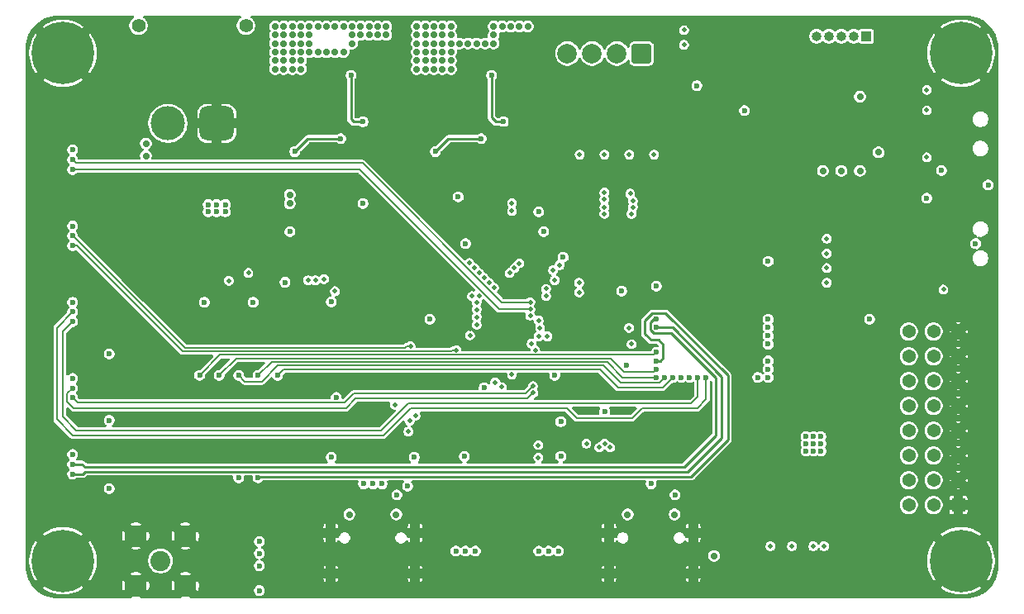
<source format=gbr>
%TF.GenerationSoftware,KiCad,Pcbnew,9.0.0*%
%TF.CreationDate,2025-07-16T14:45:31-07:00*%
%TF.ProjectId,aether,61657468-6572-42e6-9b69-6361645f7063,rev?*%
%TF.SameCoordinates,Original*%
%TF.FileFunction,Copper,L4,Inr*%
%TF.FilePolarity,Positive*%
%FSLAX46Y46*%
G04 Gerber Fmt 4.6, Leading zero omitted, Abs format (unit mm)*
G04 Created by KiCad (PCBNEW 9.0.0) date 2025-07-16 14:45:31*
%MOMM*%
%LPD*%
G01*
G04 APERTURE LIST*
G04 Aperture macros list*
%AMRoundRect*
0 Rectangle with rounded corners*
0 $1 Rounding radius*
0 $2 $3 $4 $5 $6 $7 $8 $9 X,Y pos of 4 corners*
0 Add a 4 corners polygon primitive as box body*
4,1,4,$2,$3,$4,$5,$6,$7,$8,$9,$2,$3,0*
0 Add four circle primitives for the rounded corners*
1,1,$1+$1,$2,$3*
1,1,$1+$1,$4,$5*
1,1,$1+$1,$6,$7*
1,1,$1+$1,$8,$9*
0 Add four rect primitives between the rounded corners*
20,1,$1+$1,$2,$3,$4,$5,0*
20,1,$1+$1,$4,$5,$6,$7,0*
20,1,$1+$1,$6,$7,$8,$9,0*
20,1,$1+$1,$8,$9,$2,$3,0*%
G04 Aperture macros list end*
%TA.AperFunction,HeatsinkPad*%
%ADD10O,1.000000X2.100000*%
%TD*%
%TA.AperFunction,HeatsinkPad*%
%ADD11O,1.000000X1.800000*%
%TD*%
%TA.AperFunction,ComponentPad*%
%ADD12C,0.800000*%
%TD*%
%TA.AperFunction,ComponentPad*%
%ADD13C,6.400000*%
%TD*%
%TA.AperFunction,ComponentPad*%
%ADD14C,2.050000*%
%TD*%
%TA.AperFunction,ComponentPad*%
%ADD15C,2.250000*%
%TD*%
%TA.AperFunction,ComponentPad*%
%ADD16C,1.400000*%
%TD*%
%TA.AperFunction,ComponentPad*%
%ADD17RoundRect,0.770000X-0.980000X-0.980000X0.980000X-0.980000X0.980000X0.980000X-0.980000X0.980000X0*%
%TD*%
%TA.AperFunction,ComponentPad*%
%ADD18C,3.500000*%
%TD*%
%TA.AperFunction,ComponentPad*%
%ADD19R,1.370000X1.370000*%
%TD*%
%TA.AperFunction,ComponentPad*%
%ADD20C,1.370000*%
%TD*%
%TA.AperFunction,ComponentPad*%
%ADD21R,1.000000X1.000000*%
%TD*%
%TA.AperFunction,ComponentPad*%
%ADD22O,1.000000X1.000000*%
%TD*%
%TA.AperFunction,ComponentPad*%
%ADD23RoundRect,0.250000X0.750000X0.750000X-0.750000X0.750000X-0.750000X-0.750000X0.750000X-0.750000X0*%
%TD*%
%TA.AperFunction,ComponentPad*%
%ADD24C,2.000000*%
%TD*%
%TA.AperFunction,ViaPad*%
%ADD25C,0.500000*%
%TD*%
%TA.AperFunction,ViaPad*%
%ADD26C,0.600000*%
%TD*%
%TA.AperFunction,ViaPad*%
%ADD27C,0.700000*%
%TD*%
%TA.AperFunction,Conductor*%
%ADD28C,0.200000*%
%TD*%
%TA.AperFunction,Conductor*%
%ADD29C,0.250000*%
%TD*%
%TA.AperFunction,Conductor*%
%ADD30C,0.500000*%
%TD*%
G04 APERTURE END LIST*
D10*
%TO.N,GND*%
%TO.C,USB_STM32*%
X46430000Y-68125000D03*
D11*
X46430000Y-72325000D03*
D10*
X55070000Y-68125000D03*
D11*
X55070000Y-72325000D03*
%TD*%
D10*
%TO.N,GND*%
%TO.C,USB_ESP32*%
X74930000Y-68125000D03*
D11*
X74930000Y-72325000D03*
D10*
X83570000Y-68125000D03*
D11*
X83570000Y-72325000D03*
%TD*%
D12*
%TO.N,GND*%
%TO.C,H1*%
X16600000Y-19000000D03*
X17302944Y-17302944D03*
X17302944Y-20697056D03*
X19000000Y-16600000D03*
D13*
X19000000Y-19000000D03*
D12*
X19000000Y-21400000D03*
X20697056Y-17302944D03*
X20697056Y-20697056D03*
X21400000Y-19000000D03*
%TD*%
D14*
%TO.N,RFM95W_ANT*%
%TO.C,ANT1*%
X29000000Y-71000000D03*
D15*
%TO.N,GND*%
X31540000Y-73540000D03*
X31540000Y-68460000D03*
X26460000Y-73540000D03*
X26460000Y-68460000D03*
%TD*%
D12*
%TO.N,GND*%
%TO.C,H3*%
X108600000Y-71000000D03*
X109302944Y-69302944D03*
X109302944Y-72697056D03*
X111000000Y-68600000D03*
D13*
X111000000Y-71000000D03*
D12*
X111000000Y-73400000D03*
X112697056Y-69302944D03*
X112697056Y-72697056D03*
X113400000Y-71000000D03*
%TD*%
%TO.N,GND*%
%TO.C,H2*%
X16600000Y-71000000D03*
X17302944Y-69302944D03*
X17302944Y-72697056D03*
X19000000Y-68600000D03*
D13*
X19000000Y-71000000D03*
D12*
X19000000Y-73400000D03*
X20697056Y-69302944D03*
X20697056Y-72697056D03*
X21400000Y-71000000D03*
%TD*%
D16*
%TO.N,*%
%TO.C,XT30*%
X26750000Y-16175000D03*
X37750000Y-16175000D03*
D17*
%TO.N,GND*%
X34750000Y-26175000D03*
D18*
%TO.N,INA219_IN+*%
X29750000Y-26175000D03*
%TD*%
D19*
%TO.N,GND*%
%TO.C,PWM1*%
X110730000Y-65290000D03*
D20*
%TO.N,5V*%
X108190000Y-65290000D03*
%TO.N,PWM7*%
X105650000Y-65290000D03*
%TO.N,GND*%
X110730000Y-62750000D03*
%TO.N,5V*%
X108190000Y-62750000D03*
%TO.N,PWM6*%
X105650000Y-62750000D03*
%TO.N,GND*%
X110730000Y-60210000D03*
%TO.N,5V*%
X108190000Y-60210000D03*
%TO.N,PWM5*%
X105650000Y-60210000D03*
%TO.N,GND*%
X110730000Y-57670000D03*
%TO.N,5V*%
X108190000Y-57670000D03*
%TO.N,PWM4*%
X105650000Y-57670000D03*
%TO.N,GND*%
X110730000Y-55130000D03*
%TO.N,5V*%
X108190000Y-55130000D03*
%TO.N,PWM3*%
X105650000Y-55130000D03*
%TO.N,GND*%
X110730000Y-52590000D03*
%TO.N,5V*%
X108190000Y-52590000D03*
%TO.N,PWM2*%
X105650000Y-52590000D03*
%TO.N,GND*%
X110730000Y-50050000D03*
%TO.N,5V*%
X108190000Y-50050000D03*
%TO.N,PWM1*%
X105650000Y-50050000D03*
%TO.N,GND*%
X110730000Y-47510000D03*
%TO.N,5V*%
X108190000Y-47510000D03*
%TO.N,PWM0*%
X105650000Y-47510000D03*
%TD*%
D21*
%TO.N,GPS_RX*%
%TO.C,GPS_IO1*%
X101290000Y-17250000D03*
D22*
%TO.N,GPS_TX*%
X100020000Y-17250000D03*
%TO.N,GPS_RST*%
X98750000Y-17250000D03*
%TO.N,GPS_INT*%
X97480000Y-17250000D03*
%TO.N,GPS_SAFE*%
X96210000Y-17250000D03*
%TD*%
D23*
%TO.N,PYRO-TERM_D*%
%TO.C,PYRO1*%
X78285000Y-19025000D03*
D24*
%TO.N,PYRO-TERM_C*%
X75745000Y-19025000D03*
%TO.N,PYRO-TERM_B*%
X73205000Y-19025000D03*
%TO.N,PYRO-TERM_A*%
X70665000Y-19025000D03*
%TD*%
D12*
%TO.N,GND*%
%TO.C,H4*%
X108600000Y-19000000D03*
X109302944Y-17302944D03*
X109302944Y-20697056D03*
X111000000Y-16600000D03*
D13*
X111000000Y-19000000D03*
D12*
X111000000Y-21400000D03*
X112697056Y-17302944D03*
X112697056Y-20697056D03*
X113400000Y-19000000D03*
%TD*%
D25*
%TO.N,PYRO_A*%
X60634804Y-40490196D03*
%TO.N,PYRO_B*%
X61153562Y-41000000D03*
%TO.N,PYRO_D*%
X61625000Y-43875000D03*
%TO.N,STM32-NRST*%
X60908850Y-43875000D03*
%TO.N,V-TERM_C*%
X74475000Y-34750000D03*
D26*
%TO.N,GND*%
X74475000Y-32500000D03*
D25*
%TO.N,GPS_SCL*%
X65000000Y-35150000D03*
D27*
%TO.N,GND*%
X42050000Y-26600000D03*
X42950000Y-25700000D03*
X64100000Y-23375000D03*
D26*
X55375000Y-52712500D03*
D27*
X65395000Y-27750000D03*
X51100000Y-23832500D03*
D26*
X43000000Y-52000000D03*
X64250000Y-57000000D03*
D27*
X64457500Y-27750000D03*
D26*
X67750000Y-34270000D03*
D27*
X57350000Y-25700000D03*
D26*
X71700000Y-34500000D03*
X78750000Y-39250000D03*
X31000000Y-62500000D03*
X65000000Y-59250000D03*
X87000000Y-32500000D03*
X85750000Y-47900000D03*
X87400000Y-46250000D03*
X77000000Y-38750000D03*
D27*
X105350000Y-33850000D03*
D26*
X47000000Y-52712500D03*
D27*
X64975000Y-21625000D03*
D26*
X112987550Y-23450025D03*
D27*
X50600000Y-28207500D03*
X64100000Y-24250000D03*
X64125000Y-26875000D03*
X51500000Y-28207500D03*
D26*
X101000000Y-58250000D03*
D27*
X55750000Y-40250000D03*
X66750000Y-26000000D03*
X42050000Y-25700000D03*
D26*
X65750000Y-58500000D03*
D27*
X51100000Y-27332500D03*
X51100000Y-22082500D03*
X49350000Y-22082500D03*
X56450000Y-25700000D03*
D26*
X50000000Y-56750000D03*
D27*
X64125000Y-25125000D03*
D26*
X84100000Y-47900000D03*
X87400000Y-47900000D03*
D27*
X66232500Y-27750000D03*
D26*
X65750000Y-57000000D03*
X71500000Y-52000000D03*
X27500000Y-67000000D03*
X79250000Y-65300000D03*
D27*
X65850000Y-26000000D03*
D26*
X85750000Y-46250000D03*
D27*
X51100000Y-24707500D03*
X66750000Y-20750000D03*
D26*
X92750000Y-53250000D03*
X57250000Y-39695000D03*
D27*
X105350000Y-20650000D03*
X64957500Y-25125000D03*
X66750000Y-22500000D03*
X41150000Y-26600000D03*
D26*
X36000000Y-45500000D03*
X45500000Y-56000000D03*
D27*
X51100000Y-26457500D03*
D26*
X87750000Y-32500000D03*
X20000000Y-51300000D03*
D27*
X52000000Y-24707500D03*
X66750000Y-24250000D03*
D26*
X64250000Y-58500000D03*
D27*
X52000000Y-23832500D03*
X65850000Y-20750000D03*
D26*
X27250000Y-71000000D03*
X30500000Y-67000000D03*
X27250000Y-70250000D03*
D27*
X56450000Y-26600000D03*
X52000000Y-22082500D03*
X64100000Y-21625000D03*
X51500000Y-46250000D03*
X64100000Y-22500000D03*
D26*
X88500000Y-32500000D03*
D27*
X63582500Y-27750000D03*
D26*
X30750000Y-70250000D03*
D25*
X101287500Y-41000000D03*
D27*
X51100000Y-21207500D03*
D26*
X41750000Y-41495000D03*
X59500000Y-34667500D03*
D27*
X50225000Y-21207500D03*
D26*
X20000000Y-35700000D03*
D25*
X101287500Y-42500000D03*
D26*
X30750000Y-71750000D03*
X100250000Y-55025000D03*
D27*
X47450000Y-24500000D03*
X61850000Y-24500000D03*
D26*
X65000000Y-57750000D03*
D27*
X65850000Y-21625000D03*
D26*
X100250000Y-55675000D03*
X101000000Y-59000000D03*
X27250000Y-71750000D03*
D27*
X51100000Y-25582500D03*
X66750000Y-23375000D03*
D26*
X62250000Y-70000000D03*
D27*
X65850000Y-24250000D03*
X60900000Y-24500000D03*
X46500000Y-24500000D03*
X92150000Y-33850000D03*
D26*
X112987550Y-42299975D03*
D27*
X58250000Y-25700000D03*
D26*
X91250000Y-42425000D03*
X83625000Y-28750000D03*
X89250000Y-32500000D03*
D27*
X65875000Y-26875000D03*
D26*
X84100000Y-44600000D03*
X29000000Y-52000000D03*
X100250000Y-48525000D03*
X84100000Y-46250000D03*
D27*
X49350000Y-22957500D03*
X57350000Y-26600000D03*
X52000000Y-21207500D03*
X65832500Y-25125000D03*
X64975000Y-23375000D03*
X41150000Y-25700000D03*
X51100000Y-22957500D03*
X64975000Y-26000000D03*
X66750000Y-21625000D03*
X52000000Y-27332500D03*
X50225000Y-22957500D03*
X48850000Y-28207500D03*
D26*
X20000000Y-43500000D03*
D27*
X45550000Y-24500000D03*
X65850000Y-22500000D03*
X49350000Y-24707500D03*
D26*
X101000000Y-59750000D03*
X85750000Y-44600000D03*
D27*
X59950000Y-24500000D03*
D25*
X101287500Y-38000000D03*
D26*
X95875000Y-46250000D03*
X55800000Y-48375000D03*
D27*
X50225000Y-22082500D03*
D25*
X60700000Y-47200000D03*
D26*
X43500000Y-44475000D03*
D27*
X64975000Y-20750000D03*
X51500000Y-47500000D03*
X50225000Y-27332500D03*
D25*
X101287500Y-39500000D03*
D27*
X65000000Y-26875000D03*
X64975000Y-22500000D03*
X55550000Y-26600000D03*
X52000000Y-22957500D03*
X64100000Y-20750000D03*
D26*
X20000000Y-59100000D03*
X77050000Y-55700000D03*
X50750000Y-65300000D03*
X72000000Y-55700000D03*
X112987550Y-34700025D03*
D27*
X55550000Y-25700000D03*
X66732500Y-25125000D03*
X43850000Y-25700000D03*
D26*
X30750000Y-71000000D03*
X85700000Y-72850000D03*
D27*
X50225000Y-23832500D03*
X65850000Y-23375000D03*
X50225000Y-24707500D03*
D26*
X41250000Y-35750000D03*
D27*
X92150000Y-20650000D03*
X49725000Y-28207500D03*
X52000000Y-26457500D03*
D26*
X70750000Y-70000000D03*
X20000000Y-27900000D03*
X39125000Y-72770000D03*
D27*
X54500000Y-40250000D03*
D26*
X65740000Y-53250000D03*
X60250000Y-52400000D03*
X47510000Y-60400000D03*
X65750000Y-60000000D03*
X64250000Y-60000000D03*
X112987550Y-31049975D03*
D27*
X64975000Y-24250000D03*
D26*
X90275000Y-26050000D03*
X87400000Y-44600000D03*
D27*
X49350000Y-21207500D03*
X49350000Y-23832500D03*
X66775000Y-26875000D03*
X52000000Y-25582500D03*
D26*
X70000000Y-58500000D03*
D27*
X42950000Y-26600000D03*
D26*
X92750000Y-39250000D03*
X97250000Y-54700000D03*
D25*
%TO.N,3.3V*%
X82625000Y-16625000D03*
D27*
X47750000Y-16250000D03*
X40750000Y-18875000D03*
X41625000Y-18000000D03*
X43375000Y-18000000D03*
D26*
X88812500Y-24880000D03*
D27*
X48625000Y-17125000D03*
X42500000Y-17125000D03*
D26*
X95137500Y-58250000D03*
D27*
X43375000Y-18875000D03*
D26*
X49750000Y-34375000D03*
X83937500Y-22312436D03*
D27*
X48625000Y-18000000D03*
D26*
X70000000Y-60280000D03*
X69375000Y-52000000D03*
D27*
X41625000Y-20625000D03*
D26*
X96637500Y-59000000D03*
D27*
X43375000Y-20625000D03*
D26*
X68250000Y-37250000D03*
X60125000Y-60280000D03*
X76250000Y-43360000D03*
D27*
X47750000Y-18875000D03*
D26*
X47000000Y-54250000D03*
X39125000Y-69000000D03*
X37000000Y-62500000D03*
X76750000Y-51000000D03*
X20000000Y-60100000D03*
D27*
X42500000Y-18875000D03*
X40750000Y-20625000D03*
X50375000Y-16250000D03*
D26*
X95887500Y-58250000D03*
D27*
X85700000Y-70500000D03*
D26*
X23750000Y-63600000D03*
X46490000Y-60400000D03*
X112500000Y-38500000D03*
D27*
X44250000Y-16250000D03*
D26*
X42250000Y-37250000D03*
X67750000Y-35230000D03*
D27*
X43375000Y-16250000D03*
X42500000Y-19750000D03*
D26*
X56590000Y-46250000D03*
D27*
X43375000Y-17125000D03*
X52125000Y-17125000D03*
X40750000Y-16250000D03*
D26*
X70000000Y-56750000D03*
X55000000Y-60400000D03*
X23750000Y-56600000D03*
X95137500Y-59750000D03*
X95887500Y-59000000D03*
D27*
X46875000Y-16250000D03*
X41625000Y-18875000D03*
X45125000Y-16250000D03*
X46875000Y-18875000D03*
X50375000Y-17125000D03*
X49500000Y-17125000D03*
D26*
X74500000Y-55700000D03*
X33500000Y-44500000D03*
D27*
X43375000Y-19750000D03*
X41625000Y-19750000D03*
D26*
X96637500Y-58250000D03*
D27*
X44250000Y-18000000D03*
X44250000Y-17125000D03*
D26*
X68750000Y-70000000D03*
D27*
X49500000Y-16250000D03*
D26*
X81700000Y-64250000D03*
D27*
X100650000Y-23450000D03*
D26*
X60250000Y-38500000D03*
X46500000Y-44475000D03*
X62130000Y-53250000D03*
D27*
X41625000Y-16250000D03*
X40750000Y-17125000D03*
X51250000Y-16250000D03*
X42500000Y-20625000D03*
X48625000Y-16250000D03*
D26*
X113775050Y-32500000D03*
D27*
X46000000Y-18875000D03*
D26*
X59500000Y-33707500D03*
X70250000Y-39875000D03*
D27*
X52125000Y-16250000D03*
X46000000Y-16250000D03*
D26*
X95887500Y-59750000D03*
D27*
X42500000Y-18000000D03*
X45125000Y-18875000D03*
D26*
X23750000Y-49800000D03*
X20000000Y-52300000D03*
D27*
X44250000Y-18875000D03*
X40750000Y-18000000D03*
D26*
X53200000Y-64250000D03*
X41750000Y-42455000D03*
X101625000Y-46250000D03*
X96637500Y-59750000D03*
X60250000Y-70000000D03*
D27*
X42500000Y-16250000D03*
D26*
X38500000Y-44500000D03*
D27*
X51250000Y-17125000D03*
X40750000Y-19750000D03*
X41625000Y-17125000D03*
D26*
X95137500Y-59000000D03*
%TO.N,STM32-NRST*%
X61250000Y-70000000D03*
X39125000Y-74040000D03*
%TO.N,ESP32-GPIO0*%
X109000000Y-31000000D03*
X67750000Y-70000000D03*
X79800000Y-42850000D03*
%TO.N,ESP32-EN*%
X91250000Y-40300000D03*
X69750000Y-70000000D03*
%TO.N,Net-(U10-SW)*%
X64150000Y-26020000D03*
X62900000Y-21250000D03*
D27*
%TO.N,5V*%
X56125000Y-18875000D03*
X57000000Y-18000000D03*
X63125000Y-17125000D03*
X57000000Y-19750000D03*
X57875000Y-20625000D03*
X58750000Y-17125000D03*
D26*
X20000000Y-28900000D03*
X20000000Y-36700000D03*
D27*
X57875000Y-17125000D03*
X55250000Y-18875000D03*
X63125000Y-16250000D03*
D26*
X20000000Y-44500000D03*
D27*
X58750000Y-20625000D03*
X62250000Y-18000000D03*
X58750000Y-19750000D03*
X55250000Y-18000000D03*
X56125000Y-18000000D03*
X55250000Y-16250000D03*
X66625000Y-16250000D03*
X56125000Y-19750000D03*
X64875000Y-16250000D03*
X57875000Y-19750000D03*
X56125000Y-16250000D03*
X57875000Y-18000000D03*
X55250000Y-19750000D03*
X61375000Y-18000000D03*
X55250000Y-17125000D03*
X55250000Y-20625000D03*
X56125000Y-17125000D03*
X64000000Y-16250000D03*
X57000000Y-18875000D03*
X60500000Y-18000000D03*
X57000000Y-16250000D03*
X57875000Y-16250000D03*
D25*
X82625000Y-18125000D03*
D27*
X56125000Y-20625000D03*
X57875000Y-18875000D03*
X57000000Y-20625000D03*
X63125000Y-18000000D03*
X65750000Y-16250000D03*
X58750000Y-18875000D03*
X57000000Y-17125000D03*
X58750000Y-18000000D03*
X59625000Y-18000000D03*
X58750000Y-16250000D03*
D26*
%TO.N,Net-(U11-SW)*%
X49750000Y-26020000D03*
X48500000Y-21250000D03*
D27*
%TO.N,VBUS*%
X53150000Y-66250000D03*
D26*
X34750000Y-35250000D03*
X50750000Y-63112500D03*
X35625000Y-35250000D03*
X34750000Y-34500000D03*
D27*
X81650000Y-66250000D03*
D26*
X33875000Y-35250000D03*
X79250000Y-63112500D03*
D27*
X48350000Y-66250000D03*
D26*
X33875000Y-34500000D03*
X35625000Y-34500000D03*
D27*
X76850000Y-66250000D03*
D26*
%TO.N,ESP32-I2C1_SDA*%
X20000000Y-61100000D03*
X79800000Y-46250000D03*
%TO.N,ESP32-I2C1_SCL*%
X20000000Y-62100000D03*
X79800000Y-47100000D03*
D25*
%TO.N,STM32-I2C2_SCL*%
X67150000Y-53100001D03*
D26*
X20000000Y-54300000D03*
D25*
%TO.N,STM32-I2C2_SDA*%
X67171078Y-53796078D03*
D26*
X20000000Y-53300000D03*
D27*
%TO.N,INA219_IN+*%
X27500000Y-28250000D03*
X42250000Y-33500000D03*
D25*
%TO.N,PYRO-TERM_B*%
X77375000Y-34099997D03*
%TO.N,PYRO-TERM_A*%
X77116267Y-33366267D03*
%TO.N,PYRO-TERM_C*%
X77375000Y-34750000D03*
%TO.N,PYRO-TERM_D*%
X77250000Y-35450000D03*
%TO.N,BNO086_MISO*%
X44875000Y-42250000D03*
X68625000Y-48000000D03*
X53000000Y-55000000D03*
X73950000Y-59375000D03*
X95875000Y-69500000D03*
X36000000Y-42300000D03*
%TO.N,SD_CS*%
X96975000Y-69500000D03*
X67750000Y-46375000D03*
%TO.N,BNO086_MOSI*%
X67750000Y-48000000D03*
X54383946Y-57750000D03*
X74500000Y-59000000D03*
X46875000Y-43375000D03*
X91475000Y-69500000D03*
%TO.N,BNO086_SCK*%
X72625000Y-59000000D03*
X45750000Y-42125000D03*
X54533946Y-56658946D03*
X93675000Y-69500000D03*
X67000000Y-48750000D03*
D27*
%TO.N,INA219_IN-*%
X27500000Y-29500000D03*
X42250000Y-34400003D03*
D25*
%TO.N,STM32-BOOT0*%
X109200000Y-43195000D03*
D26*
X59250000Y-70000000D03*
D25*
X61644606Y-41499999D03*
%TO.N,PYRO_D*%
X79555000Y-29375000D03*
%TO.N,PYRO_C*%
X77015000Y-29375000D03*
%TO.N,PYRO_B*%
X74475000Y-29375000D03*
%TO.N,PYRO_A*%
X71935000Y-29375000D03*
%TO.N,ESP32-I2C2_SCL*%
X77250000Y-48800000D03*
X77000000Y-47125000D03*
%TO.N,ESP32-TX2*%
X68500000Y-43875000D03*
D26*
X82350000Y-52200000D03*
%TO.N,ESP32-RX2*%
X83200000Y-52200000D03*
D25*
X68500000Y-43125000D03*
%TO.N,GPS_TX*%
X107500000Y-29660000D03*
%TO.N,GPS_RX*%
X107500000Y-24840000D03*
D27*
%TO.N,PULSE*%
X96850000Y-31050000D03*
D25*
X107500000Y-22750000D03*
%TO.N,GPS_SDA*%
X62144606Y-41999999D03*
D27*
X100650000Y-31050000D03*
D26*
X107500000Y-33850000D03*
D25*
X65000000Y-34350000D03*
D27*
%TO.N,GPS_SCL*%
X102550000Y-29150000D03*
D25*
X62648242Y-42503635D03*
D26*
%TO.N,Net-(U10-EN)*%
X57150000Y-29075000D03*
X61850000Y-27750000D03*
%TO.N,Net-(U11-EN)*%
X42750000Y-29075000D03*
X47450000Y-27750000D03*
%TO.N,RFD_900*%
X91250000Y-46250000D03*
D25*
X97250000Y-38000000D03*
%TO.N,CROSS_SPI*%
X97250000Y-42500000D03*
D26*
X91250000Y-48800000D03*
%TO.N,CROSS_I2C*%
X91250000Y-47950000D03*
D25*
X97250000Y-41000000D03*
%TO.N,CROSS_UART*%
X97250000Y-39500000D03*
D26*
X91250000Y-47100000D03*
D27*
%TO.N,GPS_SAFE*%
X98750000Y-31050000D03*
D26*
%TO.N,ESP32-SPI1_CS0*%
X35000000Y-52000000D03*
X79800000Y-51350000D03*
%TO.N,ESP32-SPI1_MISO*%
X81500000Y-52200000D03*
X41000000Y-52000000D03*
%TO.N,ESP32-SPI1_MOSI*%
X79800000Y-52200000D03*
X39000000Y-52000000D03*
%TO.N,RFM95W_DI0*%
X79800000Y-50500000D03*
X39000000Y-62500000D03*
%TO.N,ESP32-SPI1_SCK*%
X37000000Y-52000000D03*
X80650000Y-52200000D03*
%TO.N,RFM95W_RST*%
X33000000Y-52000000D03*
X79800000Y-49650000D03*
D25*
%TO.N,V-TERM_D*%
X74475000Y-35450000D03*
X61400000Y-46800000D03*
%TO.N,V-TERM_B*%
X74468046Y-33955123D03*
X61400000Y-45250000D03*
%TO.N,V-TERM_A*%
X74475000Y-33250000D03*
X61400000Y-44500000D03*
%TO.N,V-TERM_C*%
X61398661Y-46022304D03*
%TO.N,FLASH_CLK*%
X67700000Y-59135000D03*
X63275000Y-52700000D03*
D26*
%TO.N,STM32-UART2_RX*%
X20000000Y-37700000D03*
D25*
X54600000Y-49000000D03*
%TO.N,H3LIS331DL_CS*%
X75050000Y-59375000D03*
X67875000Y-47125000D03*
%TO.N,ESP32-SPI2_MISO*%
X65250000Y-41000000D03*
D26*
X91250000Y-50500000D03*
%TO.N,STM32-SWDIO*%
X39125000Y-70230000D03*
D25*
X69375000Y-42250000D03*
%TO.N,LSM6DSO32TR_CS*%
X38000000Y-41500000D03*
X65000000Y-51900000D03*
%TO.N,ESP32-SPI2_CS0*%
X69208946Y-41208946D03*
D26*
X90175000Y-52200000D03*
%TO.N,STM32-RGB_IN*%
X54300000Y-63335000D03*
D25*
X60700000Y-47900000D03*
%TO.N,ESP32-SPI2_SCK*%
X65750000Y-40507539D03*
D26*
X91250000Y-51350000D03*
%TO.N,STM32-UART1_TX*%
X20000000Y-30900000D03*
D25*
X66875000Y-45224997D03*
%TO.N,FLASH_SDI*%
X67700000Y-60405000D03*
X63975000Y-53200000D03*
%TO.N,DPS310_CSB*%
X44125000Y-42250000D03*
X67375000Y-49399000D03*
%TO.N,ESP32-SPI2_MOSI*%
X64750000Y-41500000D03*
D26*
X91250000Y-52200000D03*
D25*
%TO.N,BNO086_CS*%
X55125000Y-56125000D03*
X66875000Y-45875000D03*
D26*
%TO.N,STM32-UART1_RX*%
X20000000Y-29900000D03*
D25*
X66875000Y-44500000D03*
%TO.N,STM32_USB_D-*%
X71880699Y-43494301D03*
D26*
X49800000Y-63112500D03*
D25*
%TO.N,STM32_USB_D+*%
X71875000Y-42500000D03*
D26*
X51700000Y-63112500D03*
D25*
%TO.N,STM32-UART2_TX*%
X59325000Y-49399000D03*
D26*
X20000000Y-38700000D03*
D25*
%TO.N,STM32-SWCLK*%
X69869559Y-40711668D03*
D26*
X39125000Y-71500000D03*
%TO.N,ESP32-TX1*%
X20000000Y-46500000D03*
X84050000Y-52200000D03*
%TO.N,ESP32-RX1*%
X84900000Y-52200000D03*
X20000000Y-45500000D03*
%TO.N,GND*%
X72500000Y-39975000D03*
D25*
%TO.N,PYRO_C*%
X63150198Y-43005592D03*
%TO.N,GND*%
X71125000Y-28625000D03*
X70625000Y-28625000D03*
X71628768Y-28621232D03*
X78250000Y-28625000D03*
X78750000Y-28625000D03*
X74125000Y-28625000D03*
X73125000Y-28625000D03*
X73625000Y-28625000D03*
X76625000Y-28625000D03*
X75625000Y-28625000D03*
X76125000Y-28625000D03*
X79250000Y-28625000D03*
%TD*%
D28*
%TO.N,STM32-I2C2_SCL*%
X66375000Y-53875000D02*
X48750000Y-53875000D01*
X47824000Y-54801000D02*
X20501000Y-54801000D01*
X67150000Y-53100001D02*
X66375000Y-53875000D01*
X20501000Y-54801000D02*
X20000000Y-54300000D01*
X48750000Y-53875000D02*
X47824000Y-54801000D01*
%TO.N,STM32-I2C2_SDA*%
X66592156Y-54375000D02*
X49000000Y-54375000D01*
X67171078Y-53796078D02*
X66946768Y-54020389D01*
X49000000Y-54375000D02*
X48000000Y-55375000D01*
X66946768Y-54020389D02*
X66592156Y-54375000D01*
X48000000Y-55375000D02*
X20125000Y-55375000D01*
X20125000Y-55375000D02*
X19449000Y-54699000D01*
X19449000Y-54699000D02*
X19449000Y-53851000D01*
X19449000Y-53851000D02*
X20000000Y-53300000D01*
%TO.N,STM32-UART2_TX*%
X59325000Y-49399000D02*
X59324000Y-49400000D01*
X58900000Y-49400000D02*
X58752000Y-49548000D01*
X31298000Y-49548000D02*
X20450000Y-38700000D01*
X59324000Y-49400000D02*
X58900000Y-49400000D01*
X58752000Y-49548000D02*
X31298000Y-49548000D01*
X20450000Y-38700000D02*
X20000000Y-38700000D01*
%TO.N,STM32-UART2_RX*%
X54600000Y-49000000D02*
X54200000Y-49000000D01*
X54003000Y-49197000D02*
X31497000Y-49197000D01*
X54200000Y-49000000D02*
X54003000Y-49197000D01*
X31497000Y-49197000D02*
X20000000Y-37700000D01*
D29*
%TO.N,Net-(U10-SW)*%
X64130000Y-26020000D02*
X63352365Y-26020000D01*
D30*
X64150000Y-26020000D02*
X64150000Y-26000000D01*
D29*
X64150000Y-26000000D02*
X64130000Y-26020000D01*
X63352365Y-26020000D02*
X62900000Y-25567635D01*
X62900000Y-25567635D02*
X62900000Y-21250000D01*
%TO.N,Net-(U11-SW)*%
X48770000Y-26020000D02*
X48500000Y-25750000D01*
X49750000Y-26020000D02*
X48770000Y-26020000D01*
X48500000Y-25750000D02*
X48500000Y-21250000D01*
%TO.N,ESP32-I2C1_SCL*%
X81475000Y-47100000D02*
X86500000Y-52125000D01*
X21025000Y-62100000D02*
X20000000Y-62100000D01*
X83000000Y-61875000D02*
X21250000Y-61875000D01*
X21250000Y-61875000D02*
X21025000Y-62100000D01*
X86500000Y-52125000D02*
X86500000Y-58375000D01*
X86500000Y-58375000D02*
X83000000Y-61875000D01*
X79800000Y-47100000D02*
X81475000Y-47100000D01*
%TO.N,INA219_IN-*%
X42150003Y-34400003D02*
X42250000Y-34400003D01*
%TO.N,Net-(U10-EN)*%
X57150000Y-29075000D02*
X58475000Y-27750000D01*
X58475000Y-27750000D02*
X61850000Y-27750000D01*
%TO.N,Net-(U11-EN)*%
X44075000Y-27750000D02*
X47450000Y-27750000D01*
X42750000Y-29075000D02*
X44075000Y-27750000D01*
D28*
%TO.N,ESP32-SPI1_CS0*%
X36750000Y-50250000D02*
X35000000Y-52000000D01*
X79800000Y-51350000D02*
X79525000Y-51625000D01*
X76500000Y-51625000D02*
X75125000Y-50250000D01*
X79525000Y-51625000D02*
X76500000Y-51625000D01*
X75125000Y-50250000D02*
X36750000Y-50250000D01*
%TO.N,ESP32-SPI1_MOSI*%
X76325000Y-52200000D02*
X74750000Y-50625000D01*
X79800000Y-52200000D02*
X76325000Y-52200000D01*
X40375000Y-50625000D02*
X39000000Y-52000000D01*
X74750000Y-50625000D02*
X40375000Y-50625000D01*
%TO.N,ESP32-SPI1_SCK*%
X76126000Y-52751000D02*
X74375000Y-51000000D01*
X80099000Y-52751000D02*
X76126000Y-52751000D01*
X37625000Y-52625000D02*
X37000000Y-52000000D01*
X41000000Y-51000000D02*
X39375000Y-52625000D01*
X39375000Y-52625000D02*
X37625000Y-52625000D01*
X74375000Y-51000000D02*
X41000000Y-51000000D01*
X80650000Y-52200000D02*
X80099000Y-52751000D01*
%TO.N,RFM95W_RST*%
X35101000Y-49899000D02*
X33000000Y-52000000D01*
X79800000Y-49650000D02*
X79551000Y-49899000D01*
X79551000Y-49899000D02*
X35101000Y-49899000D01*
%TO.N,ESP32-TX1*%
X19000000Y-56250000D02*
X19000000Y-47500000D01*
X19000000Y-47500000D02*
X20000000Y-46500000D01*
X20375000Y-57625000D02*
X19000000Y-56250000D01*
X84050000Y-52200000D02*
X84050000Y-54200000D01*
X84050000Y-54200000D02*
X83375000Y-54875000D01*
X54375000Y-54875000D02*
X51625000Y-57625000D01*
X51625000Y-57625000D02*
X20375000Y-57625000D01*
X83375000Y-54875000D02*
X54375000Y-54875000D01*
%TO.N,ESP32-RX1*%
X70625000Y-55375000D02*
X71625000Y-56375000D01*
X18375000Y-56500000D02*
X20000000Y-58125000D01*
X20000000Y-45500000D02*
X18375000Y-47125000D01*
X18375000Y-47125000D02*
X18375000Y-56500000D01*
X71625000Y-56375000D02*
X77312500Y-56375000D01*
X51875000Y-58125000D02*
X54625000Y-55375000D01*
X54625000Y-55375000D02*
X70625000Y-55375000D01*
X84000000Y-55375000D02*
X84900000Y-54475000D01*
X84900000Y-54475000D02*
X84900000Y-52200000D01*
X20000000Y-58125000D02*
X51875000Y-58125000D01*
X78312500Y-55375000D02*
X84000000Y-55375000D01*
X77312500Y-56375000D02*
X78312500Y-55375000D01*
D29*
%TO.N,RFM95W_DI0*%
X80462500Y-50225000D02*
X80462500Y-48837500D01*
X80187500Y-50500000D02*
X80462500Y-50225000D01*
X39125000Y-62375000D02*
X39000000Y-62500000D01*
X80462500Y-48837500D02*
X80000000Y-48375000D01*
X79800000Y-50500000D02*
X80187500Y-50500000D01*
X80000000Y-48375000D02*
X79250000Y-48375000D01*
X79250000Y-48375000D02*
X78625000Y-47750000D01*
X83375000Y-62375000D02*
X39125000Y-62375000D01*
X78625000Y-46375000D02*
X79375000Y-45625000D01*
X78625000Y-47750000D02*
X78625000Y-46375000D01*
X79375000Y-45625000D02*
X80750000Y-45625000D01*
X80750000Y-45625000D02*
X87125000Y-52000000D01*
X87125000Y-52000000D02*
X87125000Y-58625000D01*
X87125000Y-58625000D02*
X83375000Y-62375000D01*
%TO.N,ESP32-I2C1_SDA*%
X79800000Y-46250000D02*
X79500000Y-46250000D01*
X20975000Y-61100000D02*
X20000000Y-61100000D01*
X79500000Y-46250000D02*
X79224000Y-46526000D01*
X79224000Y-46526000D02*
X79224000Y-47338588D01*
X79224000Y-47338588D02*
X79561412Y-47676000D01*
X79561412Y-47676000D02*
X81301000Y-47676000D01*
X81301000Y-47676000D02*
X85875000Y-52250000D01*
X21250000Y-61375000D02*
X20975000Y-61100000D01*
X85875000Y-52250000D02*
X85875000Y-58125000D01*
X85875000Y-58125000D02*
X82625000Y-61375000D01*
X82625000Y-61375000D02*
X21250000Y-61375000D01*
D28*
%TO.N,ESP32-SPI1_MISO*%
X41000000Y-52000000D02*
X41625000Y-51375000D01*
X41625000Y-51375000D02*
X74000000Y-51375000D01*
X74000000Y-51375000D02*
X75875000Y-53250000D01*
X75875000Y-53250000D02*
X80450000Y-53250000D01*
X80450000Y-53250000D02*
X81500000Y-52200000D01*
%TO.N,STM32-UART1_RX*%
X66875000Y-44500000D02*
X63937500Y-44500000D01*
X63937500Y-44500000D02*
X49687500Y-30250000D01*
X49687500Y-30250000D02*
X20350000Y-30250000D01*
X20350000Y-30250000D02*
X20000000Y-29900000D01*
%TO.N,STM32-UART1_TX*%
X66875000Y-45224997D02*
X63724997Y-45224997D01*
X63724997Y-45224997D02*
X49400000Y-30900000D01*
X49400000Y-30900000D02*
X20000000Y-30900000D01*
%TD*%
%TA.AperFunction,Conductor*%
%TO.N,GND*%
G36*
X52417785Y-54732543D02*
G01*
X52442610Y-54735512D01*
X52450732Y-54742218D01*
X52460836Y-54745185D01*
X52477204Y-54764075D01*
X52496488Y-54779997D01*
X52499695Y-54790031D01*
X52506591Y-54797989D01*
X52510148Y-54822733D01*
X52517762Y-54846550D01*
X52515860Y-54862454D01*
X52516535Y-54867147D01*
X52513575Y-54881577D01*
X52499500Y-54934108D01*
X52499500Y-54934110D01*
X52499500Y-55065891D01*
X52533608Y-55193187D01*
X52552447Y-55225816D01*
X52599500Y-55307314D01*
X52692686Y-55400500D01*
X52806814Y-55466392D01*
X52934108Y-55500500D01*
X52934110Y-55500500D01*
X52954457Y-55500500D01*
X53021496Y-55520185D01*
X53067251Y-55572989D01*
X53077195Y-55642147D01*
X53048170Y-55705703D01*
X53042143Y-55712175D01*
X52228821Y-56525497D01*
X51516137Y-57238181D01*
X51454814Y-57271666D01*
X51428456Y-57274500D01*
X24145505Y-57274500D01*
X24078466Y-57254815D01*
X24032711Y-57202011D01*
X24022767Y-57132853D01*
X24051792Y-57069297D01*
X24083504Y-57043114D01*
X24088008Y-57040513D01*
X24088007Y-57040513D01*
X24088015Y-57040509D01*
X24190509Y-56938015D01*
X24262984Y-56812485D01*
X24300500Y-56672475D01*
X24300500Y-56527525D01*
X24262984Y-56387515D01*
X24222957Y-56318187D01*
X24190511Y-56261988D01*
X24190506Y-56261982D01*
X24088017Y-56159493D01*
X24088011Y-56159488D01*
X23962488Y-56087017D01*
X23962489Y-56087017D01*
X23935607Y-56079814D01*
X23822475Y-56049500D01*
X23677525Y-56049500D01*
X23564393Y-56079814D01*
X23537511Y-56087017D01*
X23411988Y-56159488D01*
X23411982Y-56159493D01*
X23309493Y-56261982D01*
X23309488Y-56261988D01*
X23237017Y-56387511D01*
X23237016Y-56387515D01*
X23199500Y-56527525D01*
X23199500Y-56672475D01*
X23225753Y-56770451D01*
X23237017Y-56812488D01*
X23309488Y-56938011D01*
X23309490Y-56938013D01*
X23309491Y-56938015D01*
X23411985Y-57040509D01*
X23411988Y-57040510D01*
X23411991Y-57040513D01*
X23416496Y-57043114D01*
X23464711Y-57093681D01*
X23477933Y-57162288D01*
X23451965Y-57227153D01*
X23395050Y-57267681D01*
X23354495Y-57274500D01*
X20571544Y-57274500D01*
X20504505Y-57254815D01*
X20483863Y-57238181D01*
X19386819Y-56141137D01*
X19353334Y-56079814D01*
X19350500Y-56053456D01*
X19350500Y-55395543D01*
X19370185Y-55328504D01*
X19422989Y-55282749D01*
X19492147Y-55272805D01*
X19555703Y-55301830D01*
X19562181Y-55307862D01*
X19844531Y-55590212D01*
X19909788Y-55655469D01*
X19909791Y-55655470D01*
X19909794Y-55655473D01*
X19989706Y-55701611D01*
X19989707Y-55701611D01*
X19989712Y-55701614D01*
X20078856Y-55725500D01*
X20078858Y-55725500D01*
X48046142Y-55725500D01*
X48046144Y-55725500D01*
X48135288Y-55701614D01*
X48215212Y-55655470D01*
X49108863Y-54761819D01*
X49170186Y-54728334D01*
X49196544Y-54725500D01*
X52393797Y-54725500D01*
X52417785Y-54732543D01*
G37*
%TD.AperFunction*%
%TA.AperFunction,Conductor*%
G36*
X73990555Y-55245185D02*
G01*
X74036310Y-55297989D01*
X74046254Y-55367147D01*
X74030903Y-55411500D01*
X73987017Y-55487511D01*
X73987016Y-55487515D01*
X73949500Y-55627525D01*
X73949500Y-55772475D01*
X73975205Y-55868409D01*
X73973543Y-55938256D01*
X73934381Y-55996118D01*
X73870153Y-56023623D01*
X73855431Y-56024500D01*
X71821544Y-56024500D01*
X71754505Y-56004815D01*
X71733863Y-55988181D01*
X71182863Y-55437181D01*
X71149378Y-55375858D01*
X71154362Y-55306166D01*
X71196234Y-55250233D01*
X71261698Y-55225816D01*
X71270544Y-55225500D01*
X73923516Y-55225500D01*
X73990555Y-55245185D01*
G37*
%TD.AperFunction*%
%TA.AperFunction,Conductor*%
G36*
X77733995Y-55245185D02*
G01*
X77779750Y-55297989D01*
X77789694Y-55367147D01*
X77760669Y-55430703D01*
X77754637Y-55437181D01*
X77203637Y-55988181D01*
X77142314Y-56021666D01*
X77115956Y-56024500D01*
X75144569Y-56024500D01*
X75077530Y-56004815D01*
X75031775Y-55952011D01*
X75021831Y-55882853D01*
X75024790Y-55868423D01*
X75050500Y-55772475D01*
X75050500Y-55627525D01*
X75012984Y-55487515D01*
X74983924Y-55437181D01*
X74969097Y-55411500D01*
X74952624Y-55343600D01*
X74975476Y-55277573D01*
X75030398Y-55234383D01*
X75076484Y-55225500D01*
X77666956Y-55225500D01*
X77733995Y-55245185D01*
G37*
%TD.AperFunction*%
%TA.AperFunction,Conductor*%
G36*
X26230683Y-15170185D02*
G01*
X26276438Y-15222989D01*
X26286382Y-15292147D01*
X26257357Y-15355703D01*
X26232535Y-15377602D01*
X26144092Y-15436697D01*
X26144088Y-15436700D01*
X26011700Y-15569088D01*
X26011697Y-15569092D01*
X25907681Y-15724762D01*
X25907676Y-15724771D01*
X25836027Y-15897748D01*
X25836025Y-15897756D01*
X25799500Y-16081379D01*
X25799500Y-16268620D01*
X25836025Y-16452243D01*
X25836027Y-16452251D01*
X25907676Y-16625228D01*
X25907681Y-16625237D01*
X26011697Y-16780907D01*
X26011700Y-16780911D01*
X26144088Y-16913299D01*
X26144092Y-16913302D01*
X26299762Y-17017318D01*
X26299768Y-17017321D01*
X26299769Y-17017322D01*
X26472749Y-17088973D01*
X26656379Y-17125499D01*
X26656383Y-17125500D01*
X26656384Y-17125500D01*
X26843617Y-17125500D01*
X26843618Y-17125499D01*
X27027251Y-17088973D01*
X27200231Y-17017322D01*
X27355908Y-16913302D01*
X27488302Y-16780908D01*
X27592322Y-16625231D01*
X27663973Y-16452251D01*
X27700500Y-16268616D01*
X27700500Y-16081384D01*
X27663973Y-15897749D01*
X27592322Y-15724769D01*
X27592321Y-15724768D01*
X27592318Y-15724762D01*
X27488302Y-15569092D01*
X27488299Y-15569088D01*
X27355911Y-15436700D01*
X27355907Y-15436697D01*
X27267465Y-15377602D01*
X27222660Y-15323990D01*
X27213953Y-15254665D01*
X27244107Y-15191638D01*
X27303550Y-15154918D01*
X27336356Y-15150500D01*
X37163644Y-15150500D01*
X37230683Y-15170185D01*
X37276438Y-15222989D01*
X37286382Y-15292147D01*
X37257357Y-15355703D01*
X37232535Y-15377602D01*
X37144092Y-15436697D01*
X37144088Y-15436700D01*
X37011700Y-15569088D01*
X37011697Y-15569092D01*
X36907681Y-15724762D01*
X36907676Y-15724771D01*
X36836027Y-15897748D01*
X36836025Y-15897756D01*
X36799500Y-16081379D01*
X36799500Y-16268620D01*
X36836025Y-16452243D01*
X36836027Y-16452251D01*
X36907676Y-16625228D01*
X36907681Y-16625237D01*
X37011697Y-16780907D01*
X37011700Y-16780911D01*
X37144088Y-16913299D01*
X37144092Y-16913302D01*
X37299762Y-17017318D01*
X37299768Y-17017321D01*
X37299769Y-17017322D01*
X37472749Y-17088973D01*
X37656379Y-17125499D01*
X37656383Y-17125500D01*
X37656384Y-17125500D01*
X37843617Y-17125500D01*
X37843618Y-17125499D01*
X38027251Y-17088973D01*
X38200231Y-17017322D01*
X38355908Y-16913302D01*
X38488302Y-16780908D01*
X38592322Y-16625231D01*
X38663973Y-16452251D01*
X38700500Y-16268616D01*
X38700500Y-16170943D01*
X40149500Y-16170943D01*
X40149500Y-16329057D01*
X40152636Y-16340758D01*
X40190423Y-16481783D01*
X40190423Y-16481784D01*
X40273397Y-16625501D01*
X40289869Y-16693401D01*
X40273397Y-16749499D01*
X40190423Y-16893215D01*
X40190423Y-16893216D01*
X40149500Y-17045943D01*
X40149500Y-17204057D01*
X40177994Y-17310396D01*
X40190423Y-17356783D01*
X40190423Y-17356784D01*
X40273397Y-17500501D01*
X40289869Y-17568401D01*
X40273397Y-17624499D01*
X40190423Y-17768215D01*
X40190423Y-17768216D01*
X40149500Y-17920943D01*
X40149500Y-18079057D01*
X40189178Y-18227135D01*
X40190423Y-18231783D01*
X40190423Y-18231784D01*
X40273397Y-18375501D01*
X40289869Y-18443401D01*
X40273397Y-18499499D01*
X40190423Y-18643215D01*
X40190423Y-18643216D01*
X40149500Y-18795943D01*
X40149500Y-18954057D01*
X40161811Y-19000000D01*
X40190423Y-19106783D01*
X40190423Y-19106784D01*
X40273397Y-19250501D01*
X40289869Y-19318401D01*
X40273397Y-19374499D01*
X40190423Y-19518215D01*
X40190423Y-19518216D01*
X40149500Y-19670943D01*
X40149500Y-19829057D01*
X40163816Y-19882483D01*
X40190423Y-19981783D01*
X40190423Y-19981784D01*
X40273397Y-20125501D01*
X40289869Y-20193401D01*
X40273397Y-20249499D01*
X40190423Y-20393215D01*
X40190423Y-20393216D01*
X40149500Y-20545943D01*
X40149500Y-20704057D01*
X40177752Y-20809493D01*
X40190423Y-20856783D01*
X40190426Y-20856790D01*
X40269475Y-20993709D01*
X40269479Y-20993714D01*
X40269480Y-20993716D01*
X40381284Y-21105520D01*
X40381286Y-21105521D01*
X40381290Y-21105524D01*
X40506001Y-21177525D01*
X40518216Y-21184577D01*
X40670943Y-21225500D01*
X40670945Y-21225500D01*
X40829055Y-21225500D01*
X40829057Y-21225500D01*
X40981784Y-21184577D01*
X41118716Y-21105520D01*
X41118716Y-21105519D01*
X41125500Y-21101603D01*
X41193400Y-21085130D01*
X41249500Y-21101603D01*
X41256283Y-21105519D01*
X41256284Y-21105520D01*
X41393216Y-21184577D01*
X41545943Y-21225500D01*
X41545945Y-21225500D01*
X41704055Y-21225500D01*
X41704057Y-21225500D01*
X41856784Y-21184577D01*
X41993716Y-21105520D01*
X41993716Y-21105519D01*
X42000500Y-21101603D01*
X42068400Y-21085130D01*
X42124500Y-21101603D01*
X42131283Y-21105519D01*
X42131284Y-21105520D01*
X42268216Y-21184577D01*
X42420943Y-21225500D01*
X42420945Y-21225500D01*
X42579055Y-21225500D01*
X42579057Y-21225500D01*
X42731784Y-21184577D01*
X42868716Y-21105520D01*
X42868716Y-21105519D01*
X42875500Y-21101603D01*
X42943400Y-21085130D01*
X42999500Y-21101603D01*
X43006283Y-21105519D01*
X43006284Y-21105520D01*
X43143216Y-21184577D01*
X43295943Y-21225500D01*
X43295945Y-21225500D01*
X43454055Y-21225500D01*
X43454057Y-21225500D01*
X43606784Y-21184577D01*
X43618999Y-21177525D01*
X47949500Y-21177525D01*
X47949500Y-21322475D01*
X47987016Y-21462485D01*
X47987017Y-21462488D01*
X48059488Y-21588011D01*
X48059493Y-21588017D01*
X48088181Y-21616705D01*
X48121666Y-21678028D01*
X48124500Y-21704386D01*
X48124500Y-25799435D01*
X48150090Y-25894938D01*
X48199525Y-25980562D01*
X48199526Y-25980563D01*
X48539437Y-26320475D01*
X48625063Y-26369911D01*
X48720564Y-26395500D01*
X48720565Y-26395500D01*
X49295614Y-26395500D01*
X49362653Y-26415185D01*
X49383295Y-26431819D01*
X49411985Y-26460509D01*
X49411986Y-26460510D01*
X49411988Y-26460511D01*
X49537511Y-26532982D01*
X49537512Y-26532982D01*
X49537515Y-26532984D01*
X49677525Y-26570500D01*
X49677528Y-26570500D01*
X49822472Y-26570500D01*
X49822475Y-26570500D01*
X49962485Y-26532984D01*
X50088015Y-26460509D01*
X50190509Y-26358015D01*
X50262984Y-26232485D01*
X50300500Y-26092475D01*
X50300500Y-25947525D01*
X50262984Y-25807515D01*
X50258317Y-25799432D01*
X50190511Y-25681988D01*
X50190506Y-25681982D01*
X50088017Y-25579493D01*
X50088011Y-25579488D01*
X49962488Y-25507017D01*
X49962489Y-25507017D01*
X49951006Y-25503940D01*
X49822475Y-25469500D01*
X49677525Y-25469500D01*
X49548993Y-25503940D01*
X49537511Y-25507017D01*
X49411988Y-25579488D01*
X49411982Y-25579493D01*
X49383295Y-25608181D01*
X49321972Y-25641666D01*
X49295614Y-25644500D01*
X48999500Y-25644500D01*
X48932461Y-25624815D01*
X48886706Y-25572011D01*
X48875500Y-25520500D01*
X48875500Y-21704386D01*
X48895185Y-21637347D01*
X48911819Y-21616705D01*
X48940509Y-21588015D01*
X49012984Y-21462485D01*
X49050500Y-21322475D01*
X49050500Y-21177525D01*
X49012984Y-21037515D01*
X49012534Y-21036736D01*
X48940511Y-20911988D01*
X48940506Y-20911982D01*
X48838017Y-20809493D01*
X48838011Y-20809488D01*
X48712488Y-20737017D01*
X48712489Y-20737017D01*
X48701006Y-20733940D01*
X48572475Y-20699500D01*
X48427525Y-20699500D01*
X48298993Y-20733940D01*
X48287511Y-20737017D01*
X48161988Y-20809488D01*
X48161982Y-20809493D01*
X48059493Y-20911982D01*
X48059488Y-20911988D01*
X47987017Y-21037511D01*
X47987016Y-21037515D01*
X47949500Y-21177525D01*
X43618999Y-21177525D01*
X43743716Y-21105520D01*
X43855520Y-20993716D01*
X43934577Y-20856784D01*
X43975500Y-20704057D01*
X43975500Y-20545943D01*
X43934577Y-20393216D01*
X43855520Y-20256284D01*
X43855519Y-20256283D01*
X43851603Y-20249500D01*
X43835130Y-20181600D01*
X43851603Y-20125500D01*
X43869487Y-20094524D01*
X43934577Y-19981784D01*
X43975500Y-19829057D01*
X43975500Y-19670943D01*
X43959549Y-19611413D01*
X43961212Y-19541569D01*
X44000374Y-19483706D01*
X44064602Y-19456201D01*
X44111410Y-19459548D01*
X44170943Y-19475500D01*
X44170947Y-19475500D01*
X44329055Y-19475500D01*
X44329057Y-19475500D01*
X44481784Y-19434577D01*
X44618716Y-19355520D01*
X44618716Y-19355519D01*
X44625500Y-19351603D01*
X44693400Y-19335130D01*
X44749500Y-19351603D01*
X44756283Y-19355519D01*
X44756284Y-19355520D01*
X44893216Y-19434577D01*
X45045943Y-19475500D01*
X45045945Y-19475500D01*
X45204055Y-19475500D01*
X45204057Y-19475500D01*
X45356784Y-19434577D01*
X45493716Y-19355520D01*
X45493716Y-19355519D01*
X45500500Y-19351603D01*
X45568400Y-19335130D01*
X45624500Y-19351603D01*
X45631283Y-19355519D01*
X45631284Y-19355520D01*
X45768216Y-19434577D01*
X45920943Y-19475500D01*
X45920945Y-19475500D01*
X46079055Y-19475500D01*
X46079057Y-19475500D01*
X46231784Y-19434577D01*
X46368716Y-19355520D01*
X46368716Y-19355519D01*
X46375500Y-19351603D01*
X46443400Y-19335130D01*
X46499500Y-19351603D01*
X46506283Y-19355519D01*
X46506284Y-19355520D01*
X46643216Y-19434577D01*
X46795943Y-19475500D01*
X46795945Y-19475500D01*
X46954055Y-19475500D01*
X46954057Y-19475500D01*
X47106784Y-19434577D01*
X47243716Y-19355520D01*
X47243716Y-19355519D01*
X47250500Y-19351603D01*
X47318400Y-19335130D01*
X47374500Y-19351603D01*
X47381283Y-19355519D01*
X47381284Y-19355520D01*
X47518216Y-19434577D01*
X47670943Y-19475500D01*
X47670945Y-19475500D01*
X47829055Y-19475500D01*
X47829057Y-19475500D01*
X47981784Y-19434577D01*
X48118716Y-19355520D01*
X48230520Y-19243716D01*
X48309577Y-19106784D01*
X48350500Y-18954057D01*
X48350500Y-18795943D01*
X48334549Y-18736413D01*
X48336212Y-18666569D01*
X48375374Y-18608706D01*
X48439602Y-18581201D01*
X48486410Y-18584548D01*
X48545943Y-18600500D01*
X48545947Y-18600500D01*
X48704055Y-18600500D01*
X48704057Y-18600500D01*
X48856784Y-18559577D01*
X48993716Y-18480520D01*
X49105520Y-18368716D01*
X49184577Y-18231784D01*
X49225500Y-18079057D01*
X49225500Y-17920943D01*
X49209549Y-17861413D01*
X49211212Y-17791569D01*
X49250374Y-17733706D01*
X49314602Y-17706201D01*
X49361410Y-17709548D01*
X49420943Y-17725500D01*
X49420947Y-17725500D01*
X49579055Y-17725500D01*
X49579057Y-17725500D01*
X49731784Y-17684577D01*
X49868716Y-17605520D01*
X49868716Y-17605519D01*
X49875500Y-17601603D01*
X49943400Y-17585130D01*
X49999500Y-17601603D01*
X50006283Y-17605519D01*
X50006284Y-17605520D01*
X50143216Y-17684577D01*
X50295943Y-17725500D01*
X50295945Y-17725500D01*
X50454055Y-17725500D01*
X50454057Y-17725500D01*
X50606784Y-17684577D01*
X50743716Y-17605520D01*
X50743716Y-17605519D01*
X50750500Y-17601603D01*
X50818400Y-17585130D01*
X50874500Y-17601603D01*
X50881283Y-17605519D01*
X50881284Y-17605520D01*
X51018216Y-17684577D01*
X51170943Y-17725500D01*
X51170945Y-17725500D01*
X51329055Y-17725500D01*
X51329057Y-17725500D01*
X51481784Y-17684577D01*
X51618716Y-17605520D01*
X51618716Y-17605519D01*
X51625500Y-17601603D01*
X51693400Y-17585130D01*
X51749500Y-17601603D01*
X51756283Y-17605519D01*
X51756284Y-17605520D01*
X51893216Y-17684577D01*
X52045943Y-17725500D01*
X52045945Y-17725500D01*
X52204055Y-17725500D01*
X52204057Y-17725500D01*
X52356784Y-17684577D01*
X52493716Y-17605520D01*
X52605520Y-17493716D01*
X52684577Y-17356784D01*
X52725500Y-17204057D01*
X52725500Y-17045943D01*
X52684577Y-16893216D01*
X52605520Y-16756284D01*
X52605519Y-16756283D01*
X52601603Y-16749500D01*
X52585130Y-16681600D01*
X52601603Y-16625500D01*
X52624942Y-16585075D01*
X52684577Y-16481784D01*
X52725500Y-16329057D01*
X52725500Y-16170943D01*
X54649500Y-16170943D01*
X54649500Y-16329057D01*
X54652636Y-16340758D01*
X54690423Y-16481783D01*
X54690423Y-16481784D01*
X54773397Y-16625501D01*
X54789869Y-16693401D01*
X54773397Y-16749499D01*
X54690423Y-16893215D01*
X54690423Y-16893216D01*
X54649500Y-17045943D01*
X54649500Y-17204057D01*
X54677994Y-17310396D01*
X54690423Y-17356783D01*
X54690423Y-17356784D01*
X54773397Y-17500501D01*
X54789869Y-17568401D01*
X54773397Y-17624499D01*
X54690423Y-17768215D01*
X54690423Y-17768216D01*
X54649500Y-17920943D01*
X54649500Y-18079057D01*
X54689178Y-18227135D01*
X54690423Y-18231783D01*
X54690423Y-18231784D01*
X54773397Y-18375501D01*
X54789869Y-18443401D01*
X54773397Y-18499499D01*
X54690423Y-18643215D01*
X54690423Y-18643216D01*
X54649500Y-18795943D01*
X54649500Y-18954057D01*
X54661811Y-19000000D01*
X54690423Y-19106783D01*
X54690423Y-19106784D01*
X54773397Y-19250501D01*
X54789869Y-19318401D01*
X54773397Y-19374499D01*
X54690423Y-19518215D01*
X54690423Y-19518216D01*
X54649500Y-19670943D01*
X54649500Y-19829057D01*
X54663816Y-19882483D01*
X54690423Y-19981783D01*
X54690423Y-19981784D01*
X54773397Y-20125501D01*
X54789869Y-20193401D01*
X54773397Y-20249499D01*
X54690423Y-20393215D01*
X54690423Y-20393216D01*
X54649500Y-20545943D01*
X54649500Y-20704057D01*
X54677752Y-20809493D01*
X54690423Y-20856783D01*
X54690426Y-20856790D01*
X54769475Y-20993709D01*
X54769479Y-20993714D01*
X54769480Y-20993716D01*
X54881284Y-21105520D01*
X54881286Y-21105521D01*
X54881290Y-21105524D01*
X55006001Y-21177525D01*
X55018216Y-21184577D01*
X55170943Y-21225500D01*
X55170945Y-21225500D01*
X55329055Y-21225500D01*
X55329057Y-21225500D01*
X55481784Y-21184577D01*
X55618716Y-21105520D01*
X55618716Y-21105519D01*
X55625500Y-21101603D01*
X55693400Y-21085130D01*
X55749500Y-21101603D01*
X55756283Y-21105519D01*
X55756284Y-21105520D01*
X55893216Y-21184577D01*
X56045943Y-21225500D01*
X56045945Y-21225500D01*
X56204055Y-21225500D01*
X56204057Y-21225500D01*
X56356784Y-21184577D01*
X56493716Y-21105520D01*
X56493716Y-21105519D01*
X56500500Y-21101603D01*
X56568400Y-21085130D01*
X56624500Y-21101603D01*
X56631283Y-21105519D01*
X56631284Y-21105520D01*
X56768216Y-21184577D01*
X56920943Y-21225500D01*
X56920945Y-21225500D01*
X57079055Y-21225500D01*
X57079057Y-21225500D01*
X57231784Y-21184577D01*
X57368716Y-21105520D01*
X57368716Y-21105519D01*
X57375500Y-21101603D01*
X57443400Y-21085130D01*
X57499500Y-21101603D01*
X57506283Y-21105519D01*
X57506284Y-21105520D01*
X57643216Y-21184577D01*
X57795943Y-21225500D01*
X57795945Y-21225500D01*
X57954055Y-21225500D01*
X57954057Y-21225500D01*
X58106784Y-21184577D01*
X58243716Y-21105520D01*
X58243716Y-21105519D01*
X58250500Y-21101603D01*
X58318400Y-21085130D01*
X58374500Y-21101603D01*
X58381283Y-21105519D01*
X58381284Y-21105520D01*
X58518216Y-21184577D01*
X58670943Y-21225500D01*
X58670945Y-21225500D01*
X58829055Y-21225500D01*
X58829057Y-21225500D01*
X58981784Y-21184577D01*
X58993999Y-21177525D01*
X62349500Y-21177525D01*
X62349500Y-21322475D01*
X62387016Y-21462485D01*
X62387017Y-21462488D01*
X62459488Y-21588011D01*
X62459493Y-21588017D01*
X62488181Y-21616705D01*
X62521666Y-21678028D01*
X62524500Y-21704386D01*
X62524500Y-25617070D01*
X62550090Y-25712573D01*
X62550091Y-25712574D01*
X62550091Y-25712575D01*
X62594468Y-25789438D01*
X62599523Y-25798194D01*
X62599525Y-25798196D01*
X62599526Y-25798198D01*
X63121802Y-26320475D01*
X63207428Y-26369911D01*
X63302929Y-26395500D01*
X63302930Y-26395500D01*
X63695614Y-26395500D01*
X63762653Y-26415185D01*
X63783295Y-26431819D01*
X63811985Y-26460509D01*
X63811986Y-26460510D01*
X63811988Y-26460511D01*
X63937511Y-26532982D01*
X63937512Y-26532982D01*
X63937515Y-26532984D01*
X64077525Y-26570500D01*
X64077528Y-26570500D01*
X64222472Y-26570500D01*
X64222475Y-26570500D01*
X64362485Y-26532984D01*
X64488015Y-26460509D01*
X64590509Y-26358015D01*
X64662984Y-26232485D01*
X64700500Y-26092475D01*
X64700500Y-25947525D01*
X64668700Y-25828846D01*
X112186913Y-25828846D01*
X112217676Y-25983495D01*
X112217679Y-25983505D01*
X112278020Y-26129183D01*
X112278022Y-26129186D01*
X112365624Y-26260292D01*
X112365630Y-26260300D01*
X112477126Y-26371796D01*
X112477134Y-26371802D01*
X112608240Y-26459404D01*
X112608243Y-26459406D01*
X112753921Y-26519747D01*
X112753926Y-26519749D01*
X112753930Y-26519749D01*
X112753931Y-26519750D01*
X112908580Y-26550513D01*
X112908583Y-26550513D01*
X113066273Y-26550513D01*
X113170315Y-26529816D01*
X113220928Y-26519749D01*
X113366612Y-26459405D01*
X113497724Y-26371799D01*
X113609226Y-26260297D01*
X113696832Y-26129185D01*
X113757176Y-25983501D01*
X113787940Y-25828844D01*
X113787940Y-25671156D01*
X113787940Y-25671153D01*
X113757177Y-25516504D01*
X113757176Y-25516503D01*
X113757176Y-25516499D01*
X113757174Y-25516494D01*
X113696833Y-25370816D01*
X113696831Y-25370813D01*
X113609229Y-25239707D01*
X113609223Y-25239699D01*
X113497727Y-25128203D01*
X113497719Y-25128197D01*
X113366613Y-25040595D01*
X113366610Y-25040593D01*
X113220932Y-24980252D01*
X113220922Y-24980249D01*
X113066273Y-24949487D01*
X113066271Y-24949487D01*
X112908583Y-24949487D01*
X112908581Y-24949487D01*
X112753931Y-24980249D01*
X112753921Y-24980252D01*
X112608243Y-25040593D01*
X112608240Y-25040595D01*
X112477134Y-25128197D01*
X112477126Y-25128203D01*
X112365630Y-25239699D01*
X112365624Y-25239707D01*
X112278022Y-25370813D01*
X112278020Y-25370816D01*
X112217679Y-25516494D01*
X112217676Y-25516504D01*
X112186914Y-25671153D01*
X112186914Y-25671156D01*
X112186914Y-25828844D01*
X112186914Y-25828846D01*
X112186913Y-25828846D01*
X64668700Y-25828846D01*
X64662984Y-25807515D01*
X64658319Y-25799435D01*
X64616537Y-25727066D01*
X64616536Y-25727065D01*
X64608170Y-25712575D01*
X64590509Y-25681985D01*
X64488015Y-25579491D01*
X64488013Y-25579490D01*
X64488011Y-25579488D01*
X64362488Y-25507017D01*
X64362489Y-25507017D01*
X64351006Y-25503940D01*
X64222475Y-25469500D01*
X64077525Y-25469500D01*
X63948993Y-25503940D01*
X63937511Y-25507017D01*
X63811988Y-25579488D01*
X63811982Y-25579493D01*
X63783295Y-25608181D01*
X63756367Y-25622884D01*
X63730549Y-25639477D01*
X63724348Y-25640368D01*
X63721972Y-25641666D01*
X63695614Y-25644500D01*
X63559265Y-25644500D01*
X63492226Y-25624815D01*
X63471584Y-25608181D01*
X63311819Y-25448416D01*
X63278334Y-25387093D01*
X63275500Y-25360735D01*
X63275500Y-24807525D01*
X88262000Y-24807525D01*
X88262000Y-24952475D01*
X88299516Y-25092485D01*
X88299517Y-25092488D01*
X88371988Y-25218011D01*
X88371990Y-25218013D01*
X88371991Y-25218015D01*
X88474485Y-25320509D01*
X88474486Y-25320510D01*
X88474488Y-25320511D01*
X88600011Y-25392982D01*
X88600012Y-25392982D01*
X88600015Y-25392984D01*
X88740025Y-25430500D01*
X88740028Y-25430500D01*
X88884972Y-25430500D01*
X88884975Y-25430500D01*
X89024985Y-25392984D01*
X89150515Y-25320509D01*
X89253009Y-25218015D01*
X89325484Y-25092485D01*
X89363000Y-24952475D01*
X89363000Y-24807525D01*
X89354046Y-24774108D01*
X106999500Y-24774108D01*
X106999500Y-24905891D01*
X107033608Y-25033187D01*
X107049780Y-25061197D01*
X107099500Y-25147314D01*
X107192686Y-25240500D01*
X107306814Y-25306392D01*
X107434108Y-25340500D01*
X107434110Y-25340500D01*
X107565890Y-25340500D01*
X107565892Y-25340500D01*
X107693186Y-25306392D01*
X107807314Y-25240500D01*
X107900500Y-25147314D01*
X107966392Y-25033186D01*
X108000500Y-24905892D01*
X108000500Y-24774108D01*
X107966392Y-24646814D01*
X107900500Y-24532686D01*
X107807314Y-24439500D01*
X107750250Y-24406554D01*
X107693187Y-24373608D01*
X107578185Y-24342794D01*
X107565892Y-24339500D01*
X107434108Y-24339500D01*
X107306812Y-24373608D01*
X107192686Y-24439500D01*
X107192683Y-24439502D01*
X107099502Y-24532683D01*
X107099500Y-24532686D01*
X107033608Y-24646812D01*
X106999500Y-24774108D01*
X89354046Y-24774108D01*
X89325484Y-24667515D01*
X89313532Y-24646814D01*
X89253011Y-24541988D01*
X89253006Y-24541982D01*
X89150517Y-24439493D01*
X89150511Y-24439488D01*
X89024988Y-24367017D01*
X89024989Y-24367017D01*
X89013506Y-24363940D01*
X88884975Y-24329500D01*
X88740025Y-24329500D01*
X88611493Y-24363940D01*
X88600011Y-24367017D01*
X88474488Y-24439488D01*
X88474482Y-24439493D01*
X88371993Y-24541982D01*
X88371988Y-24541988D01*
X88299517Y-24667511D01*
X88299516Y-24667515D01*
X88262000Y-24807525D01*
X63275500Y-24807525D01*
X63275500Y-23370943D01*
X100049500Y-23370943D01*
X100049500Y-23529056D01*
X100090423Y-23681783D01*
X100090426Y-23681790D01*
X100169475Y-23818709D01*
X100169479Y-23818714D01*
X100169480Y-23818716D01*
X100281284Y-23930520D01*
X100281286Y-23930521D01*
X100281290Y-23930524D01*
X100418209Y-24009573D01*
X100418216Y-24009577D01*
X100570943Y-24050500D01*
X100570945Y-24050500D01*
X100729055Y-24050500D01*
X100729057Y-24050500D01*
X100881784Y-24009577D01*
X101018716Y-23930520D01*
X101130520Y-23818716D01*
X101209577Y-23681784D01*
X101250500Y-23529057D01*
X101250500Y-23370943D01*
X101209577Y-23218216D01*
X101170480Y-23150497D01*
X101130524Y-23081290D01*
X101130518Y-23081282D01*
X101018717Y-22969481D01*
X101018709Y-22969475D01*
X100881790Y-22890426D01*
X100881786Y-22890424D01*
X100881784Y-22890423D01*
X100729057Y-22849500D01*
X100570943Y-22849500D01*
X100418216Y-22890423D01*
X100418209Y-22890426D01*
X100281290Y-22969475D01*
X100281282Y-22969481D01*
X100169481Y-23081282D01*
X100169475Y-23081290D01*
X100090426Y-23218209D01*
X100090423Y-23218216D01*
X100049500Y-23370943D01*
X63275500Y-23370943D01*
X63275500Y-22239961D01*
X83387000Y-22239961D01*
X83387000Y-22384911D01*
X83402481Y-22442686D01*
X83424517Y-22524924D01*
X83496988Y-22650447D01*
X83496990Y-22650449D01*
X83496991Y-22650451D01*
X83599485Y-22752945D01*
X83599486Y-22752946D01*
X83599488Y-22752947D01*
X83725011Y-22825418D01*
X83725012Y-22825418D01*
X83725015Y-22825420D01*
X83865025Y-22862936D01*
X83865028Y-22862936D01*
X84009972Y-22862936D01*
X84009975Y-22862936D01*
X84149985Y-22825420D01*
X84275515Y-22752945D01*
X84344352Y-22684108D01*
X106999500Y-22684108D01*
X106999500Y-22815892D01*
X107002053Y-22825420D01*
X107033608Y-22943187D01*
X107048786Y-22969475D01*
X107099500Y-23057314D01*
X107192686Y-23150500D01*
X107306814Y-23216392D01*
X107434108Y-23250500D01*
X107434110Y-23250500D01*
X107565890Y-23250500D01*
X107565892Y-23250500D01*
X107693186Y-23216392D01*
X107807314Y-23150500D01*
X107900500Y-23057314D01*
X107966392Y-22943186D01*
X108000500Y-22815892D01*
X108000500Y-22684108D01*
X107966392Y-22556814D01*
X107900500Y-22442686D01*
X107807314Y-22349500D01*
X107750250Y-22316554D01*
X107693187Y-22283608D01*
X107629539Y-22266554D01*
X107565892Y-22249500D01*
X107434108Y-22249500D01*
X107306812Y-22283608D01*
X107192686Y-22349500D01*
X107192683Y-22349502D01*
X107099502Y-22442683D01*
X107099500Y-22442686D01*
X107033608Y-22556812D01*
X107018290Y-22613981D01*
X106999500Y-22684108D01*
X84344352Y-22684108D01*
X84378009Y-22650451D01*
X84450484Y-22524921D01*
X84488000Y-22384911D01*
X84488000Y-22239961D01*
X84450484Y-22099951D01*
X84378009Y-21974421D01*
X84275515Y-21871927D01*
X84200511Y-21828623D01*
X84200510Y-21828622D01*
X84149988Y-21799453D01*
X84149989Y-21799453D01*
X84138506Y-21796376D01*
X84009975Y-21761936D01*
X83865025Y-21761936D01*
X83736493Y-21796376D01*
X83725011Y-21799453D01*
X83599488Y-21871924D01*
X83599482Y-21871929D01*
X83496993Y-21974418D01*
X83496988Y-21974424D01*
X83424517Y-22099947D01*
X83424516Y-22099951D01*
X83387000Y-22239961D01*
X63275500Y-22239961D01*
X63275500Y-21704386D01*
X63295185Y-21637347D01*
X63311819Y-21616705D01*
X63340509Y-21588015D01*
X63412984Y-21462485D01*
X63450500Y-21322475D01*
X63450500Y-21177525D01*
X63412984Y-21037515D01*
X63412534Y-21036736D01*
X63340511Y-20911988D01*
X63340506Y-20911982D01*
X63238017Y-20809493D01*
X63238011Y-20809488D01*
X63112488Y-20737017D01*
X63112489Y-20737017D01*
X63101006Y-20733940D01*
X62972475Y-20699500D01*
X62827525Y-20699500D01*
X62698993Y-20733940D01*
X62687511Y-20737017D01*
X62561988Y-20809488D01*
X62561982Y-20809493D01*
X62459493Y-20911982D01*
X62459488Y-20911988D01*
X62387017Y-21037511D01*
X62387016Y-21037515D01*
X62349500Y-21177525D01*
X58993999Y-21177525D01*
X59118716Y-21105520D01*
X59230520Y-20993716D01*
X59309577Y-20856784D01*
X59350500Y-20704057D01*
X59350500Y-20545943D01*
X59309577Y-20393216D01*
X59230520Y-20256284D01*
X59230519Y-20256283D01*
X59226603Y-20249500D01*
X59210130Y-20181600D01*
X59226603Y-20125500D01*
X59244487Y-20094524D01*
X59309577Y-19981784D01*
X59350500Y-19829057D01*
X59350500Y-19670943D01*
X59309577Y-19518216D01*
X59230520Y-19381284D01*
X59230519Y-19381283D01*
X59226603Y-19374500D01*
X59210130Y-19306600D01*
X59226603Y-19250500D01*
X59273377Y-19169484D01*
X59309577Y-19106784D01*
X59350500Y-18954057D01*
X59350500Y-18926577D01*
X69414500Y-18926577D01*
X69414500Y-19123422D01*
X69445290Y-19317826D01*
X69506117Y-19505029D01*
X69576781Y-19643714D01*
X69595476Y-19680405D01*
X69711172Y-19839646D01*
X69850354Y-19978828D01*
X70009595Y-20094524D01*
X70057075Y-20118716D01*
X70184970Y-20183882D01*
X70184972Y-20183882D01*
X70184975Y-20183884D01*
X70275397Y-20213264D01*
X70372173Y-20244709D01*
X70566578Y-20275500D01*
X70566583Y-20275500D01*
X70763422Y-20275500D01*
X70957826Y-20244709D01*
X71145025Y-20183884D01*
X71320405Y-20094524D01*
X71479646Y-19978828D01*
X71618828Y-19839646D01*
X71734524Y-19680405D01*
X71817163Y-19518216D01*
X71824515Y-19503787D01*
X71872489Y-19452990D01*
X71940310Y-19436195D01*
X72006445Y-19458732D01*
X72045485Y-19503787D01*
X72135474Y-19680403D01*
X72170234Y-19728246D01*
X72251172Y-19839646D01*
X72390354Y-19978828D01*
X72549595Y-20094524D01*
X72597075Y-20118716D01*
X72724970Y-20183882D01*
X72724972Y-20183882D01*
X72724975Y-20183884D01*
X72815397Y-20213264D01*
X72912173Y-20244709D01*
X73106578Y-20275500D01*
X73106583Y-20275500D01*
X73303422Y-20275500D01*
X73497826Y-20244709D01*
X73685025Y-20183884D01*
X73860405Y-20094524D01*
X74019646Y-19978828D01*
X74158828Y-19839646D01*
X74274524Y-19680405D01*
X74357163Y-19518216D01*
X74364515Y-19503787D01*
X74412489Y-19452990D01*
X74480310Y-19436195D01*
X74546445Y-19458732D01*
X74585485Y-19503787D01*
X74675474Y-19680403D01*
X74710234Y-19728246D01*
X74791172Y-19839646D01*
X74930354Y-19978828D01*
X75089595Y-20094524D01*
X75137075Y-20118716D01*
X75264970Y-20183882D01*
X75264972Y-20183882D01*
X75264975Y-20183884D01*
X75355397Y-20213264D01*
X75452173Y-20244709D01*
X75646578Y-20275500D01*
X75646583Y-20275500D01*
X75843422Y-20275500D01*
X76037826Y-20244709D01*
X76225025Y-20183884D01*
X76400405Y-20094524D01*
X76559646Y-19978828D01*
X76698828Y-19839646D01*
X76810184Y-19686378D01*
X76865512Y-19643714D01*
X76935125Y-19637735D01*
X76996920Y-19670341D01*
X77031277Y-19731179D01*
X77034500Y-19759263D01*
X77034500Y-19822869D01*
X77034501Y-19822876D01*
X77040908Y-19882483D01*
X77091202Y-20017328D01*
X77091206Y-20017335D01*
X77177452Y-20132544D01*
X77177455Y-20132547D01*
X77292664Y-20218793D01*
X77292671Y-20218797D01*
X77427517Y-20269091D01*
X77427516Y-20269091D01*
X77434444Y-20269835D01*
X77487127Y-20275500D01*
X79082872Y-20275499D01*
X79142483Y-20269091D01*
X79277331Y-20218796D01*
X79392546Y-20132546D01*
X79478796Y-20017331D01*
X79529091Y-19882483D01*
X79535500Y-19822873D01*
X79535499Y-18830515D01*
X107550000Y-18830515D01*
X107550000Y-19169484D01*
X107583224Y-19506830D01*
X107649350Y-19839272D01*
X107649353Y-19839283D01*
X107747755Y-20163673D01*
X107877476Y-20476846D01*
X107877478Y-20476851D01*
X108037260Y-20775782D01*
X108037271Y-20775800D01*
X108225592Y-21057641D01*
X108229946Y-21062946D01*
X109571728Y-19721163D01*
X109631557Y-19838583D01*
X109779588Y-20042330D01*
X109957670Y-20220412D01*
X110161417Y-20368443D01*
X110278834Y-20428270D01*
X108937053Y-21770052D01*
X108942364Y-21774411D01*
X109224199Y-21962728D01*
X109224217Y-21962739D01*
X109523148Y-22122521D01*
X109523153Y-22122523D01*
X109836326Y-22252244D01*
X110160716Y-22350646D01*
X110160727Y-22350649D01*
X110493169Y-22416775D01*
X110830515Y-22450000D01*
X111169485Y-22450000D01*
X111506830Y-22416775D01*
X111839272Y-22350649D01*
X111839283Y-22350646D01*
X112163673Y-22252244D01*
X112476846Y-22122523D01*
X112476851Y-22122521D01*
X112775782Y-21962739D01*
X112775800Y-21962728D01*
X113057642Y-21774406D01*
X113062945Y-21770052D01*
X113062946Y-21770051D01*
X111721165Y-20428270D01*
X111838583Y-20368443D01*
X112042330Y-20220412D01*
X112220412Y-20042330D01*
X112368443Y-19838583D01*
X112428270Y-19721165D01*
X113770051Y-21062946D01*
X113770052Y-21062945D01*
X113774406Y-21057642D01*
X113962728Y-20775800D01*
X113962739Y-20775782D01*
X114122521Y-20476851D01*
X114122523Y-20476846D01*
X114252244Y-20163673D01*
X114350646Y-19839283D01*
X114350649Y-19839272D01*
X114416775Y-19506830D01*
X114450000Y-19169484D01*
X114450000Y-18830515D01*
X114416775Y-18493169D01*
X114350649Y-18160727D01*
X114350646Y-18160716D01*
X114252244Y-17836326D01*
X114122523Y-17523153D01*
X114122521Y-17523148D01*
X113962739Y-17224217D01*
X113962728Y-17224199D01*
X113774411Y-16942364D01*
X113770052Y-16937053D01*
X112428270Y-18278834D01*
X112368443Y-18161417D01*
X112220412Y-17957670D01*
X112042330Y-17779588D01*
X111838583Y-17631557D01*
X111721164Y-17571728D01*
X113062946Y-16229946D01*
X113057641Y-16225592D01*
X112775800Y-16037271D01*
X112775782Y-16037260D01*
X112476851Y-15877478D01*
X112476846Y-15877476D01*
X112163673Y-15747755D01*
X111839283Y-15649353D01*
X111839272Y-15649350D01*
X111506830Y-15583224D01*
X111169485Y-15550000D01*
X110830515Y-15550000D01*
X110493169Y-15583224D01*
X110160727Y-15649350D01*
X110160716Y-15649353D01*
X109836326Y-15747755D01*
X109523153Y-15877476D01*
X109523148Y-15877478D01*
X109224217Y-16037260D01*
X109224199Y-16037271D01*
X108942358Y-16225592D01*
X108942357Y-16225593D01*
X108937053Y-16229946D01*
X110278835Y-17571728D01*
X110161417Y-17631557D01*
X109957670Y-17779588D01*
X109779588Y-17957670D01*
X109631557Y-18161417D01*
X109571728Y-18278835D01*
X108229946Y-16937053D01*
X108225593Y-16942357D01*
X108225592Y-16942358D01*
X108037271Y-17224199D01*
X108037260Y-17224217D01*
X107877478Y-17523148D01*
X107877476Y-17523153D01*
X107747755Y-17836326D01*
X107649353Y-18160716D01*
X107649350Y-18160727D01*
X107583224Y-18493169D01*
X107550000Y-18830515D01*
X79535499Y-18830515D01*
X79535499Y-18227128D01*
X79529091Y-18167517D01*
X79526558Y-18160727D01*
X79501788Y-18094314D01*
X79501787Y-18094312D01*
X79496097Y-18079057D01*
X79488657Y-18059108D01*
X82124500Y-18059108D01*
X82124500Y-18190892D01*
X82140237Y-18249624D01*
X82158608Y-18318187D01*
X82187782Y-18368716D01*
X82224500Y-18432314D01*
X82317686Y-18525500D01*
X82431814Y-18591392D01*
X82559108Y-18625500D01*
X82559110Y-18625500D01*
X82690890Y-18625500D01*
X82690892Y-18625500D01*
X82818186Y-18591392D01*
X82932314Y-18525500D01*
X83025500Y-18432314D01*
X83091392Y-18318186D01*
X83125500Y-18190892D01*
X83125500Y-18059108D01*
X83091392Y-17931814D01*
X83025500Y-17817686D01*
X82932314Y-17724500D01*
X82863159Y-17684573D01*
X82818187Y-17658608D01*
X82716210Y-17631284D01*
X82690892Y-17624500D01*
X82559108Y-17624500D01*
X82431812Y-17658608D01*
X82317686Y-17724500D01*
X82317683Y-17724502D01*
X82224502Y-17817683D01*
X82224500Y-17817686D01*
X82158608Y-17931812D01*
X82131584Y-18032669D01*
X82124500Y-18059108D01*
X79488657Y-18059108D01*
X79478798Y-18032673D01*
X79478793Y-18032664D01*
X79392547Y-17917455D01*
X79392544Y-17917452D01*
X79277335Y-17831206D01*
X79277328Y-17831202D01*
X79142482Y-17780908D01*
X79142483Y-17780908D01*
X79082883Y-17774501D01*
X79082881Y-17774500D01*
X79082873Y-17774500D01*
X79082864Y-17774500D01*
X77487129Y-17774500D01*
X77487123Y-17774501D01*
X77427516Y-17780908D01*
X77292671Y-17831202D01*
X77292664Y-17831206D01*
X77177455Y-17917452D01*
X77177452Y-17917455D01*
X77091206Y-18032664D01*
X77091202Y-18032671D01*
X77040908Y-18167517D01*
X77036303Y-18210354D01*
X77034501Y-18227123D01*
X77034500Y-18227135D01*
X77034500Y-18290732D01*
X77014815Y-18357771D01*
X76962011Y-18403526D01*
X76892853Y-18413470D01*
X76829297Y-18384445D01*
X76810182Y-18363618D01*
X76711020Y-18227135D01*
X76698828Y-18210354D01*
X76559646Y-18071172D01*
X76400405Y-17955476D01*
X76225029Y-17866117D01*
X76037826Y-17805290D01*
X75843422Y-17774500D01*
X75843417Y-17774500D01*
X75646583Y-17774500D01*
X75646578Y-17774500D01*
X75452173Y-17805290D01*
X75264970Y-17866117D01*
X75089594Y-17955476D01*
X75027625Y-18000500D01*
X74930354Y-18071172D01*
X74930352Y-18071174D01*
X74930351Y-18071174D01*
X74791174Y-18210351D01*
X74791174Y-18210352D01*
X74791172Y-18210354D01*
X74778980Y-18227135D01*
X74675476Y-18369594D01*
X74585485Y-18546213D01*
X74537511Y-18597009D01*
X74469690Y-18613804D01*
X74403555Y-18591267D01*
X74364515Y-18546213D01*
X74322250Y-18463264D01*
X74274524Y-18369595D01*
X74158828Y-18210354D01*
X74019646Y-18071172D01*
X73860405Y-17955476D01*
X73685029Y-17866117D01*
X73497826Y-17805290D01*
X73303422Y-17774500D01*
X73303417Y-17774500D01*
X73106583Y-17774500D01*
X73106578Y-17774500D01*
X72912173Y-17805290D01*
X72724970Y-17866117D01*
X72549594Y-17955476D01*
X72487625Y-18000500D01*
X72390354Y-18071172D01*
X72390352Y-18071174D01*
X72390351Y-18071174D01*
X72251174Y-18210351D01*
X72251174Y-18210352D01*
X72251172Y-18210354D01*
X72238980Y-18227135D01*
X72135476Y-18369594D01*
X72045485Y-18546213D01*
X71997511Y-18597009D01*
X71929690Y-18613804D01*
X71863555Y-18591267D01*
X71824515Y-18546213D01*
X71782250Y-18463264D01*
X71734524Y-18369595D01*
X71618828Y-18210354D01*
X71479646Y-18071172D01*
X71320405Y-17955476D01*
X71145029Y-17866117D01*
X70957826Y-17805290D01*
X70763422Y-17774500D01*
X70763417Y-17774500D01*
X70566583Y-17774500D01*
X70566578Y-17774500D01*
X70372173Y-17805290D01*
X70184970Y-17866117D01*
X70009594Y-17955476D01*
X69947625Y-18000500D01*
X69850354Y-18071172D01*
X69850352Y-18071174D01*
X69850351Y-18071174D01*
X69711174Y-18210351D01*
X69711174Y-18210352D01*
X69711172Y-18210354D01*
X69698980Y-18227135D01*
X69595476Y-18369594D01*
X69506117Y-18544970D01*
X69445290Y-18732173D01*
X69414500Y-18926577D01*
X59350500Y-18926577D01*
X59350500Y-18795943D01*
X59331826Y-18726253D01*
X59330855Y-18715783D01*
X59335620Y-18691404D01*
X59336212Y-18666569D01*
X59342207Y-18657710D01*
X59344260Y-18647212D01*
X59361450Y-18629278D01*
X59375374Y-18608706D01*
X59385206Y-18604495D01*
X59392609Y-18596773D01*
X59416764Y-18590980D01*
X59439602Y-18581201D01*
X59453427Y-18582189D01*
X59460553Y-18580481D01*
X59468544Y-18583270D01*
X59486410Y-18584548D01*
X59545943Y-18600500D01*
X59545947Y-18600500D01*
X59704055Y-18600500D01*
X59704057Y-18600500D01*
X59856784Y-18559577D01*
X59993716Y-18480520D01*
X59993716Y-18480519D01*
X60000500Y-18476603D01*
X60068400Y-18460130D01*
X60124500Y-18476603D01*
X60131283Y-18480519D01*
X60131284Y-18480520D01*
X60268216Y-18559577D01*
X60420943Y-18600500D01*
X60420945Y-18600500D01*
X60579055Y-18600500D01*
X60579057Y-18600500D01*
X60731784Y-18559577D01*
X60868716Y-18480520D01*
X60868716Y-18480519D01*
X60875500Y-18476603D01*
X60943400Y-18460130D01*
X60999500Y-18476603D01*
X61006283Y-18480519D01*
X61006284Y-18480520D01*
X61143216Y-18559577D01*
X61295943Y-18600500D01*
X61295945Y-18600500D01*
X61454055Y-18600500D01*
X61454057Y-18600500D01*
X61606784Y-18559577D01*
X61743716Y-18480520D01*
X61743716Y-18480519D01*
X61750500Y-18476603D01*
X61818400Y-18460130D01*
X61874500Y-18476603D01*
X61881283Y-18480519D01*
X61881284Y-18480520D01*
X62018216Y-18559577D01*
X62170943Y-18600500D01*
X62170945Y-18600500D01*
X62329055Y-18600500D01*
X62329057Y-18600500D01*
X62481784Y-18559577D01*
X62618716Y-18480520D01*
X62618716Y-18480519D01*
X62625500Y-18476603D01*
X62693400Y-18460130D01*
X62749500Y-18476603D01*
X62756283Y-18480519D01*
X62756284Y-18480520D01*
X62893216Y-18559577D01*
X63045943Y-18600500D01*
X63045945Y-18600500D01*
X63204055Y-18600500D01*
X63204057Y-18600500D01*
X63356784Y-18559577D01*
X63493716Y-18480520D01*
X63605520Y-18368716D01*
X63684577Y-18231784D01*
X63725500Y-18079057D01*
X63725500Y-17920943D01*
X63684577Y-17768216D01*
X63605520Y-17631284D01*
X63605519Y-17631283D01*
X63601603Y-17624500D01*
X63585130Y-17556600D01*
X63601603Y-17500500D01*
X63618504Y-17471226D01*
X63684577Y-17356784D01*
X63693383Y-17323920D01*
X95459499Y-17323920D01*
X95488340Y-17468907D01*
X95488343Y-17468917D01*
X95544912Y-17605488D01*
X95544919Y-17605501D01*
X95627048Y-17728415D01*
X95627051Y-17728419D01*
X95731580Y-17832948D01*
X95731584Y-17832951D01*
X95854498Y-17915080D01*
X95854511Y-17915087D01*
X95971908Y-17963714D01*
X95991087Y-17971658D01*
X95991091Y-17971658D01*
X95991092Y-17971659D01*
X96136079Y-18000500D01*
X96136082Y-18000500D01*
X96283920Y-18000500D01*
X96381462Y-17981096D01*
X96428913Y-17971658D01*
X96565495Y-17915084D01*
X96688416Y-17832951D01*
X96717767Y-17803600D01*
X96757319Y-17764049D01*
X96818642Y-17730564D01*
X96888334Y-17735548D01*
X96932681Y-17764049D01*
X97001580Y-17832948D01*
X97001584Y-17832951D01*
X97124498Y-17915080D01*
X97124511Y-17915087D01*
X97241908Y-17963714D01*
X97261087Y-17971658D01*
X97261091Y-17971658D01*
X97261092Y-17971659D01*
X97406079Y-18000500D01*
X97406082Y-18000500D01*
X97553920Y-18000500D01*
X97651462Y-17981096D01*
X97698913Y-17971658D01*
X97835495Y-17915084D01*
X97958416Y-17832951D01*
X97987767Y-17803600D01*
X98027319Y-17764049D01*
X98088642Y-17730564D01*
X98158334Y-17735548D01*
X98202681Y-17764049D01*
X98271580Y-17832948D01*
X98271584Y-17832951D01*
X98394498Y-17915080D01*
X98394511Y-17915087D01*
X98511908Y-17963714D01*
X98531087Y-17971658D01*
X98531091Y-17971658D01*
X98531092Y-17971659D01*
X98676079Y-18000500D01*
X98676082Y-18000500D01*
X98823920Y-18000500D01*
X98921462Y-17981096D01*
X98968913Y-17971658D01*
X99105495Y-17915084D01*
X99228416Y-17832951D01*
X99257767Y-17803600D01*
X99297319Y-17764049D01*
X99358642Y-17730564D01*
X99428334Y-17735548D01*
X99472681Y-17764049D01*
X99541580Y-17832948D01*
X99541584Y-17832951D01*
X99664498Y-17915080D01*
X99664511Y-17915087D01*
X99781908Y-17963714D01*
X99801087Y-17971658D01*
X99801091Y-17971658D01*
X99801092Y-17971659D01*
X99946079Y-18000500D01*
X99946082Y-18000500D01*
X100093920Y-18000500D01*
X100191462Y-17981096D01*
X100238913Y-17971658D01*
X100375495Y-17915084D01*
X100426932Y-17880715D01*
X100493609Y-17859837D01*
X100560989Y-17878321D01*
X100598924Y-17914925D01*
X100609397Y-17930599D01*
X100609398Y-17930599D01*
X100609399Y-17930601D01*
X100658957Y-17963714D01*
X100692260Y-17985966D01*
X100692264Y-17985967D01*
X100765321Y-18000499D01*
X100765324Y-18000500D01*
X100765326Y-18000500D01*
X101814676Y-18000500D01*
X101814677Y-18000499D01*
X101887740Y-17985966D01*
X101970601Y-17930601D01*
X102025966Y-17847740D01*
X102040500Y-17774674D01*
X102040500Y-16725326D01*
X102040500Y-16725323D01*
X102040499Y-16725321D01*
X102025967Y-16652264D01*
X102025966Y-16652260D01*
X102011012Y-16629880D01*
X101970601Y-16569399D01*
X101887740Y-16514034D01*
X101887739Y-16514033D01*
X101887735Y-16514032D01*
X101814677Y-16499500D01*
X101814674Y-16499500D01*
X100765326Y-16499500D01*
X100765323Y-16499500D01*
X100692264Y-16514032D01*
X100692260Y-16514033D01*
X100609397Y-16569400D01*
X100598924Y-16585075D01*
X100545311Y-16629880D01*
X100475986Y-16638586D01*
X100426932Y-16619285D01*
X100375500Y-16584919D01*
X100375488Y-16584912D01*
X100238917Y-16528343D01*
X100238907Y-16528340D01*
X100093920Y-16499500D01*
X100093918Y-16499500D01*
X99946082Y-16499500D01*
X99946080Y-16499500D01*
X99801092Y-16528340D01*
X99801082Y-16528343D01*
X99664511Y-16584912D01*
X99664498Y-16584919D01*
X99541584Y-16667048D01*
X99541580Y-16667051D01*
X99472681Y-16735951D01*
X99411358Y-16769436D01*
X99341666Y-16764452D01*
X99297319Y-16735951D01*
X99228419Y-16667051D01*
X99228415Y-16667048D01*
X99105501Y-16584919D01*
X99105488Y-16584912D01*
X98968917Y-16528343D01*
X98968907Y-16528340D01*
X98823920Y-16499500D01*
X98823918Y-16499500D01*
X98676082Y-16499500D01*
X98676080Y-16499500D01*
X98531092Y-16528340D01*
X98531082Y-16528343D01*
X98394511Y-16584912D01*
X98394498Y-16584919D01*
X98271584Y-16667048D01*
X98271580Y-16667051D01*
X98202681Y-16735951D01*
X98141358Y-16769436D01*
X98071666Y-16764452D01*
X98027319Y-16735951D01*
X97958419Y-16667051D01*
X97958415Y-16667048D01*
X97835501Y-16584919D01*
X97835488Y-16584912D01*
X97698917Y-16528343D01*
X97698907Y-16528340D01*
X97553920Y-16499500D01*
X97553918Y-16499500D01*
X97406082Y-16499500D01*
X97406080Y-16499500D01*
X97261092Y-16528340D01*
X97261082Y-16528343D01*
X97124511Y-16584912D01*
X97124498Y-16584919D01*
X97001584Y-16667048D01*
X97001580Y-16667051D01*
X96932681Y-16735951D01*
X96871358Y-16769436D01*
X96801666Y-16764452D01*
X96757319Y-16735951D01*
X96688419Y-16667051D01*
X96688415Y-16667048D01*
X96565501Y-16584919D01*
X96565488Y-16584912D01*
X96428917Y-16528343D01*
X96428907Y-16528340D01*
X96283920Y-16499500D01*
X96283918Y-16499500D01*
X96136082Y-16499500D01*
X96136080Y-16499500D01*
X95991092Y-16528340D01*
X95991082Y-16528343D01*
X95854511Y-16584912D01*
X95854498Y-16584919D01*
X95731584Y-16667048D01*
X95731580Y-16667051D01*
X95627051Y-16771580D01*
X95627048Y-16771584D01*
X95544919Y-16894498D01*
X95544912Y-16894511D01*
X95488343Y-17031082D01*
X95488340Y-17031092D01*
X95459500Y-17176079D01*
X95459500Y-17176082D01*
X95459500Y-17323918D01*
X95459500Y-17323920D01*
X95459499Y-17323920D01*
X63693383Y-17323920D01*
X63725500Y-17204057D01*
X63725500Y-17045943D01*
X63709549Y-16986413D01*
X63711212Y-16916569D01*
X63750374Y-16858706D01*
X63814602Y-16831201D01*
X63861410Y-16834548D01*
X63920943Y-16850500D01*
X63920947Y-16850500D01*
X64079055Y-16850500D01*
X64079057Y-16850500D01*
X64231784Y-16809577D01*
X64368716Y-16730520D01*
X64368716Y-16730519D01*
X64375500Y-16726603D01*
X64443400Y-16710130D01*
X64499500Y-16726603D01*
X64506283Y-16730519D01*
X64506284Y-16730520D01*
X64643216Y-16809577D01*
X64795943Y-16850500D01*
X64795945Y-16850500D01*
X64954055Y-16850500D01*
X64954057Y-16850500D01*
X65106784Y-16809577D01*
X65243716Y-16730520D01*
X65243716Y-16730519D01*
X65250500Y-16726603D01*
X65318400Y-16710130D01*
X65374500Y-16726603D01*
X65381283Y-16730519D01*
X65381284Y-16730520D01*
X65518216Y-16809577D01*
X65670943Y-16850500D01*
X65670945Y-16850500D01*
X65829055Y-16850500D01*
X65829057Y-16850500D01*
X65981784Y-16809577D01*
X66118716Y-16730520D01*
X66118716Y-16730519D01*
X66125500Y-16726603D01*
X66193400Y-16710130D01*
X66249500Y-16726603D01*
X66256283Y-16730519D01*
X66256284Y-16730520D01*
X66393216Y-16809577D01*
X66545943Y-16850500D01*
X66545945Y-16850500D01*
X66704055Y-16850500D01*
X66704057Y-16850500D01*
X66856784Y-16809577D01*
X66993716Y-16730520D01*
X67105520Y-16618716D01*
X67139934Y-16559108D01*
X82124500Y-16559108D01*
X82124500Y-16690892D01*
X82134069Y-16726603D01*
X82158608Y-16818187D01*
X82182002Y-16858706D01*
X82224500Y-16932314D01*
X82317686Y-17025500D01*
X82431814Y-17091392D01*
X82559108Y-17125500D01*
X82559110Y-17125500D01*
X82690890Y-17125500D01*
X82690892Y-17125500D01*
X82818186Y-17091392D01*
X82932314Y-17025500D01*
X83025500Y-16932314D01*
X83091392Y-16818186D01*
X83125500Y-16690892D01*
X83125500Y-16559108D01*
X83091392Y-16431814D01*
X83025500Y-16317686D01*
X82932314Y-16224500D01*
X82875250Y-16191554D01*
X82818187Y-16158608D01*
X82754539Y-16141554D01*
X82690892Y-16124500D01*
X82559108Y-16124500D01*
X82431812Y-16158608D01*
X82317686Y-16224500D01*
X82317683Y-16224502D01*
X82224502Y-16317683D01*
X82224500Y-16317686D01*
X82158608Y-16431812D01*
X82145218Y-16481786D01*
X82124500Y-16559108D01*
X67139934Y-16559108D01*
X67184577Y-16481784D01*
X67225500Y-16329057D01*
X67225500Y-16170943D01*
X67184577Y-16018216D01*
X67177957Y-16006749D01*
X67105524Y-15881290D01*
X67105518Y-15881282D01*
X66993717Y-15769481D01*
X66993709Y-15769475D01*
X66856790Y-15690426D01*
X66856786Y-15690424D01*
X66856784Y-15690423D01*
X66704057Y-15649500D01*
X66545943Y-15649500D01*
X66393216Y-15690423D01*
X66393215Y-15690423D01*
X66249499Y-15773397D01*
X66181599Y-15789869D01*
X66125501Y-15773397D01*
X65981784Y-15690423D01*
X65829057Y-15649500D01*
X65670943Y-15649500D01*
X65518216Y-15690423D01*
X65518215Y-15690423D01*
X65374499Y-15773397D01*
X65306599Y-15789869D01*
X65250501Y-15773397D01*
X65106784Y-15690423D01*
X64954057Y-15649500D01*
X64795943Y-15649500D01*
X64643216Y-15690423D01*
X64643215Y-15690423D01*
X64499499Y-15773397D01*
X64431599Y-15789869D01*
X64375501Y-15773397D01*
X64231784Y-15690423D01*
X64079057Y-15649500D01*
X63920943Y-15649500D01*
X63768216Y-15690423D01*
X63768215Y-15690423D01*
X63624499Y-15773397D01*
X63556599Y-15789869D01*
X63500501Y-15773397D01*
X63356784Y-15690423D01*
X63204057Y-15649500D01*
X63045943Y-15649500D01*
X62893216Y-15690423D01*
X62893209Y-15690426D01*
X62756290Y-15769475D01*
X62756282Y-15769481D01*
X62644481Y-15881282D01*
X62644475Y-15881290D01*
X62565426Y-16018209D01*
X62565423Y-16018216D01*
X62524500Y-16170943D01*
X62524500Y-16329057D01*
X62527636Y-16340758D01*
X62565423Y-16481783D01*
X62565423Y-16481784D01*
X62648397Y-16625501D01*
X62664869Y-16693401D01*
X62648397Y-16749499D01*
X62565423Y-16893215D01*
X62565423Y-16893216D01*
X62524500Y-17045943D01*
X62524500Y-17204057D01*
X62524500Y-17204058D01*
X62540450Y-17263582D01*
X62538787Y-17333431D01*
X62499624Y-17391294D01*
X62435396Y-17418798D01*
X62388583Y-17415450D01*
X62329057Y-17399500D01*
X62170943Y-17399500D01*
X62018216Y-17440423D01*
X62018215Y-17440423D01*
X61874499Y-17523397D01*
X61806599Y-17539869D01*
X61750501Y-17523397D01*
X61606784Y-17440423D01*
X61513583Y-17415450D01*
X61454057Y-17399500D01*
X61295943Y-17399500D01*
X61143216Y-17440423D01*
X61143215Y-17440423D01*
X60999499Y-17523397D01*
X60931599Y-17539869D01*
X60875501Y-17523397D01*
X60731784Y-17440423D01*
X60638583Y-17415450D01*
X60579057Y-17399500D01*
X60420943Y-17399500D01*
X60268216Y-17440423D01*
X60268215Y-17440423D01*
X60124499Y-17523397D01*
X60056599Y-17539869D01*
X60000501Y-17523397D01*
X59856784Y-17440423D01*
X59763583Y-17415450D01*
X59704057Y-17399500D01*
X59545943Y-17399500D01*
X59486417Y-17415450D01*
X59416567Y-17413787D01*
X59358705Y-17374624D01*
X59331201Y-17310396D01*
X59334550Y-17263582D01*
X59350500Y-17204057D01*
X59350500Y-17045943D01*
X59309577Y-16893216D01*
X59230520Y-16756284D01*
X59230519Y-16756283D01*
X59226603Y-16749500D01*
X59210130Y-16681600D01*
X59226603Y-16625500D01*
X59249942Y-16585075D01*
X59309577Y-16481784D01*
X59350500Y-16329057D01*
X59350500Y-16170943D01*
X59309577Y-16018216D01*
X59302957Y-16006749D01*
X59230524Y-15881290D01*
X59230518Y-15881282D01*
X59118717Y-15769481D01*
X59118709Y-15769475D01*
X58981790Y-15690426D01*
X58981786Y-15690424D01*
X58981784Y-15690423D01*
X58829057Y-15649500D01*
X58670943Y-15649500D01*
X58518216Y-15690423D01*
X58518215Y-15690423D01*
X58374499Y-15773397D01*
X58306599Y-15789869D01*
X58250501Y-15773397D01*
X58106784Y-15690423D01*
X57954057Y-15649500D01*
X57795943Y-15649500D01*
X57643216Y-15690423D01*
X57643215Y-15690423D01*
X57499499Y-15773397D01*
X57431599Y-15789869D01*
X57375501Y-15773397D01*
X57231784Y-15690423D01*
X57079057Y-15649500D01*
X56920943Y-15649500D01*
X56768216Y-15690423D01*
X56768215Y-15690423D01*
X56624499Y-15773397D01*
X56556599Y-15789869D01*
X56500501Y-15773397D01*
X56356784Y-15690423D01*
X56204057Y-15649500D01*
X56045943Y-15649500D01*
X55893216Y-15690423D01*
X55893215Y-15690423D01*
X55749499Y-15773397D01*
X55681599Y-15789869D01*
X55625501Y-15773397D01*
X55481784Y-15690423D01*
X55329057Y-15649500D01*
X55170943Y-15649500D01*
X55018216Y-15690423D01*
X55018209Y-15690426D01*
X54881290Y-15769475D01*
X54881282Y-15769481D01*
X54769481Y-15881282D01*
X54769475Y-15881290D01*
X54690426Y-16018209D01*
X54690423Y-16018216D01*
X54649500Y-16170943D01*
X52725500Y-16170943D01*
X52684577Y-16018216D01*
X52677957Y-16006749D01*
X52605524Y-15881290D01*
X52605518Y-15881282D01*
X52493717Y-15769481D01*
X52493709Y-15769475D01*
X52356790Y-15690426D01*
X52356786Y-15690424D01*
X52356784Y-15690423D01*
X52204057Y-15649500D01*
X52045943Y-15649500D01*
X51893216Y-15690423D01*
X51893215Y-15690423D01*
X51749499Y-15773397D01*
X51681599Y-15789869D01*
X51625501Y-15773397D01*
X51481784Y-15690423D01*
X51329057Y-15649500D01*
X51170943Y-15649500D01*
X51018216Y-15690423D01*
X51018215Y-15690423D01*
X50874499Y-15773397D01*
X50806599Y-15789869D01*
X50750501Y-15773397D01*
X50606784Y-15690423D01*
X50454057Y-15649500D01*
X50295943Y-15649500D01*
X50143216Y-15690423D01*
X50143215Y-15690423D01*
X49999499Y-15773397D01*
X49931599Y-15789869D01*
X49875501Y-15773397D01*
X49731784Y-15690423D01*
X49579057Y-15649500D01*
X49420943Y-15649500D01*
X49268216Y-15690423D01*
X49268215Y-15690423D01*
X49124499Y-15773397D01*
X49056599Y-15789869D01*
X49000501Y-15773397D01*
X48856784Y-15690423D01*
X48704057Y-15649500D01*
X48545943Y-15649500D01*
X48393216Y-15690423D01*
X48393215Y-15690423D01*
X48249499Y-15773397D01*
X48181599Y-15789869D01*
X48125501Y-15773397D01*
X47981784Y-15690423D01*
X47829057Y-15649500D01*
X47670943Y-15649500D01*
X47518216Y-15690423D01*
X47518215Y-15690423D01*
X47374499Y-15773397D01*
X47306599Y-15789869D01*
X47250501Y-15773397D01*
X47106784Y-15690423D01*
X46954057Y-15649500D01*
X46795943Y-15649500D01*
X46643216Y-15690423D01*
X46643215Y-15690423D01*
X46499499Y-15773397D01*
X46431599Y-15789869D01*
X46375501Y-15773397D01*
X46231784Y-15690423D01*
X46079057Y-15649500D01*
X45920943Y-15649500D01*
X45768216Y-15690423D01*
X45768215Y-15690423D01*
X45624499Y-15773397D01*
X45556599Y-15789869D01*
X45500501Y-15773397D01*
X45356784Y-15690423D01*
X45204057Y-15649500D01*
X45045943Y-15649500D01*
X44893216Y-15690423D01*
X44893215Y-15690423D01*
X44749499Y-15773397D01*
X44681599Y-15789869D01*
X44625501Y-15773397D01*
X44481784Y-15690423D01*
X44329057Y-15649500D01*
X44170943Y-15649500D01*
X44018216Y-15690423D01*
X44018215Y-15690423D01*
X43874499Y-15773397D01*
X43806599Y-15789869D01*
X43750501Y-15773397D01*
X43606784Y-15690423D01*
X43454057Y-15649500D01*
X43295943Y-15649500D01*
X43143216Y-15690423D01*
X43143215Y-15690423D01*
X42999499Y-15773397D01*
X42931599Y-15789869D01*
X42875501Y-15773397D01*
X42731784Y-15690423D01*
X42579057Y-15649500D01*
X42420943Y-15649500D01*
X42268216Y-15690423D01*
X42268215Y-15690423D01*
X42124499Y-15773397D01*
X42056599Y-15789869D01*
X42000501Y-15773397D01*
X41856784Y-15690423D01*
X41704057Y-15649500D01*
X41545943Y-15649500D01*
X41393216Y-15690423D01*
X41393215Y-15690423D01*
X41249499Y-15773397D01*
X41181599Y-15789869D01*
X41125501Y-15773397D01*
X40981784Y-15690423D01*
X40829057Y-15649500D01*
X40670943Y-15649500D01*
X40518216Y-15690423D01*
X40518209Y-15690426D01*
X40381290Y-15769475D01*
X40381282Y-15769481D01*
X40269481Y-15881282D01*
X40269475Y-15881290D01*
X40190426Y-16018209D01*
X40190423Y-16018216D01*
X40149500Y-16170943D01*
X38700500Y-16170943D01*
X38700500Y-16081384D01*
X38663973Y-15897749D01*
X38592322Y-15724769D01*
X38592321Y-15724768D01*
X38592318Y-15724762D01*
X38488302Y-15569092D01*
X38488299Y-15569088D01*
X38355911Y-15436700D01*
X38355907Y-15436697D01*
X38267465Y-15377602D01*
X38222660Y-15323990D01*
X38213953Y-15254665D01*
X38244107Y-15191638D01*
X38303550Y-15154918D01*
X38336356Y-15150500D01*
X111465649Y-15150500D01*
X111496754Y-15150500D01*
X111503243Y-15150669D01*
X111843631Y-15168509D01*
X111856539Y-15169866D01*
X112189993Y-15222680D01*
X112202657Y-15225371D01*
X112528782Y-15312756D01*
X112541114Y-15316763D01*
X112856300Y-15437751D01*
X112868142Y-15443023D01*
X113168976Y-15596306D01*
X113180191Y-15602782D01*
X113436884Y-15769480D01*
X113463333Y-15786656D01*
X113473834Y-15794285D01*
X113736206Y-16006749D01*
X113745851Y-16015434D01*
X113984565Y-16254148D01*
X113993250Y-16263793D01*
X114205714Y-16526165D01*
X114213343Y-16536666D01*
X114244677Y-16584916D01*
X114397214Y-16819802D01*
X114403696Y-16831029D01*
X114556971Y-17131846D01*
X114562250Y-17143704D01*
X114683235Y-17458882D01*
X114687246Y-17471226D01*
X114701160Y-17523153D01*
X114768555Y-17774678D01*
X114774624Y-17797326D01*
X114777322Y-17810021D01*
X114830133Y-18143460D01*
X114831490Y-18156368D01*
X114849330Y-18496756D01*
X114849500Y-18503246D01*
X114849500Y-71496753D01*
X114849330Y-71503243D01*
X114831490Y-71843631D01*
X114830133Y-71856539D01*
X114777322Y-72189978D01*
X114774624Y-72202673D01*
X114687246Y-72528773D01*
X114683235Y-72541117D01*
X114562250Y-72856295D01*
X114556971Y-72868153D01*
X114403700Y-73168964D01*
X114397210Y-73180204D01*
X114213343Y-73463333D01*
X114205714Y-73473834D01*
X113993250Y-73736206D01*
X113984565Y-73745851D01*
X113745851Y-73984565D01*
X113736206Y-73993250D01*
X113473834Y-74205714D01*
X113463333Y-74213343D01*
X113180204Y-74397210D01*
X113168964Y-74403700D01*
X112868153Y-74556971D01*
X112856295Y-74562250D01*
X112541117Y-74683235D01*
X112528773Y-74687246D01*
X112202673Y-74774624D01*
X112189978Y-74777322D01*
X111856539Y-74830133D01*
X111843631Y-74831490D01*
X111503244Y-74849330D01*
X111496754Y-74849500D01*
X32193755Y-74849500D01*
X32126716Y-74829815D01*
X32106074Y-74813181D01*
X31673076Y-74380181D01*
X31787936Y-74357335D01*
X31942626Y-74293260D01*
X32081844Y-74200238D01*
X32200238Y-74081844D01*
X32293260Y-73942626D01*
X32357335Y-73787936D01*
X32380182Y-73673075D01*
X32800983Y-74093876D01*
X32800984Y-74093876D01*
X32814259Y-74067824D01*
X32814260Y-74067821D01*
X32846849Y-73967525D01*
X38574500Y-73967525D01*
X38574500Y-74112475D01*
X38612016Y-74252485D01*
X38612017Y-74252488D01*
X38684488Y-74378011D01*
X38684490Y-74378013D01*
X38684491Y-74378015D01*
X38786985Y-74480509D01*
X38786986Y-74480510D01*
X38786988Y-74480511D01*
X38912511Y-74552982D01*
X38912512Y-74552982D01*
X38912515Y-74552984D01*
X39052525Y-74590500D01*
X39052528Y-74590500D01*
X39197472Y-74590500D01*
X39197475Y-74590500D01*
X39337485Y-74552984D01*
X39463015Y-74480509D01*
X39565509Y-74378015D01*
X39637984Y-74252485D01*
X39675500Y-74112475D01*
X39675500Y-73967525D01*
X39637984Y-73827515D01*
X39565509Y-73701985D01*
X39463015Y-73599491D01*
X39463013Y-73599490D01*
X39463011Y-73599488D01*
X39337488Y-73527017D01*
X39337489Y-73527017D01*
X39326006Y-73523940D01*
X39197475Y-73489500D01*
X39052525Y-73489500D01*
X38923993Y-73523940D01*
X38912511Y-73527017D01*
X38786988Y-73599488D01*
X38786982Y-73599493D01*
X38684493Y-73701982D01*
X38684488Y-73701988D01*
X38612017Y-73827511D01*
X38612016Y-73827515D01*
X38574500Y-73967525D01*
X32846849Y-73967525D01*
X32861941Y-73921079D01*
X32861942Y-73921077D01*
X32881142Y-73861983D01*
X32915000Y-73648220D01*
X32915000Y-73431779D01*
X32881143Y-73218019D01*
X32814262Y-73012183D01*
X32800983Y-72986121D01*
X32380181Y-73406922D01*
X32357335Y-73292064D01*
X32293260Y-73137374D01*
X32200238Y-72998156D01*
X32081844Y-72879762D01*
X31999886Y-72825000D01*
X45685198Y-72825000D01*
X45708820Y-72943759D01*
X45708822Y-72943767D01*
X45765357Y-73080254D01*
X45765362Y-73080264D01*
X45847436Y-73203096D01*
X45847439Y-73203100D01*
X45929999Y-73285660D01*
X46930000Y-73285660D01*
X47012560Y-73203100D01*
X47012563Y-73203096D01*
X47094637Y-73080264D01*
X47094642Y-73080254D01*
X47151177Y-72943767D01*
X47151179Y-72943759D01*
X47174802Y-72825000D01*
X54325198Y-72825000D01*
X54348820Y-72943759D01*
X54348822Y-72943767D01*
X54405357Y-73080254D01*
X54405362Y-73080264D01*
X54487436Y-73203096D01*
X54487439Y-73203100D01*
X54569999Y-73285660D01*
X55570000Y-73285660D01*
X55652560Y-73203100D01*
X55652563Y-73203096D01*
X55734637Y-73080264D01*
X55734642Y-73080254D01*
X55791177Y-72943767D01*
X55791179Y-72943759D01*
X55814802Y-72825000D01*
X74185198Y-72825000D01*
X74208820Y-72943759D01*
X74208822Y-72943767D01*
X74265357Y-73080254D01*
X74265362Y-73080264D01*
X74347436Y-73203096D01*
X74347439Y-73203100D01*
X74429999Y-73285660D01*
X75430000Y-73285660D01*
X75512560Y-73203100D01*
X75512563Y-73203096D01*
X75594637Y-73080264D01*
X75594642Y-73080254D01*
X75651177Y-72943767D01*
X75651179Y-72943759D01*
X75674802Y-72825000D01*
X82825198Y-72825000D01*
X82848820Y-72943759D01*
X82848822Y-72943767D01*
X82905357Y-73080254D01*
X82905362Y-73080264D01*
X82987436Y-73203096D01*
X82987439Y-73203100D01*
X83069999Y-73285660D01*
X84070000Y-73285660D01*
X84152560Y-73203100D01*
X84152563Y-73203096D01*
X84234637Y-73080264D01*
X84234642Y-73080254D01*
X84291177Y-72943767D01*
X84291179Y-72943759D01*
X84314802Y-72825000D01*
X84070000Y-72825000D01*
X84070000Y-73285660D01*
X83069999Y-73285660D01*
X83070000Y-73285659D01*
X83070000Y-72825000D01*
X82825198Y-72825000D01*
X75674802Y-72825000D01*
X75430000Y-72825000D01*
X75430000Y-73285660D01*
X74429999Y-73285660D01*
X74430000Y-73285659D01*
X74430000Y-72825000D01*
X74185198Y-72825000D01*
X55814802Y-72825000D01*
X55570000Y-72825000D01*
X55570000Y-73285660D01*
X54569999Y-73285660D01*
X54570000Y-73285659D01*
X54570000Y-72825000D01*
X54325198Y-72825000D01*
X47174802Y-72825000D01*
X46930000Y-72825000D01*
X46930000Y-73285660D01*
X45929999Y-73285660D01*
X45930000Y-73285659D01*
X45930000Y-72825000D01*
X45685198Y-72825000D01*
X31999886Y-72825000D01*
X31942626Y-72786740D01*
X31787936Y-72722665D01*
X31673074Y-72699817D01*
X32093877Y-72279015D01*
X32093877Y-72279014D01*
X32067816Y-72265736D01*
X31861981Y-72198857D01*
X31648220Y-72165000D01*
X31431780Y-72165000D01*
X31218018Y-72198857D01*
X31012186Y-72265735D01*
X31012180Y-72265737D01*
X30986121Y-72279015D01*
X31406924Y-72699817D01*
X31292064Y-72722665D01*
X31137374Y-72786740D01*
X30998156Y-72879762D01*
X30879762Y-72998156D01*
X30786740Y-73137374D01*
X30722665Y-73292064D01*
X30699817Y-73406923D01*
X30279015Y-72986121D01*
X30265737Y-73012180D01*
X30265735Y-73012186D01*
X30198857Y-73218018D01*
X30165000Y-73431779D01*
X30165000Y-73648220D01*
X30198857Y-73861981D01*
X30265736Y-74067816D01*
X30279014Y-74093877D01*
X30279015Y-74093877D01*
X30699817Y-73673075D01*
X30722665Y-73787936D01*
X30786740Y-73942626D01*
X30879762Y-74081844D01*
X30998156Y-74200238D01*
X31137374Y-74293260D01*
X31292064Y-74357335D01*
X31406923Y-74380182D01*
X30973924Y-74813181D01*
X30912601Y-74846666D01*
X30886243Y-74849500D01*
X27113755Y-74849500D01*
X27046716Y-74829815D01*
X27026074Y-74813181D01*
X26593076Y-74380181D01*
X26707936Y-74357335D01*
X26862626Y-74293260D01*
X27001844Y-74200238D01*
X27120238Y-74081844D01*
X27213260Y-73942626D01*
X27277335Y-73787936D01*
X27300182Y-73673075D01*
X27720983Y-74093876D01*
X27720984Y-74093876D01*
X27734259Y-74067824D01*
X27734262Y-74067818D01*
X27801143Y-73861980D01*
X27835000Y-73648220D01*
X27835000Y-73431779D01*
X27801143Y-73218019D01*
X27734262Y-73012183D01*
X27720983Y-72986121D01*
X27300181Y-73406922D01*
X27277335Y-73292064D01*
X27213260Y-73137374D01*
X27120238Y-72998156D01*
X27001844Y-72879762D01*
X26862626Y-72786740D01*
X26707936Y-72722665D01*
X26593075Y-72699817D01*
X27013877Y-72279015D01*
X27013877Y-72279014D01*
X26987816Y-72265736D01*
X26781981Y-72198857D01*
X26568220Y-72165000D01*
X26351780Y-72165000D01*
X26138018Y-72198857D01*
X25932186Y-72265735D01*
X25932180Y-72265737D01*
X25906121Y-72279015D01*
X26326924Y-72699817D01*
X26212064Y-72722665D01*
X26057374Y-72786740D01*
X25918156Y-72879762D01*
X25799762Y-72998156D01*
X25706740Y-73137374D01*
X25642665Y-73292064D01*
X25619817Y-73406923D01*
X25199015Y-72986121D01*
X25185737Y-73012180D01*
X25185735Y-73012186D01*
X25118857Y-73218018D01*
X25085000Y-73431779D01*
X25085000Y-73648220D01*
X25118857Y-73861981D01*
X25185736Y-74067816D01*
X25199014Y-74093877D01*
X25199015Y-74093877D01*
X25619817Y-73673075D01*
X25642665Y-73787936D01*
X25706740Y-73942626D01*
X25799762Y-74081844D01*
X25918156Y-74200238D01*
X26057374Y-74293260D01*
X26212064Y-74357335D01*
X26326923Y-74380182D01*
X25893924Y-74813181D01*
X25832601Y-74846666D01*
X25806243Y-74849500D01*
X18503246Y-74849500D01*
X18496756Y-74849330D01*
X18156368Y-74831490D01*
X18143460Y-74830133D01*
X17810021Y-74777322D01*
X17797326Y-74774624D01*
X17471226Y-74687246D01*
X17458882Y-74683235D01*
X17143704Y-74562250D01*
X17131846Y-74556971D01*
X16981785Y-74480511D01*
X16831029Y-74403696D01*
X16819802Y-74397214D01*
X16536666Y-74213343D01*
X16526165Y-74205714D01*
X16263793Y-73993250D01*
X16254148Y-73984565D01*
X16015434Y-73745851D01*
X16006749Y-73736206D01*
X15794285Y-73473834D01*
X15786656Y-73463333D01*
X15782077Y-73456282D01*
X15602782Y-73180191D01*
X15596306Y-73168976D01*
X15443023Y-72868142D01*
X15437749Y-72856295D01*
X15428765Y-72832892D01*
X15316763Y-72541114D01*
X15312756Y-72528782D01*
X15225371Y-72202657D01*
X15222680Y-72189993D01*
X15169866Y-71856539D01*
X15168509Y-71843631D01*
X15150670Y-71503243D01*
X15150500Y-71496753D01*
X15150500Y-70830515D01*
X15550000Y-70830515D01*
X15550000Y-71169484D01*
X15583224Y-71506830D01*
X15649350Y-71839272D01*
X15649353Y-71839283D01*
X15747755Y-72163673D01*
X15877476Y-72476846D01*
X15877478Y-72476851D01*
X16037260Y-72775782D01*
X16037271Y-72775800D01*
X16225592Y-73057641D01*
X16229946Y-73062946D01*
X17571728Y-71721163D01*
X17631557Y-71838583D01*
X17779588Y-72042330D01*
X17957670Y-72220412D01*
X18161417Y-72368443D01*
X18278834Y-72428270D01*
X16937053Y-73770052D01*
X16942364Y-73774411D01*
X17224199Y-73962728D01*
X17224217Y-73962739D01*
X17523148Y-74122521D01*
X17523153Y-74122523D01*
X17836326Y-74252244D01*
X18160716Y-74350646D01*
X18160727Y-74350649D01*
X18493169Y-74416775D01*
X18830515Y-74450000D01*
X19169485Y-74450000D01*
X19506830Y-74416775D01*
X19839272Y-74350649D01*
X19839283Y-74350646D01*
X20163673Y-74252244D01*
X20476846Y-74122523D01*
X20476851Y-74122521D01*
X20775782Y-73962739D01*
X20775800Y-73962728D01*
X21057642Y-73774406D01*
X21062945Y-73770052D01*
X21062946Y-73770052D01*
X20807488Y-73514594D01*
X19721165Y-72428270D01*
X19838583Y-72368443D01*
X20042330Y-72220412D01*
X20220412Y-72042330D01*
X20368443Y-71838583D01*
X20428270Y-71721164D01*
X21770052Y-73062946D01*
X21770052Y-73062945D01*
X21774406Y-73057642D01*
X21962728Y-72775800D01*
X21962739Y-72775782D01*
X22122521Y-72476851D01*
X22122523Y-72476846D01*
X22206311Y-72274567D01*
X22206311Y-72274565D01*
X22252243Y-72163677D01*
X22350646Y-71839283D01*
X22350649Y-71839272D01*
X22416775Y-71506830D01*
X22450000Y-71169484D01*
X22450000Y-70899616D01*
X27724500Y-70899616D01*
X27724500Y-71100384D01*
X27728545Y-71125923D01*
X27755907Y-71298680D01*
X27817949Y-71489626D01*
X27897343Y-71645444D01*
X27909095Y-71668508D01*
X28027103Y-71830932D01*
X28169068Y-71972897D01*
X28331492Y-72090905D01*
X28416007Y-72133967D01*
X28510373Y-72182050D01*
X28510375Y-72182050D01*
X28510378Y-72182052D01*
X28701320Y-72244093D01*
X28899616Y-72275500D01*
X28899617Y-72275500D01*
X29100383Y-72275500D01*
X29100384Y-72275500D01*
X29298680Y-72244093D01*
X29489622Y-72182052D01*
X29668508Y-72090905D01*
X29830932Y-71972897D01*
X29972897Y-71830932D01*
X30090905Y-71668508D01*
X30182052Y-71489622D01*
X30244093Y-71298680D01*
X30275500Y-71100384D01*
X30275500Y-70899616D01*
X30244093Y-70701320D01*
X30182052Y-70510378D01*
X30182050Y-70510375D01*
X30182050Y-70510373D01*
X30108592Y-70366205D01*
X30090905Y-70331492D01*
X29972897Y-70169068D01*
X29830932Y-70027103D01*
X29668508Y-69909095D01*
X29489626Y-69817949D01*
X29456882Y-69807310D01*
X29298680Y-69755907D01*
X29100384Y-69724500D01*
X28899616Y-69724500D01*
X28837287Y-69734372D01*
X28701319Y-69755907D01*
X28510373Y-69817949D01*
X28331491Y-69909095D01*
X28264634Y-69957670D01*
X28169068Y-70027103D01*
X28169066Y-70027105D01*
X28169065Y-70027105D01*
X28027105Y-70169065D01*
X28027105Y-70169066D01*
X28027103Y-70169068D01*
X27995559Y-70212485D01*
X27909095Y-70331491D01*
X27817949Y-70510373D01*
X27755907Y-70701319D01*
X27733239Y-70844439D01*
X27724500Y-70899616D01*
X22450000Y-70899616D01*
X22450000Y-70830515D01*
X22416775Y-70493169D01*
X22350649Y-70160727D01*
X22350646Y-70160716D01*
X22252244Y-69836326D01*
X22206310Y-69725431D01*
X22122523Y-69523153D01*
X22122521Y-69523148D01*
X21962739Y-69224217D01*
X21962728Y-69224199D01*
X21774411Y-68942364D01*
X21770052Y-68937053D01*
X20428270Y-70278834D01*
X20368443Y-70161417D01*
X20220412Y-69957670D01*
X20042330Y-69779588D01*
X19838583Y-69631557D01*
X19721164Y-69571729D01*
X20941114Y-68351779D01*
X25085000Y-68351779D01*
X25085000Y-68568220D01*
X25118857Y-68781981D01*
X25185736Y-68987816D01*
X25199014Y-69013877D01*
X25199015Y-69013877D01*
X25619817Y-68593075D01*
X25642665Y-68707936D01*
X25706740Y-68862626D01*
X25799762Y-69001844D01*
X25918156Y-69120238D01*
X26057374Y-69213260D01*
X26212064Y-69277335D01*
X26326923Y-69300181D01*
X25906121Y-69720983D01*
X25932183Y-69734262D01*
X26138019Y-69801143D01*
X26351780Y-69835000D01*
X26568220Y-69835000D01*
X26781980Y-69801143D01*
X26987818Y-69734262D01*
X26987824Y-69734259D01*
X27013876Y-69720984D01*
X27013876Y-69720983D01*
X26593076Y-69300181D01*
X26707936Y-69277335D01*
X26862626Y-69213260D01*
X27001844Y-69120238D01*
X27120238Y-69001844D01*
X27213260Y-68862626D01*
X27277335Y-68707936D01*
X27300182Y-68593075D01*
X27720983Y-69013876D01*
X27720984Y-69013876D01*
X27734259Y-68987824D01*
X27734262Y-68987818D01*
X27801143Y-68781980D01*
X27835000Y-68568220D01*
X27835000Y-68351779D01*
X30165000Y-68351779D01*
X30165000Y-68568220D01*
X30198857Y-68781981D01*
X30265736Y-68987816D01*
X30279014Y-69013877D01*
X30279015Y-69013877D01*
X30699817Y-68593075D01*
X30722665Y-68707936D01*
X30786740Y-68862626D01*
X30879762Y-69001844D01*
X30998156Y-69120238D01*
X31137374Y-69213260D01*
X31292064Y-69277335D01*
X31406923Y-69300181D01*
X30986121Y-69720983D01*
X31012183Y-69734262D01*
X31218019Y-69801143D01*
X31431780Y-69835000D01*
X31648220Y-69835000D01*
X31861980Y-69801143D01*
X32067818Y-69734262D01*
X32067824Y-69734259D01*
X32093876Y-69720984D01*
X32093876Y-69720983D01*
X31673076Y-69300181D01*
X31787936Y-69277335D01*
X31942626Y-69213260D01*
X32081844Y-69120238D01*
X32200238Y-69001844D01*
X32293260Y-68862626D01*
X32357335Y-68707936D01*
X32380182Y-68593075D01*
X32800983Y-69013876D01*
X32800984Y-69013876D01*
X32814259Y-68987824D01*
X32814262Y-68987818D01*
X32833853Y-68927525D01*
X38574500Y-68927525D01*
X38574500Y-69072475D01*
X38596103Y-69153096D01*
X38612017Y-69212488D01*
X38684488Y-69338011D01*
X38684490Y-69338013D01*
X38684491Y-69338015D01*
X38786985Y-69440509D01*
X38867539Y-69487017D01*
X38903212Y-69507613D01*
X38951427Y-69558181D01*
X38964649Y-69626788D01*
X38938681Y-69691652D01*
X38903212Y-69722387D01*
X38786985Y-69789491D01*
X38786982Y-69789493D01*
X38684493Y-69891982D01*
X38684488Y-69891988D01*
X38612017Y-70017511D01*
X38612016Y-70017515D01*
X38574500Y-70157525D01*
X38574500Y-70302475D01*
X38611486Y-70440506D01*
X38612017Y-70442488D01*
X38684488Y-70568011D01*
X38684490Y-70568013D01*
X38684491Y-70568015D01*
X38786985Y-70670509D01*
X38786986Y-70670510D01*
X38786988Y-70670511D01*
X38912511Y-70742982D01*
X38912512Y-70742982D01*
X38912515Y-70742984D01*
X38916386Y-70744021D01*
X38920881Y-70745226D01*
X38980541Y-70781591D01*
X39011069Y-70844439D01*
X39002774Y-70913814D01*
X38958288Y-70967691D01*
X38920881Y-70984774D01*
X38912516Y-70987015D01*
X38912511Y-70987017D01*
X38786988Y-71059488D01*
X38786982Y-71059493D01*
X38684493Y-71161982D01*
X38684488Y-71161988D01*
X38612017Y-71287511D01*
X38612016Y-71287515D01*
X38574500Y-71427525D01*
X38574500Y-71572475D01*
X38610343Y-71706240D01*
X38612017Y-71712488D01*
X38684488Y-71838011D01*
X38684490Y-71838013D01*
X38684491Y-71838015D01*
X38786985Y-71940509D01*
X38786986Y-71940510D01*
X38786988Y-71940511D01*
X38912511Y-72012982D01*
X38912512Y-72012982D01*
X38912515Y-72012984D01*
X39052525Y-72050500D01*
X39052528Y-72050500D01*
X39197472Y-72050500D01*
X39197475Y-72050500D01*
X39337485Y-72012984D01*
X39463015Y-71940509D01*
X39518020Y-71885504D01*
X46130000Y-71885504D01*
X46130000Y-72764496D01*
X46150444Y-72840796D01*
X46189940Y-72909205D01*
X46245795Y-72965060D01*
X46314204Y-73004556D01*
X46390504Y-73025000D01*
X46469496Y-73025000D01*
X46545796Y-73004556D01*
X46614205Y-72965060D01*
X46670060Y-72909205D01*
X46709556Y-72840796D01*
X46730000Y-72764496D01*
X46730000Y-71885504D01*
X54770000Y-71885504D01*
X54770000Y-72764496D01*
X54790444Y-72840796D01*
X54829940Y-72909205D01*
X54885795Y-72965060D01*
X54954204Y-73004556D01*
X55030504Y-73025000D01*
X55109496Y-73025000D01*
X55185796Y-73004556D01*
X55254205Y-72965060D01*
X55310060Y-72909205D01*
X55349556Y-72840796D01*
X55370000Y-72764496D01*
X55370000Y-71885504D01*
X74630000Y-71885504D01*
X74630000Y-72764496D01*
X74650444Y-72840796D01*
X74689940Y-72909205D01*
X74745795Y-72965060D01*
X74814204Y-73004556D01*
X74890504Y-73025000D01*
X74969496Y-73025000D01*
X75045796Y-73004556D01*
X75114205Y-72965060D01*
X75170060Y-72909205D01*
X75209556Y-72840796D01*
X75230000Y-72764496D01*
X75230000Y-71885504D01*
X83270000Y-71885504D01*
X83270000Y-72764496D01*
X83290444Y-72840796D01*
X83329940Y-72909205D01*
X83385795Y-72965060D01*
X83454204Y-73004556D01*
X83530504Y-73025000D01*
X83609496Y-73025000D01*
X83685796Y-73004556D01*
X83754205Y-72965060D01*
X83810060Y-72909205D01*
X83849556Y-72840796D01*
X83870000Y-72764496D01*
X83870000Y-71885504D01*
X83853788Y-71825000D01*
X84070000Y-71825000D01*
X84314802Y-71825000D01*
X84291179Y-71706240D01*
X84291177Y-71706232D01*
X84234642Y-71569745D01*
X84234637Y-71569735D01*
X84152563Y-71446903D01*
X84152560Y-71446899D01*
X84070000Y-71364339D01*
X84070000Y-71825000D01*
X83853788Y-71825000D01*
X83849556Y-71809204D01*
X83810060Y-71740795D01*
X83754205Y-71684940D01*
X83685796Y-71645444D01*
X83609496Y-71625000D01*
X83530504Y-71625000D01*
X83454204Y-71645444D01*
X83385795Y-71684940D01*
X83329940Y-71740795D01*
X83290444Y-71809204D01*
X83270000Y-71885504D01*
X75230000Y-71885504D01*
X75213788Y-71825000D01*
X75430000Y-71825000D01*
X75674802Y-71825000D01*
X82825198Y-71825000D01*
X83070000Y-71825000D01*
X83070000Y-71364340D01*
X83069999Y-71364339D01*
X82987439Y-71446899D01*
X82987436Y-71446903D01*
X82905362Y-71569735D01*
X82905357Y-71569745D01*
X82848822Y-71706232D01*
X82848820Y-71706240D01*
X82825198Y-71825000D01*
X75674802Y-71825000D01*
X75651179Y-71706240D01*
X75651177Y-71706232D01*
X75594642Y-71569745D01*
X75594637Y-71569735D01*
X75512563Y-71446903D01*
X75512560Y-71446899D01*
X75430000Y-71364339D01*
X75430000Y-71825000D01*
X75213788Y-71825000D01*
X75209556Y-71809204D01*
X75170060Y-71740795D01*
X75114205Y-71684940D01*
X75045796Y-71645444D01*
X74969496Y-71625000D01*
X74890504Y-71625000D01*
X74814204Y-71645444D01*
X74745795Y-71684940D01*
X74689940Y-71740795D01*
X74650444Y-71809204D01*
X74630000Y-71885504D01*
X55370000Y-71885504D01*
X55353788Y-71825000D01*
X55570000Y-71825000D01*
X55814802Y-71825000D01*
X74185198Y-71825000D01*
X74430000Y-71825000D01*
X74430000Y-71364340D01*
X74429999Y-71364339D01*
X74347439Y-71446899D01*
X74347436Y-71446903D01*
X74265362Y-71569735D01*
X74265357Y-71569745D01*
X74208822Y-71706232D01*
X74208820Y-71706240D01*
X74185198Y-71825000D01*
X55814802Y-71825000D01*
X55791179Y-71706240D01*
X55791177Y-71706232D01*
X55734642Y-71569745D01*
X55734637Y-71569735D01*
X55652563Y-71446903D01*
X55652560Y-71446899D01*
X55570000Y-71364339D01*
X55570000Y-71825000D01*
X55353788Y-71825000D01*
X55349556Y-71809204D01*
X55310060Y-71740795D01*
X55254205Y-71684940D01*
X55185796Y-71645444D01*
X55109496Y-71625000D01*
X55030504Y-71625000D01*
X54954204Y-71645444D01*
X54885795Y-71684940D01*
X54829940Y-71740795D01*
X54790444Y-71809204D01*
X54770000Y-71885504D01*
X46730000Y-71885504D01*
X46713788Y-71825000D01*
X46930000Y-71825000D01*
X47174802Y-71825000D01*
X54325198Y-71825000D01*
X54570000Y-71825000D01*
X54570000Y-71364340D01*
X54569999Y-71364339D01*
X54487439Y-71446899D01*
X54487436Y-71446903D01*
X54405362Y-71569735D01*
X54405357Y-71569745D01*
X54348822Y-71706232D01*
X54348820Y-71706240D01*
X54325198Y-71825000D01*
X47174802Y-71825000D01*
X47151179Y-71706240D01*
X47151177Y-71706232D01*
X47094642Y-71569745D01*
X47094637Y-71569735D01*
X47012563Y-71446903D01*
X47012560Y-71446899D01*
X46930000Y-71364339D01*
X46930000Y-71825000D01*
X46713788Y-71825000D01*
X46709556Y-71809204D01*
X46670060Y-71740795D01*
X46614205Y-71684940D01*
X46545796Y-71645444D01*
X46469496Y-71625000D01*
X46390504Y-71625000D01*
X46314204Y-71645444D01*
X46245795Y-71684940D01*
X46189940Y-71740795D01*
X46150444Y-71809204D01*
X46130000Y-71885504D01*
X39518020Y-71885504D01*
X39565509Y-71838015D01*
X39573023Y-71825000D01*
X45685198Y-71825000D01*
X45930000Y-71825000D01*
X45930000Y-71364340D01*
X45929999Y-71364339D01*
X45847439Y-71446899D01*
X45847436Y-71446903D01*
X45765362Y-71569735D01*
X45765357Y-71569745D01*
X45708822Y-71706232D01*
X45708820Y-71706240D01*
X45685198Y-71825000D01*
X39573023Y-71825000D01*
X39637984Y-71712485D01*
X39675500Y-71572475D01*
X39675500Y-71427525D01*
X39637984Y-71287515D01*
X39565509Y-71161985D01*
X39463015Y-71059491D01*
X39463013Y-71059490D01*
X39463011Y-71059488D01*
X39337487Y-70987017D01*
X39337486Y-70987016D01*
X39337485Y-70987016D01*
X39329118Y-70984774D01*
X39269459Y-70948410D01*
X39238930Y-70885563D01*
X39247225Y-70816188D01*
X39291710Y-70762310D01*
X39329117Y-70745226D01*
X39337485Y-70742984D01*
X39463015Y-70670509D01*
X39565509Y-70568015D01*
X39637984Y-70442485D01*
X39675500Y-70302475D01*
X39675500Y-70157525D01*
X39637984Y-70017515D01*
X39586028Y-69927525D01*
X58699500Y-69927525D01*
X58699500Y-70072475D01*
X58737016Y-70212485D01*
X58737017Y-70212488D01*
X58809488Y-70338011D01*
X58809490Y-70338013D01*
X58809491Y-70338015D01*
X58911985Y-70440509D01*
X58911986Y-70440510D01*
X58911988Y-70440511D01*
X59037511Y-70512982D01*
X59037512Y-70512982D01*
X59037515Y-70512984D01*
X59177525Y-70550500D01*
X59177528Y-70550500D01*
X59322472Y-70550500D01*
X59322475Y-70550500D01*
X59462485Y-70512984D01*
X59588015Y-70440509D01*
X59662319Y-70366205D01*
X59723642Y-70332720D01*
X59793334Y-70337704D01*
X59837681Y-70366205D01*
X59911985Y-70440509D01*
X59911986Y-70440510D01*
X59911988Y-70440511D01*
X60037511Y-70512982D01*
X60037512Y-70512982D01*
X60037515Y-70512984D01*
X60177525Y-70550500D01*
X60177528Y-70550500D01*
X60322472Y-70550500D01*
X60322475Y-70550500D01*
X60462485Y-70512984D01*
X60588015Y-70440509D01*
X60662319Y-70366205D01*
X60723642Y-70332720D01*
X60793334Y-70337704D01*
X60837681Y-70366205D01*
X60911985Y-70440509D01*
X60911986Y-70440510D01*
X60911988Y-70440511D01*
X61037511Y-70512982D01*
X61037512Y-70512982D01*
X61037515Y-70512984D01*
X61177525Y-70550500D01*
X61177528Y-70550500D01*
X61322472Y-70550500D01*
X61322475Y-70550500D01*
X61462485Y-70512984D01*
X61588015Y-70440509D01*
X61690509Y-70338015D01*
X61762984Y-70212485D01*
X61800500Y-70072475D01*
X61800500Y-69927525D01*
X67199500Y-69927525D01*
X67199500Y-70072475D01*
X67237016Y-70212485D01*
X67237017Y-70212488D01*
X67309488Y-70338011D01*
X67309490Y-70338013D01*
X67309491Y-70338015D01*
X67411985Y-70440509D01*
X67411986Y-70440510D01*
X67411988Y-70440511D01*
X67537511Y-70512982D01*
X67537512Y-70512982D01*
X67537515Y-70512984D01*
X67677525Y-70550500D01*
X67677528Y-70550500D01*
X67822472Y-70550500D01*
X67822475Y-70550500D01*
X67962485Y-70512984D01*
X68088015Y-70440509D01*
X68162319Y-70366205D01*
X68223642Y-70332720D01*
X68293334Y-70337704D01*
X68337681Y-70366205D01*
X68411985Y-70440509D01*
X68411986Y-70440510D01*
X68411988Y-70440511D01*
X68537511Y-70512982D01*
X68537512Y-70512982D01*
X68537515Y-70512984D01*
X68677525Y-70550500D01*
X68677528Y-70550500D01*
X68822472Y-70550500D01*
X68822475Y-70550500D01*
X68962485Y-70512984D01*
X69088015Y-70440509D01*
X69162319Y-70366205D01*
X69223642Y-70332720D01*
X69293334Y-70337704D01*
X69337681Y-70366205D01*
X69411985Y-70440509D01*
X69411986Y-70440510D01*
X69411988Y-70440511D01*
X69537511Y-70512982D01*
X69537512Y-70512982D01*
X69537515Y-70512984D01*
X69677525Y-70550500D01*
X69677528Y-70550500D01*
X69822472Y-70550500D01*
X69822475Y-70550500D01*
X69962485Y-70512984D01*
X70088015Y-70440509D01*
X70107581Y-70420943D01*
X85099500Y-70420943D01*
X85099500Y-70579057D01*
X85124005Y-70670509D01*
X85140423Y-70731783D01*
X85140426Y-70731790D01*
X85219475Y-70868709D01*
X85219479Y-70868714D01*
X85219480Y-70868716D01*
X85331284Y-70980520D01*
X85331286Y-70980521D01*
X85331290Y-70980524D01*
X85468209Y-71059573D01*
X85468216Y-71059577D01*
X85620943Y-71100500D01*
X85620945Y-71100500D01*
X85779055Y-71100500D01*
X85779057Y-71100500D01*
X85931784Y-71059577D01*
X86068716Y-70980520D01*
X86180520Y-70868716D01*
X86202575Y-70830515D01*
X107550000Y-70830515D01*
X107550000Y-71169484D01*
X107583224Y-71506830D01*
X107649350Y-71839272D01*
X107649353Y-71839283D01*
X107747755Y-72163673D01*
X107877476Y-72476846D01*
X107877478Y-72476851D01*
X108037260Y-72775782D01*
X108037271Y-72775800D01*
X108225592Y-73057641D01*
X108229946Y-73062946D01*
X109571728Y-71721163D01*
X109631557Y-71838583D01*
X109779588Y-72042330D01*
X109957670Y-72220412D01*
X110161417Y-72368443D01*
X110278834Y-72428270D01*
X108937053Y-73770052D01*
X108942364Y-73774411D01*
X109224199Y-73962728D01*
X109224217Y-73962739D01*
X109523148Y-74122521D01*
X109523153Y-74122523D01*
X109836326Y-74252244D01*
X110160716Y-74350646D01*
X110160727Y-74350649D01*
X110493169Y-74416775D01*
X110830515Y-74450000D01*
X111169485Y-74450000D01*
X111506830Y-74416775D01*
X111839272Y-74350649D01*
X111839283Y-74350646D01*
X112163673Y-74252244D01*
X112476846Y-74122523D01*
X112476851Y-74122521D01*
X112775782Y-73962739D01*
X112775800Y-73962728D01*
X113057642Y-73774406D01*
X113062945Y-73770052D01*
X113062946Y-73770051D01*
X111721165Y-72428270D01*
X111838583Y-72368443D01*
X112042330Y-72220412D01*
X112220412Y-72042330D01*
X112368443Y-71838583D01*
X112428270Y-71721165D01*
X113770051Y-73062946D01*
X113770052Y-73062945D01*
X113774406Y-73057642D01*
X113962728Y-72775800D01*
X113962739Y-72775782D01*
X114122521Y-72476851D01*
X114122523Y-72476846D01*
X114252244Y-72163673D01*
X114350646Y-71839283D01*
X114350649Y-71839272D01*
X114416775Y-71506830D01*
X114450000Y-71169484D01*
X114450000Y-70830515D01*
X114416775Y-70493169D01*
X114350649Y-70160727D01*
X114350646Y-70160716D01*
X114252244Y-69836326D01*
X114122523Y-69523153D01*
X114122521Y-69523148D01*
X113962739Y-69224217D01*
X113962728Y-69224199D01*
X113774411Y-68942364D01*
X113770052Y-68937053D01*
X112428270Y-70278834D01*
X112368443Y-70161417D01*
X112220412Y-69957670D01*
X112042330Y-69779588D01*
X111838583Y-69631557D01*
X111721164Y-69571728D01*
X113062946Y-68229946D01*
X113057641Y-68225592D01*
X112775800Y-68037271D01*
X112775782Y-68037260D01*
X112476851Y-67877478D01*
X112476846Y-67877476D01*
X112163673Y-67747755D01*
X111839283Y-67649353D01*
X111839272Y-67649350D01*
X111506830Y-67583224D01*
X111169485Y-67550000D01*
X110830515Y-67550000D01*
X110493169Y-67583224D01*
X110160727Y-67649350D01*
X110160716Y-67649353D01*
X109836326Y-67747755D01*
X109523153Y-67877476D01*
X109523148Y-67877478D01*
X109224217Y-68037260D01*
X109224199Y-68037271D01*
X108942358Y-68225592D01*
X108942357Y-68225593D01*
X108937053Y-68229946D01*
X110278835Y-69571728D01*
X110161417Y-69631557D01*
X109957670Y-69779588D01*
X109779588Y-69957670D01*
X109631557Y-70161417D01*
X109571728Y-70278835D01*
X108229946Y-68937053D01*
X108225593Y-68942357D01*
X108225592Y-68942358D01*
X108037271Y-69224199D01*
X108037260Y-69224217D01*
X107877478Y-69523148D01*
X107877476Y-69523153D01*
X107747755Y-69836326D01*
X107649353Y-70160716D01*
X107649350Y-70160727D01*
X107583224Y-70493169D01*
X107550000Y-70830515D01*
X86202575Y-70830515D01*
X86259577Y-70731784D01*
X86300500Y-70579057D01*
X86300500Y-70420943D01*
X86259577Y-70268216D01*
X86227401Y-70212485D01*
X86180524Y-70131290D01*
X86180518Y-70131282D01*
X86068717Y-70019481D01*
X86068709Y-70019475D01*
X85931790Y-69940426D01*
X85931786Y-69940424D01*
X85931784Y-69940423D01*
X85779057Y-69899500D01*
X85620943Y-69899500D01*
X85468216Y-69940423D01*
X85468209Y-69940426D01*
X85331290Y-70019475D01*
X85331282Y-70019481D01*
X85219481Y-70131282D01*
X85219475Y-70131290D01*
X85140426Y-70268209D01*
X85140423Y-70268216D01*
X85099500Y-70420943D01*
X70107581Y-70420943D01*
X70190509Y-70338015D01*
X70262984Y-70212485D01*
X70300500Y-70072475D01*
X70300500Y-69927525D01*
X70262984Y-69787515D01*
X70258407Y-69779588D01*
X70190511Y-69661988D01*
X70190506Y-69661982D01*
X70088017Y-69559493D01*
X70088015Y-69559491D01*
X69962485Y-69487016D01*
X69822475Y-69449500D01*
X69677525Y-69449500D01*
X69548993Y-69483940D01*
X69537511Y-69487017D01*
X69411988Y-69559488D01*
X69411982Y-69559493D01*
X69337681Y-69633795D01*
X69276358Y-69667280D01*
X69206666Y-69662296D01*
X69162319Y-69633795D01*
X69088017Y-69559493D01*
X69088011Y-69559488D01*
X68962488Y-69487017D01*
X68962489Y-69487017D01*
X68951006Y-69483940D01*
X68822475Y-69449500D01*
X68677525Y-69449500D01*
X68548993Y-69483940D01*
X68537511Y-69487017D01*
X68411988Y-69559488D01*
X68411982Y-69559493D01*
X68337681Y-69633795D01*
X68276358Y-69667280D01*
X68206666Y-69662296D01*
X68162319Y-69633795D01*
X68088017Y-69559493D01*
X68088011Y-69559488D01*
X67962488Y-69487017D01*
X67962489Y-69487017D01*
X67951006Y-69483940D01*
X67822475Y-69449500D01*
X67677525Y-69449500D01*
X67548993Y-69483940D01*
X67537511Y-69487017D01*
X67411988Y-69559488D01*
X67411982Y-69559493D01*
X67309493Y-69661982D01*
X67309488Y-69661988D01*
X67237017Y-69787511D01*
X67236486Y-69789493D01*
X67199500Y-69927525D01*
X61800500Y-69927525D01*
X61762984Y-69787515D01*
X61758407Y-69779588D01*
X61690511Y-69661988D01*
X61690506Y-69661982D01*
X61588017Y-69559493D01*
X61588011Y-69559488D01*
X61462488Y-69487017D01*
X61462489Y-69487017D01*
X61451006Y-69483940D01*
X61322475Y-69449500D01*
X61177525Y-69449500D01*
X61048993Y-69483940D01*
X61037511Y-69487017D01*
X60911988Y-69559488D01*
X60911982Y-69559493D01*
X60837681Y-69633795D01*
X60776358Y-69667280D01*
X60706666Y-69662296D01*
X60662319Y-69633795D01*
X60588017Y-69559493D01*
X60588011Y-69559488D01*
X60462488Y-69487017D01*
X60462489Y-69487017D01*
X60451006Y-69483940D01*
X60322475Y-69449500D01*
X60177525Y-69449500D01*
X60048993Y-69483940D01*
X60037511Y-69487017D01*
X59911988Y-69559488D01*
X59911982Y-69559493D01*
X59837681Y-69633795D01*
X59776358Y-69667280D01*
X59706666Y-69662296D01*
X59662319Y-69633795D01*
X59588017Y-69559493D01*
X59588011Y-69559488D01*
X59462488Y-69487017D01*
X59462489Y-69487017D01*
X59451006Y-69483940D01*
X59322475Y-69449500D01*
X59177525Y-69449500D01*
X59048993Y-69483940D01*
X59037511Y-69487017D01*
X58911988Y-69559488D01*
X58911982Y-69559493D01*
X58809493Y-69661982D01*
X58809488Y-69661988D01*
X58737017Y-69787511D01*
X58736486Y-69789493D01*
X58699500Y-69927525D01*
X39586028Y-69927525D01*
X39565509Y-69891985D01*
X39463015Y-69789491D01*
X39346788Y-69722387D01*
X39298572Y-69671820D01*
X39285350Y-69603213D01*
X39311318Y-69538348D01*
X39346788Y-69507613D01*
X39355485Y-69502591D01*
X39463015Y-69440509D01*
X39469416Y-69434108D01*
X90974500Y-69434108D01*
X90974500Y-69565891D01*
X91008608Y-69693187D01*
X91032323Y-69734262D01*
X91074500Y-69807314D01*
X91167686Y-69900500D01*
X91281814Y-69966392D01*
X91409108Y-70000500D01*
X91409110Y-70000500D01*
X91540890Y-70000500D01*
X91540892Y-70000500D01*
X91668186Y-69966392D01*
X91782314Y-69900500D01*
X91875500Y-69807314D01*
X91941392Y-69693186D01*
X91975500Y-69565892D01*
X91975500Y-69434108D01*
X93174500Y-69434108D01*
X93174500Y-69565891D01*
X93208608Y-69693187D01*
X93232323Y-69734262D01*
X93274500Y-69807314D01*
X93367686Y-69900500D01*
X93481814Y-69966392D01*
X93609108Y-70000500D01*
X93609110Y-70000500D01*
X93740890Y-70000500D01*
X93740892Y-70000500D01*
X93868186Y-69966392D01*
X93982314Y-69900500D01*
X94075500Y-69807314D01*
X94141392Y-69693186D01*
X94175500Y-69565892D01*
X94175500Y-69434108D01*
X95374500Y-69434108D01*
X95374500Y-69565891D01*
X95408608Y-69693187D01*
X95432323Y-69734262D01*
X95474500Y-69807314D01*
X95567686Y-69900500D01*
X95681814Y-69966392D01*
X95809108Y-70000500D01*
X95809110Y-70000500D01*
X95940890Y-70000500D01*
X95940892Y-70000500D01*
X96068186Y-69966392D01*
X96182314Y-69900500D01*
X96275500Y-69807314D01*
X96317613Y-69734371D01*
X96368180Y-69686156D01*
X96436787Y-69672933D01*
X96501652Y-69698901D01*
X96532386Y-69734371D01*
X96574500Y-69807314D01*
X96667686Y-69900500D01*
X96781814Y-69966392D01*
X96909108Y-70000500D01*
X96909110Y-70000500D01*
X97040890Y-70000500D01*
X97040892Y-70000500D01*
X97168186Y-69966392D01*
X97282314Y-69900500D01*
X97375500Y-69807314D01*
X97441392Y-69693186D01*
X97475500Y-69565892D01*
X97475500Y-69434108D01*
X97441392Y-69306814D01*
X97375500Y-69192686D01*
X97282314Y-69099500D01*
X97225250Y-69066554D01*
X97168187Y-69033608D01*
X97094544Y-69013876D01*
X97040892Y-68999500D01*
X96909108Y-68999500D01*
X96781812Y-69033608D01*
X96667686Y-69099500D01*
X96667683Y-69099502D01*
X96574502Y-69192683D01*
X96574500Y-69192686D01*
X96549690Y-69235659D01*
X96532387Y-69265628D01*
X96481820Y-69313843D01*
X96413212Y-69327065D01*
X96348348Y-69301097D01*
X96317613Y-69265628D01*
X96300311Y-69235660D01*
X96275500Y-69192686D01*
X96182314Y-69099500D01*
X96125250Y-69066554D01*
X96068187Y-69033608D01*
X95994544Y-69013876D01*
X95940892Y-68999500D01*
X95809108Y-68999500D01*
X95681812Y-69033608D01*
X95567686Y-69099500D01*
X95567683Y-69099502D01*
X95474502Y-69192683D01*
X95474500Y-69192686D01*
X95408608Y-69306812D01*
X95374500Y-69434108D01*
X94175500Y-69434108D01*
X94141392Y-69306814D01*
X94075500Y-69192686D01*
X93982314Y-69099500D01*
X93925250Y-69066554D01*
X93868187Y-69033608D01*
X93794544Y-69013876D01*
X93740892Y-68999500D01*
X93609108Y-68999500D01*
X93481812Y-69033608D01*
X93367686Y-69099500D01*
X93367683Y-69099502D01*
X93274502Y-69192683D01*
X93274500Y-69192686D01*
X93208608Y-69306812D01*
X93174500Y-69434108D01*
X91975500Y-69434108D01*
X91941392Y-69306814D01*
X91875500Y-69192686D01*
X91782314Y-69099500D01*
X91725250Y-69066554D01*
X91668187Y-69033608D01*
X91594544Y-69013876D01*
X91540892Y-68999500D01*
X91409108Y-68999500D01*
X91281812Y-69033608D01*
X91167686Y-69099500D01*
X91167683Y-69099502D01*
X91074502Y-69192683D01*
X91074500Y-69192686D01*
X91008608Y-69306812D01*
X90974500Y-69434108D01*
X39469416Y-69434108D01*
X39565509Y-69338015D01*
X39637984Y-69212485D01*
X39675500Y-69072475D01*
X39675500Y-68927525D01*
X39637984Y-68787515D01*
X39634788Y-68781980D01*
X39615674Y-68748873D01*
X45680000Y-68748873D01*
X45708820Y-68893759D01*
X45708822Y-68893767D01*
X45765357Y-69030254D01*
X45765362Y-69030264D01*
X45847436Y-69153096D01*
X45847439Y-69153100D01*
X45929999Y-69235660D01*
X45930000Y-69235659D01*
X45930000Y-68625000D01*
X45680000Y-68625000D01*
X45680000Y-68748873D01*
X39615674Y-68748873D01*
X39565511Y-68661988D01*
X39565506Y-68661982D01*
X39463017Y-68559493D01*
X39463011Y-68559488D01*
X39337488Y-68487017D01*
X39337489Y-68487017D01*
X39326006Y-68483940D01*
X39197475Y-68449500D01*
X39052525Y-68449500D01*
X38923993Y-68483940D01*
X38912511Y-68487017D01*
X38786988Y-68559488D01*
X38786982Y-68559493D01*
X38684493Y-68661982D01*
X38684488Y-68661988D01*
X38612017Y-68787511D01*
X38612016Y-68787515D01*
X38574500Y-68927525D01*
X32833853Y-68927525D01*
X32848944Y-68881080D01*
X32881142Y-68781981D01*
X32915000Y-68568220D01*
X32915000Y-68351779D01*
X32881143Y-68138019D01*
X32814262Y-67932183D01*
X32800983Y-67906121D01*
X32380181Y-68326922D01*
X32357335Y-68212064D01*
X32293260Y-68057374D01*
X32200238Y-67918156D01*
X32081844Y-67799762D01*
X31942626Y-67706740D01*
X31787936Y-67642665D01*
X31673075Y-67619817D01*
X31791767Y-67501126D01*
X45680000Y-67501126D01*
X45680000Y-67625000D01*
X45930000Y-67625000D01*
X45930000Y-67535504D01*
X46130000Y-67535504D01*
X46130000Y-68714496D01*
X46150444Y-68790796D01*
X46189940Y-68859205D01*
X46245795Y-68915060D01*
X46314204Y-68954556D01*
X46390504Y-68975000D01*
X46469496Y-68975000D01*
X46545796Y-68954556D01*
X46614205Y-68915060D01*
X46670060Y-68859205D01*
X46709556Y-68790796D01*
X46730000Y-68714496D01*
X46730000Y-68625000D01*
X46930000Y-68625000D01*
X46930000Y-69235660D01*
X47012560Y-69153100D01*
X47012563Y-69153096D01*
X47094637Y-69030264D01*
X47094644Y-69030251D01*
X47133453Y-68936558D01*
X47177294Y-68882154D01*
X47243588Y-68860089D01*
X47311287Y-68877368D01*
X47355401Y-68922010D01*
X47399482Y-68998361D01*
X47399484Y-68998363D01*
X47399485Y-68998365D01*
X47506635Y-69105515D01*
X47637865Y-69181281D01*
X47784234Y-69220500D01*
X47784236Y-69220500D01*
X47935764Y-69220500D01*
X47935766Y-69220500D01*
X48082135Y-69181281D01*
X48213365Y-69105515D01*
X48320515Y-68998365D01*
X48396281Y-68867135D01*
X48435500Y-68720766D01*
X48435500Y-68569234D01*
X53064500Y-68569234D01*
X53064500Y-68720765D01*
X53103719Y-68867136D01*
X53135401Y-68922010D01*
X53179485Y-68998365D01*
X53286635Y-69105515D01*
X53417865Y-69181281D01*
X53564234Y-69220500D01*
X53564236Y-69220500D01*
X53715764Y-69220500D01*
X53715766Y-69220500D01*
X53862135Y-69181281D01*
X53993365Y-69105515D01*
X54100515Y-68998365D01*
X54144598Y-68922010D01*
X54195164Y-68873795D01*
X54263771Y-68860571D01*
X54328636Y-68886539D01*
X54366546Y-68936557D01*
X54405357Y-69030254D01*
X54405362Y-69030264D01*
X54487436Y-69153096D01*
X54487439Y-69153100D01*
X54569999Y-69235660D01*
X55570000Y-69235660D01*
X55652560Y-69153100D01*
X55652563Y-69153096D01*
X55734637Y-69030264D01*
X55734642Y-69030254D01*
X55791177Y-68893767D01*
X55791179Y-68893759D01*
X55819999Y-68748873D01*
X74180000Y-68748873D01*
X74208820Y-68893759D01*
X74208822Y-68893767D01*
X74265357Y-69030254D01*
X74265362Y-69030264D01*
X74347436Y-69153096D01*
X74347439Y-69153100D01*
X74429999Y-69235660D01*
X74430000Y-69235659D01*
X74430000Y-68625000D01*
X74180000Y-68625000D01*
X74180000Y-68748873D01*
X55819999Y-68748873D01*
X55820000Y-68748871D01*
X55820000Y-68625000D01*
X55570000Y-68625000D01*
X55570000Y-69235660D01*
X54569999Y-69235660D01*
X54570000Y-69235659D01*
X54570000Y-68625000D01*
X54325591Y-68625000D01*
X54258552Y-68605315D01*
X54212797Y-68552511D01*
X54205816Y-68533093D01*
X54186231Y-68459999D01*
X54176281Y-68422865D01*
X54100515Y-68291635D01*
X53993365Y-68184485D01*
X53912882Y-68138018D01*
X53862136Y-68108719D01*
X53788950Y-68089109D01*
X53715766Y-68069500D01*
X53564234Y-68069500D01*
X53417863Y-68108719D01*
X53286635Y-68184485D01*
X53286632Y-68184487D01*
X53179487Y-68291632D01*
X53179485Y-68291635D01*
X53103719Y-68422863D01*
X53064500Y-68569234D01*
X48435500Y-68569234D01*
X48396281Y-68422865D01*
X48320515Y-68291635D01*
X48213365Y-68184485D01*
X48132882Y-68138018D01*
X48082136Y-68108719D01*
X48008950Y-68089109D01*
X47935766Y-68069500D01*
X47784234Y-68069500D01*
X47637863Y-68108719D01*
X47506635Y-68184485D01*
X47506632Y-68184487D01*
X47399487Y-68291632D01*
X47399485Y-68291635D01*
X47323719Y-68422863D01*
X47294184Y-68533093D01*
X47257819Y-68592754D01*
X47194972Y-68623283D01*
X47174409Y-68625000D01*
X46930000Y-68625000D01*
X46730000Y-68625000D01*
X46730000Y-67625000D01*
X46930000Y-67625000D01*
X47180000Y-67625000D01*
X47180000Y-67501128D01*
X47179999Y-67501126D01*
X54320000Y-67501126D01*
X54320000Y-67625000D01*
X54570000Y-67625000D01*
X54570000Y-67535504D01*
X54770000Y-67535504D01*
X54770000Y-68714496D01*
X54790444Y-68790796D01*
X54829940Y-68859205D01*
X54885795Y-68915060D01*
X54954204Y-68954556D01*
X55030504Y-68975000D01*
X55109496Y-68975000D01*
X55185796Y-68954556D01*
X55254205Y-68915060D01*
X55310060Y-68859205D01*
X55349556Y-68790796D01*
X55370000Y-68714496D01*
X55370000Y-67625000D01*
X55570000Y-67625000D01*
X55820000Y-67625000D01*
X55820000Y-67501128D01*
X55819999Y-67501126D01*
X74180000Y-67501126D01*
X74180000Y-67625000D01*
X74430000Y-67625000D01*
X74430000Y-67535504D01*
X74630000Y-67535504D01*
X74630000Y-68714496D01*
X74650444Y-68790796D01*
X74689940Y-68859205D01*
X74745795Y-68915060D01*
X74814204Y-68954556D01*
X74890504Y-68975000D01*
X74969496Y-68975000D01*
X75045796Y-68954556D01*
X75114205Y-68915060D01*
X75170060Y-68859205D01*
X75209556Y-68790796D01*
X75230000Y-68714496D01*
X75230000Y-68625000D01*
X75430000Y-68625000D01*
X75430000Y-69235660D01*
X75512560Y-69153100D01*
X75512563Y-69153096D01*
X75594637Y-69030264D01*
X75594644Y-69030251D01*
X75633453Y-68936558D01*
X75677294Y-68882154D01*
X75743588Y-68860089D01*
X75811287Y-68877368D01*
X75855401Y-68922010D01*
X75899482Y-68998361D01*
X75899484Y-68998363D01*
X75899485Y-68998365D01*
X76006635Y-69105515D01*
X76137865Y-69181281D01*
X76284234Y-69220500D01*
X76284236Y-69220500D01*
X76435764Y-69220500D01*
X76435766Y-69220500D01*
X76582135Y-69181281D01*
X76713365Y-69105515D01*
X76820515Y-68998365D01*
X76896281Y-68867135D01*
X76935500Y-68720766D01*
X76935500Y-68569234D01*
X81564500Y-68569234D01*
X81564500Y-68720765D01*
X81603719Y-68867136D01*
X81635401Y-68922010D01*
X81679485Y-68998365D01*
X81786635Y-69105515D01*
X81917865Y-69181281D01*
X82064234Y-69220500D01*
X82064236Y-69220500D01*
X82215764Y-69220500D01*
X82215766Y-69220500D01*
X82362135Y-69181281D01*
X82493365Y-69105515D01*
X82600515Y-68998365D01*
X82644598Y-68922010D01*
X82695164Y-68873795D01*
X82763771Y-68860571D01*
X82828636Y-68886539D01*
X82866546Y-68936557D01*
X82905357Y-69030254D01*
X82905362Y-69030264D01*
X82987436Y-69153096D01*
X82987439Y-69153100D01*
X83069999Y-69235660D01*
X84070000Y-69235660D01*
X84152560Y-69153100D01*
X84152563Y-69153096D01*
X84234637Y-69030264D01*
X84234642Y-69030254D01*
X84291177Y-68893767D01*
X84291179Y-68893759D01*
X84319999Y-68748873D01*
X84320000Y-68748871D01*
X84320000Y-68625000D01*
X84070000Y-68625000D01*
X84070000Y-69235660D01*
X83069999Y-69235660D01*
X83070000Y-69235659D01*
X83070000Y-68625000D01*
X82825591Y-68625000D01*
X82805801Y-68619188D01*
X82785196Y-68618236D01*
X82772954Y-68609543D01*
X82758552Y-68605315D01*
X82745046Y-68589729D01*
X82728226Y-68577786D01*
X82719337Y-68560058D01*
X82712797Y-68552511D01*
X82710537Y-68547245D01*
X82707750Y-68540312D01*
X82676281Y-68422865D01*
X82600515Y-68291635D01*
X82493365Y-68184485D01*
X82412882Y-68138018D01*
X82362136Y-68108719D01*
X82288950Y-68089109D01*
X82215766Y-68069500D01*
X82064234Y-68069500D01*
X81917863Y-68108719D01*
X81786635Y-68184485D01*
X81786632Y-68184487D01*
X81679487Y-68291632D01*
X81679485Y-68291635D01*
X81603719Y-68422863D01*
X81564500Y-68569234D01*
X76935500Y-68569234D01*
X76896281Y-68422865D01*
X76820515Y-68291635D01*
X76713365Y-68184485D01*
X76632882Y-68138018D01*
X76582136Y-68108719D01*
X76508950Y-68089109D01*
X76435766Y-68069500D01*
X76284234Y-68069500D01*
X76137863Y-68108719D01*
X76006635Y-68184485D01*
X76006632Y-68184487D01*
X75899487Y-68291632D01*
X75899485Y-68291635D01*
X75823719Y-68422863D01*
X75794184Y-68533093D01*
X75757819Y-68592754D01*
X75694972Y-68623283D01*
X75674409Y-68625000D01*
X75430000Y-68625000D01*
X75230000Y-68625000D01*
X75230000Y-67625000D01*
X75430000Y-67625000D01*
X75680000Y-67625000D01*
X75680000Y-67501128D01*
X75679999Y-67501126D01*
X82820000Y-67501126D01*
X82820000Y-67625000D01*
X83070000Y-67625000D01*
X83070000Y-67535504D01*
X83270000Y-67535504D01*
X83270000Y-68714496D01*
X83290444Y-68790796D01*
X83329940Y-68859205D01*
X83385795Y-68915060D01*
X83454204Y-68954556D01*
X83530504Y-68975000D01*
X83609496Y-68975000D01*
X83685796Y-68954556D01*
X83754205Y-68915060D01*
X83810060Y-68859205D01*
X83849556Y-68790796D01*
X83870000Y-68714496D01*
X83870000Y-67625000D01*
X84070000Y-67625000D01*
X84320000Y-67625000D01*
X84320000Y-67501128D01*
X84319999Y-67501126D01*
X84291179Y-67356240D01*
X84291177Y-67356232D01*
X84234642Y-67219745D01*
X84234637Y-67219735D01*
X84152563Y-67096903D01*
X84152560Y-67096899D01*
X84070000Y-67014339D01*
X84070000Y-67625000D01*
X83870000Y-67625000D01*
X83870000Y-67535504D01*
X83849556Y-67459204D01*
X83810060Y-67390795D01*
X83754205Y-67334940D01*
X83685796Y-67295444D01*
X83609496Y-67275000D01*
X83530504Y-67275000D01*
X83454204Y-67295444D01*
X83385795Y-67334940D01*
X83329940Y-67390795D01*
X83290444Y-67459204D01*
X83270000Y-67535504D01*
X83070000Y-67535504D01*
X83070000Y-67014340D01*
X83069999Y-67014339D01*
X82987439Y-67096899D01*
X82987436Y-67096903D01*
X82905362Y-67219735D01*
X82905357Y-67219745D01*
X82848822Y-67356232D01*
X82848820Y-67356240D01*
X82820000Y-67501126D01*
X75679999Y-67501126D01*
X75651179Y-67356240D01*
X75651177Y-67356232D01*
X75594642Y-67219745D01*
X75594637Y-67219735D01*
X75512563Y-67096903D01*
X75512560Y-67096899D01*
X75430000Y-67014339D01*
X75430000Y-67625000D01*
X75230000Y-67625000D01*
X75230000Y-67535504D01*
X75209556Y-67459204D01*
X75170060Y-67390795D01*
X75114205Y-67334940D01*
X75045796Y-67295444D01*
X74969496Y-67275000D01*
X74890504Y-67275000D01*
X74814204Y-67295444D01*
X74745795Y-67334940D01*
X74689940Y-67390795D01*
X74650444Y-67459204D01*
X74630000Y-67535504D01*
X74430000Y-67535504D01*
X74430000Y-67014340D01*
X74429999Y-67014339D01*
X74347439Y-67096899D01*
X74347436Y-67096903D01*
X74265362Y-67219735D01*
X74265357Y-67219745D01*
X74208822Y-67356232D01*
X74208820Y-67356240D01*
X74180000Y-67501126D01*
X55819999Y-67501126D01*
X55791179Y-67356240D01*
X55791177Y-67356232D01*
X55734642Y-67219745D01*
X55734637Y-67219735D01*
X55652563Y-67096903D01*
X55652560Y-67096899D01*
X55570000Y-67014339D01*
X55570000Y-67625000D01*
X55370000Y-67625000D01*
X55370000Y-67535504D01*
X55349556Y-67459204D01*
X55310060Y-67390795D01*
X55254205Y-67334940D01*
X55185796Y-67295444D01*
X55109496Y-67275000D01*
X55030504Y-67275000D01*
X54954204Y-67295444D01*
X54885795Y-67334940D01*
X54829940Y-67390795D01*
X54790444Y-67459204D01*
X54770000Y-67535504D01*
X54570000Y-67535504D01*
X54570000Y-67014340D01*
X54569999Y-67014339D01*
X54487439Y-67096899D01*
X54487436Y-67096903D01*
X54405362Y-67219735D01*
X54405357Y-67219745D01*
X54348822Y-67356232D01*
X54348820Y-67356240D01*
X54320000Y-67501126D01*
X47179999Y-67501126D01*
X47151179Y-67356240D01*
X47151177Y-67356232D01*
X47094642Y-67219745D01*
X47094637Y-67219735D01*
X47012563Y-67096903D01*
X47012560Y-67096899D01*
X46930000Y-67014339D01*
X46930000Y-67625000D01*
X46730000Y-67625000D01*
X46730000Y-67535504D01*
X46709556Y-67459204D01*
X46670060Y-67390795D01*
X46614205Y-67334940D01*
X46545796Y-67295444D01*
X46469496Y-67275000D01*
X46390504Y-67275000D01*
X46314204Y-67295444D01*
X46245795Y-67334940D01*
X46189940Y-67390795D01*
X46150444Y-67459204D01*
X46130000Y-67535504D01*
X45930000Y-67535504D01*
X45930000Y-67014340D01*
X45929999Y-67014339D01*
X45847439Y-67096899D01*
X45847436Y-67096903D01*
X45765362Y-67219735D01*
X45765357Y-67219745D01*
X45708822Y-67356232D01*
X45708820Y-67356240D01*
X45680000Y-67501126D01*
X31791767Y-67501126D01*
X31885535Y-67407358D01*
X32093877Y-67199015D01*
X32093877Y-67199014D01*
X32067816Y-67185736D01*
X31861981Y-67118857D01*
X31648220Y-67085000D01*
X31431780Y-67085000D01*
X31218018Y-67118857D01*
X31012186Y-67185735D01*
X31012180Y-67185737D01*
X30986121Y-67199015D01*
X31406924Y-67619817D01*
X31292064Y-67642665D01*
X31137374Y-67706740D01*
X30998156Y-67799762D01*
X30879762Y-67918156D01*
X30786740Y-68057374D01*
X30722665Y-68212064D01*
X30699817Y-68326923D01*
X30279015Y-67906121D01*
X30265737Y-67932180D01*
X30265735Y-67932186D01*
X30198857Y-68138018D01*
X30165000Y-68351779D01*
X27835000Y-68351779D01*
X27801143Y-68138019D01*
X27734262Y-67932183D01*
X27720983Y-67906121D01*
X27300181Y-68326922D01*
X27277335Y-68212064D01*
X27213260Y-68057374D01*
X27120238Y-67918156D01*
X27001844Y-67799762D01*
X26862626Y-67706740D01*
X26707936Y-67642665D01*
X26593075Y-67619817D01*
X27013877Y-67199015D01*
X27013877Y-67199014D01*
X26987816Y-67185736D01*
X26781981Y-67118857D01*
X26568220Y-67085000D01*
X26351780Y-67085000D01*
X26138018Y-67118857D01*
X25932186Y-67185735D01*
X25932180Y-67185737D01*
X25906121Y-67199015D01*
X26326924Y-67619817D01*
X26212064Y-67642665D01*
X26057374Y-67706740D01*
X25918156Y-67799762D01*
X25799762Y-67918156D01*
X25706740Y-68057374D01*
X25642665Y-68212064D01*
X25619817Y-68326923D01*
X25199015Y-67906121D01*
X25185737Y-67932180D01*
X25185735Y-67932186D01*
X25118857Y-68138018D01*
X25085000Y-68351779D01*
X20941114Y-68351779D01*
X21033661Y-68259232D01*
X21062946Y-68229946D01*
X21057641Y-68225592D01*
X20775800Y-68037271D01*
X20775782Y-68037260D01*
X20476851Y-67877478D01*
X20476846Y-67877476D01*
X20163673Y-67747755D01*
X19839283Y-67649353D01*
X19839272Y-67649350D01*
X19506830Y-67583224D01*
X19169485Y-67550000D01*
X18830515Y-67550000D01*
X18493169Y-67583224D01*
X18160727Y-67649350D01*
X18160716Y-67649353D01*
X17836326Y-67747755D01*
X17523153Y-67877476D01*
X17523148Y-67877478D01*
X17224217Y-68037260D01*
X17224199Y-68037271D01*
X16942358Y-68225592D01*
X16942357Y-68225593D01*
X16937053Y-68229946D01*
X18278835Y-69571728D01*
X18161417Y-69631557D01*
X17957670Y-69779588D01*
X17779588Y-69957670D01*
X17631557Y-70161417D01*
X17571728Y-70278835D01*
X16229946Y-68937053D01*
X16225593Y-68942357D01*
X16225592Y-68942358D01*
X16037271Y-69224199D01*
X16037260Y-69224217D01*
X15877478Y-69523148D01*
X15877476Y-69523153D01*
X15747755Y-69836326D01*
X15649353Y-70160716D01*
X15649350Y-70160727D01*
X15583224Y-70493169D01*
X15550000Y-70830515D01*
X15150500Y-70830515D01*
X15150500Y-66170943D01*
X47749500Y-66170943D01*
X47749500Y-66329056D01*
X47790423Y-66481783D01*
X47790426Y-66481790D01*
X47869475Y-66618709D01*
X47869479Y-66618714D01*
X47869480Y-66618716D01*
X47981284Y-66730520D01*
X47981286Y-66730521D01*
X47981290Y-66730524D01*
X48118209Y-66809573D01*
X48118216Y-66809577D01*
X48270943Y-66850500D01*
X48270945Y-66850500D01*
X48429055Y-66850500D01*
X48429057Y-66850500D01*
X48581784Y-66809577D01*
X48718716Y-66730520D01*
X48830520Y-66618716D01*
X48909577Y-66481784D01*
X48950500Y-66329057D01*
X48950500Y-66170943D01*
X52549500Y-66170943D01*
X52549500Y-66329056D01*
X52590423Y-66481783D01*
X52590426Y-66481790D01*
X52669475Y-66618709D01*
X52669479Y-66618714D01*
X52669480Y-66618716D01*
X52781284Y-66730520D01*
X52781286Y-66730521D01*
X52781290Y-66730524D01*
X52918209Y-66809573D01*
X52918216Y-66809577D01*
X53070943Y-66850500D01*
X53070945Y-66850500D01*
X53229055Y-66850500D01*
X53229057Y-66850500D01*
X53381784Y-66809577D01*
X53518716Y-66730520D01*
X53630520Y-66618716D01*
X53709577Y-66481784D01*
X53750500Y-66329057D01*
X53750500Y-66170943D01*
X76249500Y-66170943D01*
X76249500Y-66329056D01*
X76290423Y-66481783D01*
X76290426Y-66481790D01*
X76369475Y-66618709D01*
X76369479Y-66618714D01*
X76369480Y-66618716D01*
X76481284Y-66730520D01*
X76481286Y-66730521D01*
X76481290Y-66730524D01*
X76618209Y-66809573D01*
X76618216Y-66809577D01*
X76770943Y-66850500D01*
X76770945Y-66850500D01*
X76929055Y-66850500D01*
X76929057Y-66850500D01*
X77081784Y-66809577D01*
X77218716Y-66730520D01*
X77330520Y-66618716D01*
X77409577Y-66481784D01*
X77450500Y-66329057D01*
X77450500Y-66170943D01*
X81049500Y-66170943D01*
X81049500Y-66329056D01*
X81090423Y-66481783D01*
X81090426Y-66481790D01*
X81169475Y-66618709D01*
X81169479Y-66618714D01*
X81169480Y-66618716D01*
X81281284Y-66730520D01*
X81281286Y-66730521D01*
X81281290Y-66730524D01*
X81418209Y-66809573D01*
X81418216Y-66809577D01*
X81570943Y-66850500D01*
X81570945Y-66850500D01*
X81729055Y-66850500D01*
X81729057Y-66850500D01*
X81881784Y-66809577D01*
X82018716Y-66730520D01*
X82130520Y-66618716D01*
X82209577Y-66481784D01*
X82250500Y-66329057D01*
X82250500Y-66170943D01*
X82209577Y-66018216D01*
X82198844Y-65999626D01*
X82130524Y-65881290D01*
X82130518Y-65881282D01*
X82018717Y-65769481D01*
X82018709Y-65769475D01*
X81881790Y-65690426D01*
X81881786Y-65690424D01*
X81881784Y-65690423D01*
X81729057Y-65649500D01*
X81570943Y-65649500D01*
X81418216Y-65690423D01*
X81418209Y-65690426D01*
X81281290Y-65769475D01*
X81281282Y-65769481D01*
X81169481Y-65881282D01*
X81169475Y-65881290D01*
X81090426Y-66018209D01*
X81090423Y-66018216D01*
X81049500Y-66170943D01*
X77450500Y-66170943D01*
X77409577Y-66018216D01*
X77398844Y-65999626D01*
X77330524Y-65881290D01*
X77330518Y-65881282D01*
X77218717Y-65769481D01*
X77218709Y-65769475D01*
X77081790Y-65690426D01*
X77081786Y-65690424D01*
X77081784Y-65690423D01*
X76929057Y-65649500D01*
X76770943Y-65649500D01*
X76618216Y-65690423D01*
X76618209Y-65690426D01*
X76481290Y-65769475D01*
X76481282Y-65769481D01*
X76369481Y-65881282D01*
X76369475Y-65881290D01*
X76290426Y-66018209D01*
X76290423Y-66018216D01*
X76249500Y-66170943D01*
X53750500Y-66170943D01*
X53709577Y-66018216D01*
X53698844Y-65999626D01*
X53630524Y-65881290D01*
X53630518Y-65881282D01*
X53518717Y-65769481D01*
X53518709Y-65769475D01*
X53381790Y-65690426D01*
X53381786Y-65690424D01*
X53381784Y-65690423D01*
X53229057Y-65649500D01*
X53070943Y-65649500D01*
X52918216Y-65690423D01*
X52918209Y-65690426D01*
X52781290Y-65769475D01*
X52781282Y-65769481D01*
X52669481Y-65881282D01*
X52669475Y-65881290D01*
X52590426Y-66018209D01*
X52590423Y-66018216D01*
X52549500Y-66170943D01*
X48950500Y-66170943D01*
X48909577Y-66018216D01*
X48898844Y-65999626D01*
X48830524Y-65881290D01*
X48830518Y-65881282D01*
X48718717Y-65769481D01*
X48718709Y-65769475D01*
X48581790Y-65690426D01*
X48581786Y-65690424D01*
X48581784Y-65690423D01*
X48429057Y-65649500D01*
X48270943Y-65649500D01*
X48118216Y-65690423D01*
X48118209Y-65690426D01*
X47981290Y-65769475D01*
X47981282Y-65769481D01*
X47869481Y-65881282D01*
X47869475Y-65881290D01*
X47790426Y-66018209D01*
X47790423Y-66018216D01*
X47749500Y-66170943D01*
X15150500Y-66170943D01*
X15150500Y-65382141D01*
X104714499Y-65382141D01*
X104750449Y-65562869D01*
X104750451Y-65562875D01*
X104820969Y-65733122D01*
X104820974Y-65733131D01*
X104923349Y-65886345D01*
X104923352Y-65886349D01*
X105053650Y-66016647D01*
X105053654Y-66016650D01*
X105206868Y-66119025D01*
X105206874Y-66119028D01*
X105206875Y-66119029D01*
X105377125Y-66189549D01*
X105377129Y-66189549D01*
X105377130Y-66189550D01*
X105557858Y-66225500D01*
X105557861Y-66225500D01*
X105742141Y-66225500D01*
X105863732Y-66201313D01*
X105922875Y-66189549D01*
X106093125Y-66119029D01*
X106246346Y-66016650D01*
X106376650Y-65886346D01*
X106479029Y-65733125D01*
X106549549Y-65562875D01*
X106585500Y-65382141D01*
X107254499Y-65382141D01*
X107290449Y-65562869D01*
X107290451Y-65562875D01*
X107360969Y-65733122D01*
X107360974Y-65733131D01*
X107463349Y-65886345D01*
X107463352Y-65886349D01*
X107593650Y-66016647D01*
X107593654Y-66016650D01*
X107746868Y-66119025D01*
X107746874Y-66119028D01*
X107746875Y-66119029D01*
X107917125Y-66189549D01*
X107917129Y-66189549D01*
X107917130Y-66189550D01*
X108097858Y-66225500D01*
X108097861Y-66225500D01*
X108282141Y-66225500D01*
X108403732Y-66201313D01*
X108462875Y-66189549D01*
X108633125Y-66119029D01*
X108786346Y-66016650D01*
X108803368Y-65999628D01*
X109795000Y-65999628D01*
X109809503Y-66072540D01*
X109809505Y-66072544D01*
X109864760Y-66155239D01*
X109947455Y-66210494D01*
X109947459Y-66210496D01*
X110020371Y-66224999D01*
X110020374Y-66225000D01*
X110230000Y-66225000D01*
X111230000Y-66225000D01*
X111439626Y-66225000D01*
X111439628Y-66224999D01*
X111512540Y-66210496D01*
X111512544Y-66210494D01*
X111595239Y-66155239D01*
X111650494Y-66072544D01*
X111650496Y-66072540D01*
X111664999Y-65999628D01*
X111665000Y-65999626D01*
X111665000Y-65790000D01*
X111230000Y-65790000D01*
X111230000Y-66225000D01*
X110230000Y-66225000D01*
X110230000Y-65790000D01*
X109795000Y-65790000D01*
X109795000Y-65999628D01*
X108803368Y-65999628D01*
X108916650Y-65886346D01*
X109019029Y-65733125D01*
X109089549Y-65562875D01*
X109125500Y-65382139D01*
X109125500Y-65222857D01*
X110220000Y-65222857D01*
X110220000Y-65357143D01*
X110254755Y-65486853D01*
X110321898Y-65603147D01*
X110416853Y-65698102D01*
X110533147Y-65765245D01*
X110662857Y-65800000D01*
X110797143Y-65800000D01*
X110926853Y-65765245D01*
X111043147Y-65698102D01*
X111138102Y-65603147D01*
X111205245Y-65486853D01*
X111240000Y-65357143D01*
X111240000Y-65222857D01*
X111205245Y-65093147D01*
X111138102Y-64976853D01*
X111043147Y-64881898D01*
X110926853Y-64814755D01*
X110834464Y-64790000D01*
X111230000Y-64790000D01*
X111665000Y-64790000D01*
X111665000Y-64580373D01*
X111664999Y-64580371D01*
X111650496Y-64507459D01*
X111650494Y-64507455D01*
X111595239Y-64424760D01*
X111512544Y-64369505D01*
X111512540Y-64369503D01*
X111439627Y-64355000D01*
X111230000Y-64355000D01*
X111230000Y-64790000D01*
X110834464Y-64790000D01*
X110797143Y-64780000D01*
X110662857Y-64780000D01*
X110533147Y-64814755D01*
X110416853Y-64881898D01*
X110321898Y-64976853D01*
X110254755Y-65093147D01*
X110220000Y-65222857D01*
X109125500Y-65222857D01*
X109125500Y-65197861D01*
X109125500Y-65197858D01*
X109089550Y-65017130D01*
X109089549Y-65017129D01*
X109089549Y-65017125D01*
X109019029Y-64846875D01*
X109019028Y-64846874D01*
X109019025Y-64846868D01*
X108916650Y-64693654D01*
X108916647Y-64693650D01*
X108803368Y-64580371D01*
X109795000Y-64580371D01*
X109795000Y-64790000D01*
X110230000Y-64790000D01*
X110230000Y-64355000D01*
X110020373Y-64355000D01*
X109947459Y-64369503D01*
X109947455Y-64369505D01*
X109864760Y-64424760D01*
X109809505Y-64507455D01*
X109809503Y-64507459D01*
X109795000Y-64580371D01*
X108803368Y-64580371D01*
X108786349Y-64563352D01*
X108786345Y-64563349D01*
X108633131Y-64460974D01*
X108633122Y-64460969D01*
X108462875Y-64390451D01*
X108462869Y-64390449D01*
X108282141Y-64354500D01*
X108282139Y-64354500D01*
X108097861Y-64354500D01*
X108097859Y-64354500D01*
X107917130Y-64390449D01*
X107917124Y-64390451D01*
X107746877Y-64460969D01*
X107746868Y-64460974D01*
X107593654Y-64563349D01*
X107593650Y-64563352D01*
X107463352Y-64693650D01*
X107463349Y-64693654D01*
X107360974Y-64846868D01*
X107360969Y-64846877D01*
X107290451Y-65017124D01*
X107290449Y-65017130D01*
X107254500Y-65197858D01*
X107254500Y-65197861D01*
X107254500Y-65382139D01*
X107254500Y-65382141D01*
X107254499Y-65382141D01*
X106585500Y-65382141D01*
X106585500Y-65382139D01*
X106585500Y-65197861D01*
X106585500Y-65197858D01*
X106549550Y-65017130D01*
X106549549Y-65017129D01*
X106549549Y-65017125D01*
X106479029Y-64846875D01*
X106479028Y-64846874D01*
X106479025Y-64846868D01*
X106376650Y-64693654D01*
X106376647Y-64693650D01*
X106246349Y-64563352D01*
X106246345Y-64563349D01*
X106093131Y-64460974D01*
X106093122Y-64460969D01*
X105922875Y-64390451D01*
X105922869Y-64390449D01*
X105742141Y-64354500D01*
X105742139Y-64354500D01*
X105557861Y-64354500D01*
X105557859Y-64354500D01*
X105377130Y-64390449D01*
X105377124Y-64390451D01*
X105206877Y-64460969D01*
X105206868Y-64460974D01*
X105053654Y-64563349D01*
X105053650Y-64563352D01*
X104923352Y-64693650D01*
X104923349Y-64693654D01*
X104820974Y-64846868D01*
X104820969Y-64846877D01*
X104750451Y-65017124D01*
X104750449Y-65017130D01*
X104714500Y-65197858D01*
X104714500Y-65197861D01*
X104714500Y-65382139D01*
X104714500Y-65382141D01*
X104714499Y-65382141D01*
X15150500Y-65382141D01*
X15150500Y-64177525D01*
X52649500Y-64177525D01*
X52649500Y-64322475D01*
X52686611Y-64460974D01*
X52687017Y-64462488D01*
X52759488Y-64588011D01*
X52759490Y-64588013D01*
X52759491Y-64588015D01*
X52861985Y-64690509D01*
X52861986Y-64690510D01*
X52861988Y-64690511D01*
X52987511Y-64762982D01*
X52987512Y-64762982D01*
X52987515Y-64762984D01*
X53127525Y-64800500D01*
X53127528Y-64800500D01*
X53272472Y-64800500D01*
X53272475Y-64800500D01*
X53412485Y-64762984D01*
X53538015Y-64690509D01*
X53640509Y-64588015D01*
X53712984Y-64462485D01*
X53750500Y-64322475D01*
X53750500Y-64177525D01*
X81149500Y-64177525D01*
X81149500Y-64322475D01*
X81186611Y-64460974D01*
X81187017Y-64462488D01*
X81259488Y-64588011D01*
X81259490Y-64588013D01*
X81259491Y-64588015D01*
X81361985Y-64690509D01*
X81361986Y-64690510D01*
X81361988Y-64690511D01*
X81487511Y-64762982D01*
X81487512Y-64762982D01*
X81487515Y-64762984D01*
X81627525Y-64800500D01*
X81627528Y-64800500D01*
X81772472Y-64800500D01*
X81772475Y-64800500D01*
X81912485Y-64762984D01*
X82038015Y-64690509D01*
X82140509Y-64588015D01*
X82212984Y-64462485D01*
X82250500Y-64322475D01*
X82250500Y-64177525D01*
X82212984Y-64037515D01*
X82155537Y-63938015D01*
X82140511Y-63911988D01*
X82140506Y-63911982D01*
X82038017Y-63809493D01*
X82038011Y-63809488D01*
X81912488Y-63737017D01*
X81912489Y-63737017D01*
X81901006Y-63733940D01*
X81772475Y-63699500D01*
X81627525Y-63699500D01*
X81498993Y-63733940D01*
X81487511Y-63737017D01*
X81361988Y-63809488D01*
X81361982Y-63809493D01*
X81259493Y-63911982D01*
X81259488Y-63911988D01*
X81187017Y-64037511D01*
X81186214Y-64040508D01*
X81149500Y-64177525D01*
X53750500Y-64177525D01*
X53712984Y-64037515D01*
X53655537Y-63938015D01*
X53640511Y-63911988D01*
X53640506Y-63911982D01*
X53538017Y-63809493D01*
X53538011Y-63809488D01*
X53412488Y-63737017D01*
X53412489Y-63737017D01*
X53401006Y-63733940D01*
X53272475Y-63699500D01*
X53127525Y-63699500D01*
X52998993Y-63733940D01*
X52987511Y-63737017D01*
X52861988Y-63809488D01*
X52861982Y-63809493D01*
X52759493Y-63911982D01*
X52759488Y-63911988D01*
X52687017Y-64037511D01*
X52686214Y-64040508D01*
X52649500Y-64177525D01*
X15150500Y-64177525D01*
X15150500Y-63527525D01*
X23199500Y-63527525D01*
X23199500Y-63672475D01*
X23227109Y-63775511D01*
X23237017Y-63812488D01*
X23309488Y-63938011D01*
X23309490Y-63938013D01*
X23309491Y-63938015D01*
X23411985Y-64040509D01*
X23411986Y-64040510D01*
X23411988Y-64040511D01*
X23537511Y-64112982D01*
X23537512Y-64112982D01*
X23537515Y-64112984D01*
X23677525Y-64150500D01*
X23677528Y-64150500D01*
X23822472Y-64150500D01*
X23822475Y-64150500D01*
X23962485Y-64112984D01*
X24088015Y-64040509D01*
X24190509Y-63938015D01*
X24262984Y-63812485D01*
X24300500Y-63672475D01*
X24300500Y-63527525D01*
X24262984Y-63387515D01*
X24239214Y-63346345D01*
X24190511Y-63261988D01*
X24190506Y-63261982D01*
X24088017Y-63159493D01*
X24088011Y-63159488D01*
X23962488Y-63087017D01*
X23962489Y-63087017D01*
X23951006Y-63083940D01*
X23822475Y-63049500D01*
X23677525Y-63049500D01*
X23548993Y-63083940D01*
X23537511Y-63087017D01*
X23411988Y-63159488D01*
X23411982Y-63159493D01*
X23309493Y-63261982D01*
X23309488Y-63261988D01*
X23237017Y-63387511D01*
X23237016Y-63387515D01*
X23199500Y-63527525D01*
X15150500Y-63527525D01*
X15150500Y-59069108D01*
X67199500Y-59069108D01*
X67199500Y-59200892D01*
X67202607Y-59212486D01*
X67233608Y-59328187D01*
X67264085Y-59380974D01*
X67299500Y-59442314D01*
X67392686Y-59535500D01*
X67506814Y-59601392D01*
X67634108Y-59635500D01*
X67634110Y-59635500D01*
X67765890Y-59635500D01*
X67765892Y-59635500D01*
X67893186Y-59601392D01*
X68007314Y-59535500D01*
X68100500Y-59442314D01*
X68166392Y-59328186D01*
X68200500Y-59200892D01*
X68200500Y-59069108D01*
X68166392Y-58941814D01*
X68161943Y-58934108D01*
X72124500Y-58934108D01*
X72124500Y-59065892D01*
X72126263Y-59072472D01*
X72158608Y-59193187D01*
X72163056Y-59200891D01*
X72224500Y-59307314D01*
X72317686Y-59400500D01*
X72431814Y-59466392D01*
X72559108Y-59500500D01*
X72559110Y-59500500D01*
X72690890Y-59500500D01*
X72690892Y-59500500D01*
X72818186Y-59466392D01*
X72932314Y-59400500D01*
X73023706Y-59309108D01*
X73449500Y-59309108D01*
X73449500Y-59440892D01*
X73465472Y-59500500D01*
X73483608Y-59568187D01*
X73507387Y-59609372D01*
X73549500Y-59682314D01*
X73642686Y-59775500D01*
X73756814Y-59841392D01*
X73884108Y-59875500D01*
X73884110Y-59875500D01*
X74015890Y-59875500D01*
X74015892Y-59875500D01*
X74143186Y-59841392D01*
X74257314Y-59775500D01*
X74350500Y-59682314D01*
X74392613Y-59609371D01*
X74443180Y-59561156D01*
X74511787Y-59547933D01*
X74576652Y-59573901D01*
X74607386Y-59609371D01*
X74649500Y-59682314D01*
X74742686Y-59775500D01*
X74856814Y-59841392D01*
X74984108Y-59875500D01*
X74984110Y-59875500D01*
X75115890Y-59875500D01*
X75115892Y-59875500D01*
X75243186Y-59841392D01*
X75357314Y-59775500D01*
X75450500Y-59682314D01*
X75516392Y-59568186D01*
X75550500Y-59440892D01*
X75550500Y-59309108D01*
X75516392Y-59181814D01*
X75450500Y-59067686D01*
X75357314Y-58974500D01*
X75275955Y-58927527D01*
X75243187Y-58908608D01*
X75179539Y-58891554D01*
X75115892Y-58874500D01*
X75115891Y-58874500D01*
X75077062Y-58874500D01*
X75010023Y-58854815D01*
X74969675Y-58812500D01*
X74955247Y-58787511D01*
X74900500Y-58692686D01*
X74807314Y-58599500D01*
X74744093Y-58562999D01*
X74693187Y-58533608D01*
X74629539Y-58516554D01*
X74565892Y-58499500D01*
X74434108Y-58499500D01*
X74306812Y-58533608D01*
X74192686Y-58599500D01*
X74192683Y-58599502D01*
X74099502Y-58692683D01*
X74099498Y-58692689D01*
X74030325Y-58812500D01*
X73979758Y-58860716D01*
X73922938Y-58874500D01*
X73884108Y-58874500D01*
X73756812Y-58908608D01*
X73642686Y-58974500D01*
X73642683Y-58974502D01*
X73549502Y-59067683D01*
X73549500Y-59067686D01*
X73483608Y-59181812D01*
X73458773Y-59274500D01*
X73449500Y-59309108D01*
X73023706Y-59309108D01*
X73025500Y-59307314D01*
X73091392Y-59193186D01*
X73125500Y-59065892D01*
X73125500Y-58934108D01*
X73091392Y-58806814D01*
X73025500Y-58692686D01*
X72932314Y-58599500D01*
X72869093Y-58562999D01*
X72818187Y-58533608D01*
X72754539Y-58516554D01*
X72690892Y-58499500D01*
X72559108Y-58499500D01*
X72431812Y-58533608D01*
X72317686Y-58599500D01*
X72317683Y-58599502D01*
X72224502Y-58692683D01*
X72224500Y-58692686D01*
X72158608Y-58806812D01*
X72144165Y-58860716D01*
X72124500Y-58934108D01*
X68161943Y-58934108D01*
X68100500Y-58827686D01*
X68007314Y-58734500D01*
X67950250Y-58701554D01*
X67893187Y-58668608D01*
X67829539Y-58651554D01*
X67765892Y-58634500D01*
X67634108Y-58634500D01*
X67506812Y-58668608D01*
X67392686Y-58734500D01*
X67392683Y-58734502D01*
X67299502Y-58827683D01*
X67299500Y-58827686D01*
X67233608Y-58941812D01*
X67224849Y-58974502D01*
X67199500Y-59069108D01*
X15150500Y-59069108D01*
X15150500Y-47078856D01*
X18024500Y-47078856D01*
X18024500Y-56546144D01*
X18028752Y-56562011D01*
X18037702Y-56595413D01*
X18037702Y-56595414D01*
X18048385Y-56635286D01*
X18094527Y-56715208D01*
X18094529Y-56715211D01*
X18094530Y-56715212D01*
X19784788Y-58405470D01*
X19864712Y-58451614D01*
X19953856Y-58475500D01*
X19953858Y-58475500D01*
X51921142Y-58475500D01*
X51921144Y-58475500D01*
X52010288Y-58451614D01*
X52090212Y-58405470D01*
X53826085Y-56669594D01*
X53887406Y-56636111D01*
X53957097Y-56641095D01*
X54013031Y-56682966D01*
X54033538Y-56725182D01*
X54036035Y-56734500D01*
X54067554Y-56852133D01*
X54092743Y-56895760D01*
X54133446Y-56966260D01*
X54226632Y-57059446D01*
X54226635Y-57059448D01*
X54233081Y-57064394D01*
X54231217Y-57066822D01*
X54269403Y-57106862D01*
X54282632Y-57175468D01*
X54256669Y-57240335D01*
X54199758Y-57280869D01*
X54191294Y-57283464D01*
X54190765Y-57283605D01*
X54190760Y-57283607D01*
X54076632Y-57349500D01*
X54076629Y-57349502D01*
X53983448Y-57442683D01*
X53983446Y-57442686D01*
X53917554Y-57556812D01*
X53883446Y-57684108D01*
X53883446Y-57815891D01*
X53917554Y-57943187D01*
X53941776Y-57985140D01*
X53983446Y-58057314D01*
X54076632Y-58150500D01*
X54190760Y-58216392D01*
X54318054Y-58250500D01*
X54318056Y-58250500D01*
X54449836Y-58250500D01*
X54449838Y-58250500D01*
X54577132Y-58216392D01*
X54691260Y-58150500D01*
X54784446Y-58057314D01*
X54850338Y-57943186D01*
X54884446Y-57815892D01*
X54884446Y-57684108D01*
X54850338Y-57556814D01*
X54784446Y-57442686D01*
X54691260Y-57349500D01*
X54691257Y-57349498D01*
X54684811Y-57344552D01*
X54686671Y-57342127D01*
X54648477Y-57302061D01*
X54635262Y-57233452D01*
X54661237Y-57168590D01*
X54718156Y-57128068D01*
X54726593Y-57125482D01*
X54727132Y-57125338D01*
X54841260Y-57059446D01*
X54934446Y-56966260D01*
X55000338Y-56852132D01*
X55034446Y-56724838D01*
X55034446Y-56724837D01*
X55036437Y-56717407D01*
X55060746Y-56677525D01*
X69449500Y-56677525D01*
X69449500Y-56822475D01*
X69487016Y-56962485D01*
X69487017Y-56962488D01*
X69559488Y-57088011D01*
X69559490Y-57088013D01*
X69559491Y-57088015D01*
X69661985Y-57190509D01*
X69661986Y-57190510D01*
X69661988Y-57190511D01*
X69787511Y-57262982D01*
X69787512Y-57262982D01*
X69787515Y-57262984D01*
X69927525Y-57300500D01*
X69927528Y-57300500D01*
X70072472Y-57300500D01*
X70072475Y-57300500D01*
X70212485Y-57262984D01*
X70338015Y-57190509D01*
X70440509Y-57088015D01*
X70512984Y-56962485D01*
X70550500Y-56822475D01*
X70550500Y-56677525D01*
X70512984Y-56537515D01*
X70507217Y-56527527D01*
X70440511Y-56411988D01*
X70440506Y-56411982D01*
X70338017Y-56309493D01*
X70338011Y-56309488D01*
X70212488Y-56237017D01*
X70212489Y-56237017D01*
X70201006Y-56233940D01*
X70072475Y-56199500D01*
X69927525Y-56199500D01*
X69798993Y-56233940D01*
X69787511Y-56237017D01*
X69661988Y-56309488D01*
X69661982Y-56309493D01*
X69559493Y-56411982D01*
X69559488Y-56411988D01*
X69487017Y-56537511D01*
X69487016Y-56537515D01*
X69449500Y-56677525D01*
X55060746Y-56677525D01*
X55072802Y-56657746D01*
X55135649Y-56627217D01*
X55156212Y-56625500D01*
X55190890Y-56625500D01*
X55190892Y-56625500D01*
X55318186Y-56591392D01*
X55432314Y-56525500D01*
X55525500Y-56432314D01*
X55591392Y-56318186D01*
X55625500Y-56190892D01*
X55625500Y-56059108D01*
X55591392Y-55931814D01*
X55579663Y-55911500D01*
X55563191Y-55843601D01*
X55586043Y-55777574D01*
X55640964Y-55734383D01*
X55687051Y-55725500D01*
X70428456Y-55725500D01*
X70495495Y-55745185D01*
X70516137Y-55761819D01*
X71409788Y-56655470D01*
X71482193Y-56697273D01*
X71489712Y-56701614D01*
X71578856Y-56725500D01*
X71578857Y-56725500D01*
X71578858Y-56725500D01*
X77358642Y-56725500D01*
X77358644Y-56725500D01*
X77447788Y-56701614D01*
X77455307Y-56697273D01*
X77527712Y-56655470D01*
X78421363Y-55761819D01*
X78482686Y-55728334D01*
X78509044Y-55725500D01*
X84046142Y-55725500D01*
X84046144Y-55725500D01*
X84135288Y-55701614D01*
X84215212Y-55655470D01*
X85180470Y-54690212D01*
X85226614Y-54610288D01*
X85232582Y-54588015D01*
X85250500Y-54521144D01*
X85250500Y-52679386D01*
X85259144Y-52649945D01*
X85265668Y-52619959D01*
X85269422Y-52614943D01*
X85270185Y-52612347D01*
X85286819Y-52591705D01*
X85287819Y-52590705D01*
X85349142Y-52557220D01*
X85418834Y-52562204D01*
X85474767Y-52604076D01*
X85499184Y-52669540D01*
X85499500Y-52678386D01*
X85499500Y-57918101D01*
X85479815Y-57985140D01*
X85463181Y-58005782D01*
X82505782Y-60963181D01*
X82444459Y-60996666D01*
X82418101Y-60999500D01*
X70317563Y-60999500D01*
X70250524Y-60979815D01*
X70204769Y-60927011D01*
X70194825Y-60857853D01*
X70223850Y-60794297D01*
X70255563Y-60768113D01*
X70266182Y-60761982D01*
X70338015Y-60720509D01*
X70440509Y-60618015D01*
X70512984Y-60492485D01*
X70550500Y-60352475D01*
X70550500Y-60207525D01*
X70512984Y-60067515D01*
X70509791Y-60061985D01*
X70440511Y-59941988D01*
X70440506Y-59941982D01*
X70338017Y-59839493D01*
X70338011Y-59839488D01*
X70212488Y-59767017D01*
X70212489Y-59767017D01*
X70193698Y-59761982D01*
X70072475Y-59729500D01*
X69927525Y-59729500D01*
X69806302Y-59761982D01*
X69787511Y-59767017D01*
X69661988Y-59839488D01*
X69661982Y-59839493D01*
X69559493Y-59941982D01*
X69559488Y-59941988D01*
X69487017Y-60067511D01*
X69487016Y-60067515D01*
X69449500Y-60207525D01*
X69449500Y-60352475D01*
X69484441Y-60482875D01*
X69487017Y-60492488D01*
X69559488Y-60618011D01*
X69559490Y-60618013D01*
X69559491Y-60618015D01*
X69661985Y-60720509D01*
X69728851Y-60759114D01*
X69744437Y-60768113D01*
X69792653Y-60818680D01*
X69805875Y-60887287D01*
X69779907Y-60952152D01*
X69722993Y-60992680D01*
X69682437Y-60999500D01*
X68112676Y-60999500D01*
X68045637Y-60979815D01*
X67999882Y-60927011D01*
X67989938Y-60857853D01*
X68018963Y-60794297D01*
X68024995Y-60787819D01*
X68062724Y-60750090D01*
X68100500Y-60712314D01*
X68166392Y-60598186D01*
X68200500Y-60470892D01*
X68200500Y-60339108D01*
X68166392Y-60211814D01*
X68100500Y-60097686D01*
X68007314Y-60004500D01*
X67950250Y-59971554D01*
X67893187Y-59938608D01*
X67829539Y-59921554D01*
X67765892Y-59904500D01*
X67634108Y-59904500D01*
X67506812Y-59938608D01*
X67392686Y-60004500D01*
X67392683Y-60004502D01*
X67299502Y-60097683D01*
X67299500Y-60097686D01*
X67233608Y-60211812D01*
X67206633Y-60312488D01*
X67199500Y-60339108D01*
X67199500Y-60470892D01*
X67199924Y-60472475D01*
X67233608Y-60598187D01*
X67249873Y-60626358D01*
X67299500Y-60712314D01*
X67299502Y-60712316D01*
X67375005Y-60787819D01*
X67408490Y-60849142D01*
X67403506Y-60918834D01*
X67361634Y-60974767D01*
X67296170Y-60999184D01*
X67287324Y-60999500D01*
X60442563Y-60999500D01*
X60375524Y-60979815D01*
X60329769Y-60927011D01*
X60319825Y-60857853D01*
X60348850Y-60794297D01*
X60380563Y-60768113D01*
X60391182Y-60761982D01*
X60463015Y-60720509D01*
X60565509Y-60618015D01*
X60637984Y-60492485D01*
X60675500Y-60352475D01*
X60675500Y-60207525D01*
X60637984Y-60067515D01*
X60634791Y-60061985D01*
X60565511Y-59941988D01*
X60565506Y-59941982D01*
X60463017Y-59839493D01*
X60463011Y-59839488D01*
X60337488Y-59767017D01*
X60337489Y-59767017D01*
X60318698Y-59761982D01*
X60197475Y-59729500D01*
X60052525Y-59729500D01*
X59931302Y-59761982D01*
X59912511Y-59767017D01*
X59786988Y-59839488D01*
X59786982Y-59839493D01*
X59684493Y-59941982D01*
X59684488Y-59941988D01*
X59612017Y-60067511D01*
X59612016Y-60067515D01*
X59574500Y-60207525D01*
X59574500Y-60352475D01*
X59609441Y-60482875D01*
X59612017Y-60492488D01*
X59684488Y-60618011D01*
X59684490Y-60618013D01*
X59684491Y-60618015D01*
X59786985Y-60720509D01*
X59853851Y-60759114D01*
X59869437Y-60768113D01*
X59917653Y-60818680D01*
X59930875Y-60887287D01*
X59904907Y-60952152D01*
X59847993Y-60992680D01*
X59807437Y-60999500D01*
X55478386Y-60999500D01*
X55411347Y-60979815D01*
X55365592Y-60927011D01*
X55355648Y-60857853D01*
X55384673Y-60794297D01*
X55390705Y-60787819D01*
X55410411Y-60768113D01*
X55440509Y-60738015D01*
X55512984Y-60612485D01*
X55550500Y-60472475D01*
X55550500Y-60327525D01*
X55512984Y-60187515D01*
X55493359Y-60153524D01*
X55440511Y-60061988D01*
X55440506Y-60061982D01*
X55338017Y-59959493D01*
X55338011Y-59959488D01*
X55212488Y-59887017D01*
X55212489Y-59887017D01*
X55201006Y-59883940D01*
X55072475Y-59849500D01*
X54927525Y-59849500D01*
X54798993Y-59883940D01*
X54787511Y-59887017D01*
X54661988Y-59959488D01*
X54661982Y-59959493D01*
X54559493Y-60061982D01*
X54559488Y-60061988D01*
X54487017Y-60187511D01*
X54486214Y-60190509D01*
X54449500Y-60327525D01*
X54449500Y-60472475D01*
X54476608Y-60573642D01*
X54487017Y-60612488D01*
X54559488Y-60738011D01*
X54559493Y-60738017D01*
X54609295Y-60787819D01*
X54642780Y-60849142D01*
X54637796Y-60918834D01*
X54595924Y-60974767D01*
X54530460Y-60999184D01*
X54521614Y-60999500D01*
X46968386Y-60999500D01*
X46901347Y-60979815D01*
X46855592Y-60927011D01*
X46845648Y-60857853D01*
X46874673Y-60794297D01*
X46880705Y-60787819D01*
X46900411Y-60768113D01*
X46930509Y-60738015D01*
X47002984Y-60612485D01*
X47040500Y-60472475D01*
X47040500Y-60327525D01*
X47002984Y-60187515D01*
X46983359Y-60153524D01*
X46930511Y-60061988D01*
X46930506Y-60061982D01*
X46828017Y-59959493D01*
X46828011Y-59959488D01*
X46702488Y-59887017D01*
X46702489Y-59887017D01*
X46691006Y-59883940D01*
X46562475Y-59849500D01*
X46417525Y-59849500D01*
X46288993Y-59883940D01*
X46277511Y-59887017D01*
X46151988Y-59959488D01*
X46151982Y-59959493D01*
X46049493Y-60061982D01*
X46049488Y-60061988D01*
X45977017Y-60187511D01*
X45976214Y-60190509D01*
X45939500Y-60327525D01*
X45939500Y-60472475D01*
X45966608Y-60573642D01*
X45977017Y-60612488D01*
X46049488Y-60738011D01*
X46049493Y-60738017D01*
X46099295Y-60787819D01*
X46132780Y-60849142D01*
X46127796Y-60918834D01*
X46085924Y-60974767D01*
X46020460Y-60999184D01*
X46011614Y-60999500D01*
X21456900Y-60999500D01*
X21427459Y-60990855D01*
X21397473Y-60984332D01*
X21392457Y-60980577D01*
X21389861Y-60979815D01*
X21369223Y-60963185D01*
X21205563Y-60799526D01*
X21205562Y-60799525D01*
X21119940Y-60750091D01*
X21119939Y-60750090D01*
X21032993Y-60726793D01*
X21032993Y-60726792D01*
X21032990Y-60726792D01*
X21024437Y-60724500D01*
X21024436Y-60724500D01*
X21024435Y-60724500D01*
X20454386Y-60724500D01*
X20424945Y-60715855D01*
X20394959Y-60709332D01*
X20389943Y-60705577D01*
X20387347Y-60704815D01*
X20366705Y-60688181D01*
X20366205Y-60687681D01*
X20332720Y-60626358D01*
X20337704Y-60556666D01*
X20366205Y-60512319D01*
X20395655Y-60482869D01*
X20440509Y-60438015D01*
X20512984Y-60312485D01*
X20550500Y-60172475D01*
X20550500Y-60027525D01*
X20512984Y-59887515D01*
X20512696Y-59887017D01*
X20440511Y-59761988D01*
X20440506Y-59761982D01*
X20338017Y-59659493D01*
X20338011Y-59659488D01*
X20212488Y-59587017D01*
X20212489Y-59587017D01*
X20201006Y-59583940D01*
X20072475Y-59549500D01*
X19927525Y-59549500D01*
X19798993Y-59583940D01*
X19787511Y-59587017D01*
X19661988Y-59659488D01*
X19661982Y-59659493D01*
X19559493Y-59761982D01*
X19559488Y-59761988D01*
X19487017Y-59887511D01*
X19487016Y-59887515D01*
X19449500Y-60027525D01*
X19449500Y-60172475D01*
X19487016Y-60312485D01*
X19487017Y-60312488D01*
X19559488Y-60438011D01*
X19559493Y-60438017D01*
X19633795Y-60512319D01*
X19667280Y-60573642D01*
X19662296Y-60643334D01*
X19633795Y-60687681D01*
X19559493Y-60761982D01*
X19559488Y-60761988D01*
X19487017Y-60887511D01*
X19487016Y-60887515D01*
X19449500Y-61027525D01*
X19449500Y-61172475D01*
X19487016Y-61312485D01*
X19487017Y-61312488D01*
X19559488Y-61438011D01*
X19559493Y-61438017D01*
X19633795Y-61512319D01*
X19667280Y-61573642D01*
X19662296Y-61643334D01*
X19633795Y-61687681D01*
X19559493Y-61761982D01*
X19559488Y-61761988D01*
X19487017Y-61887511D01*
X19487016Y-61887515D01*
X19449500Y-62027525D01*
X19449500Y-62172475D01*
X19487016Y-62312485D01*
X19487017Y-62312488D01*
X19559488Y-62438011D01*
X19559490Y-62438013D01*
X19559491Y-62438015D01*
X19661985Y-62540509D01*
X19661986Y-62540510D01*
X19661988Y-62540511D01*
X19787511Y-62612982D01*
X19787512Y-62612982D01*
X19787515Y-62612984D01*
X19927525Y-62650500D01*
X19927528Y-62650500D01*
X20072472Y-62650500D01*
X20072475Y-62650500D01*
X20212485Y-62612984D01*
X20338015Y-62540509D01*
X20366705Y-62511819D01*
X20428028Y-62478334D01*
X20454386Y-62475500D01*
X21074435Y-62475500D01*
X21074436Y-62475500D01*
X21122186Y-62462705D01*
X21169938Y-62449910D01*
X21255562Y-62400475D01*
X21325475Y-62330562D01*
X21369218Y-62286819D01*
X21430541Y-62253334D01*
X21456899Y-62250500D01*
X36335334Y-62250500D01*
X36402373Y-62270185D01*
X36448128Y-62322989D01*
X36458072Y-62392147D01*
X36455109Y-62406589D01*
X36449500Y-62427525D01*
X36449500Y-62572475D01*
X36472392Y-62657908D01*
X36487017Y-62712488D01*
X36559488Y-62838011D01*
X36559490Y-62838013D01*
X36559491Y-62838015D01*
X36661985Y-62940509D01*
X36661986Y-62940510D01*
X36661988Y-62940511D01*
X36787511Y-63012982D01*
X36787512Y-63012982D01*
X36787515Y-63012984D01*
X36927525Y-63050500D01*
X36927528Y-63050500D01*
X37072472Y-63050500D01*
X37072475Y-63050500D01*
X37212485Y-63012984D01*
X37338015Y-62940509D01*
X37440509Y-62838015D01*
X37512984Y-62712485D01*
X37550500Y-62572475D01*
X37550500Y-62427525D01*
X37544891Y-62406592D01*
X37546554Y-62336743D01*
X37585717Y-62278881D01*
X37649945Y-62251377D01*
X37664666Y-62250500D01*
X38335334Y-62250500D01*
X38402373Y-62270185D01*
X38448128Y-62322989D01*
X38458072Y-62392147D01*
X38455109Y-62406589D01*
X38449500Y-62427525D01*
X38449500Y-62572475D01*
X38472392Y-62657908D01*
X38487017Y-62712488D01*
X38559488Y-62838011D01*
X38559490Y-62838013D01*
X38559491Y-62838015D01*
X38661985Y-62940509D01*
X38661986Y-62940510D01*
X38661988Y-62940511D01*
X38787511Y-63012982D01*
X38787512Y-63012982D01*
X38787515Y-63012984D01*
X38927525Y-63050500D01*
X38927528Y-63050500D01*
X39072472Y-63050500D01*
X39072475Y-63050500D01*
X39212485Y-63012984D01*
X39338015Y-62940509D01*
X39440509Y-62838015D01*
X39455240Y-62812499D01*
X39505807Y-62764284D01*
X39562627Y-62750500D01*
X49165479Y-62750500D01*
X49232518Y-62770185D01*
X49278273Y-62822989D01*
X49288217Y-62892147D01*
X49285256Y-62906580D01*
X49249500Y-63040025D01*
X49249500Y-63184975D01*
X49287016Y-63324985D01*
X49287017Y-63324988D01*
X49359488Y-63450511D01*
X49359490Y-63450513D01*
X49359491Y-63450515D01*
X49461985Y-63553009D01*
X49461986Y-63553010D01*
X49461988Y-63553011D01*
X49587511Y-63625482D01*
X49587512Y-63625482D01*
X49587515Y-63625484D01*
X49727525Y-63663000D01*
X49727528Y-63663000D01*
X49872472Y-63663000D01*
X49872475Y-63663000D01*
X50012485Y-63625484D01*
X50138015Y-63553009D01*
X50187319Y-63503705D01*
X50248642Y-63470220D01*
X50318334Y-63475204D01*
X50362681Y-63503705D01*
X50411985Y-63553009D01*
X50411986Y-63553010D01*
X50411988Y-63553011D01*
X50537511Y-63625482D01*
X50537512Y-63625482D01*
X50537515Y-63625484D01*
X50677525Y-63663000D01*
X50677528Y-63663000D01*
X50822472Y-63663000D01*
X50822475Y-63663000D01*
X50962485Y-63625484D01*
X51088015Y-63553009D01*
X51137319Y-63503705D01*
X51198642Y-63470220D01*
X51268334Y-63475204D01*
X51312681Y-63503705D01*
X51361985Y-63553009D01*
X51361986Y-63553010D01*
X51361988Y-63553011D01*
X51487511Y-63625482D01*
X51487512Y-63625482D01*
X51487515Y-63625484D01*
X51627525Y-63663000D01*
X51627528Y-63663000D01*
X51772472Y-63663000D01*
X51772475Y-63663000D01*
X51912485Y-63625484D01*
X52038015Y-63553009D01*
X52140509Y-63450515D01*
X52212984Y-63324985D01*
X52250500Y-63184975D01*
X52250500Y-63040025D01*
X52214746Y-62906591D01*
X52216409Y-62836744D01*
X52255571Y-62778881D01*
X52319799Y-62751377D01*
X52334521Y-62750500D01*
X53806614Y-62750500D01*
X53873653Y-62770185D01*
X53919408Y-62822989D01*
X53929352Y-62892147D01*
X53900327Y-62955703D01*
X53894295Y-62962181D01*
X53859493Y-62996982D01*
X53859488Y-62996988D01*
X53787017Y-63122511D01*
X53787016Y-63122515D01*
X53749500Y-63262525D01*
X53749500Y-63407475D01*
X53768035Y-63476647D01*
X53787017Y-63547488D01*
X53859488Y-63673011D01*
X53859490Y-63673013D01*
X53859491Y-63673015D01*
X53961985Y-63775509D01*
X53961986Y-63775510D01*
X53961988Y-63775511D01*
X54087511Y-63847982D01*
X54087512Y-63847982D01*
X54087515Y-63847984D01*
X54227525Y-63885500D01*
X54227528Y-63885500D01*
X54372472Y-63885500D01*
X54372475Y-63885500D01*
X54512485Y-63847984D01*
X54638015Y-63775509D01*
X54740509Y-63673015D01*
X54812984Y-63547485D01*
X54850500Y-63407475D01*
X54850500Y-63262525D01*
X54812984Y-63122515D01*
X54765359Y-63040027D01*
X54740511Y-62996988D01*
X54740506Y-62996982D01*
X54705705Y-62962181D01*
X54672220Y-62900858D01*
X54677204Y-62831166D01*
X54719076Y-62775233D01*
X54784540Y-62750816D01*
X54793386Y-62750500D01*
X78615479Y-62750500D01*
X78682518Y-62770185D01*
X78728273Y-62822989D01*
X78738217Y-62892147D01*
X78735256Y-62906580D01*
X78699500Y-63040025D01*
X78699500Y-63184975D01*
X78737016Y-63324985D01*
X78737017Y-63324988D01*
X78809488Y-63450511D01*
X78809490Y-63450513D01*
X78809491Y-63450515D01*
X78911985Y-63553009D01*
X78911986Y-63553010D01*
X78911988Y-63553011D01*
X79037511Y-63625482D01*
X79037512Y-63625482D01*
X79037515Y-63625484D01*
X79177525Y-63663000D01*
X79177528Y-63663000D01*
X79322472Y-63663000D01*
X79322475Y-63663000D01*
X79462485Y-63625484D01*
X79588015Y-63553009D01*
X79690509Y-63450515D01*
X79762984Y-63324985D01*
X79800500Y-63184975D01*
X79800500Y-63040025D01*
X79764746Y-62906591D01*
X79766281Y-62842141D01*
X104714499Y-62842141D01*
X104750449Y-63022869D01*
X104750451Y-63022875D01*
X104820969Y-63193122D01*
X104820974Y-63193131D01*
X104923349Y-63346345D01*
X104923352Y-63346349D01*
X105053650Y-63476647D01*
X105053654Y-63476650D01*
X105206868Y-63579025D01*
X105206874Y-63579028D01*
X105206875Y-63579029D01*
X105377125Y-63649549D01*
X105377129Y-63649549D01*
X105377130Y-63649550D01*
X105557858Y-63685500D01*
X105557861Y-63685500D01*
X105742141Y-63685500D01*
X105863732Y-63661313D01*
X105922875Y-63649549D01*
X106093125Y-63579029D01*
X106246346Y-63476650D01*
X106376650Y-63346346D01*
X106479029Y-63193125D01*
X106549549Y-63022875D01*
X106561622Y-62962181D01*
X106585500Y-62842141D01*
X107254499Y-62842141D01*
X107290449Y-63022869D01*
X107290451Y-63022875D01*
X107360969Y-63193122D01*
X107360974Y-63193131D01*
X107463349Y-63346345D01*
X107463352Y-63346349D01*
X107593650Y-63476647D01*
X107593654Y-63476650D01*
X107746868Y-63579025D01*
X107746874Y-63579028D01*
X107746875Y-63579029D01*
X107917125Y-63649549D01*
X107917129Y-63649549D01*
X107917130Y-63649550D01*
X108097858Y-63685500D01*
X108097861Y-63685500D01*
X108282141Y-63685500D01*
X108397931Y-63662467D01*
X110524638Y-63662467D01*
X110524638Y-63662468D01*
X110637908Y-63685000D01*
X110822090Y-63685000D01*
X110935360Y-63662468D01*
X110730000Y-63457106D01*
X110524638Y-63662467D01*
X108397931Y-63662467D01*
X108403732Y-63661313D01*
X108462875Y-63649549D01*
X108633125Y-63579029D01*
X108672067Y-63553009D01*
X108715125Y-63524239D01*
X108750211Y-63500794D01*
X108786346Y-63476650D01*
X108916650Y-63346346D01*
X109019029Y-63193125D01*
X109089549Y-63022875D01*
X109101622Y-62962181D01*
X109125500Y-62842141D01*
X109125500Y-62657906D01*
X109795000Y-62657906D01*
X109795000Y-62842093D01*
X109817530Y-62955360D01*
X110022892Y-62749999D01*
X109955750Y-62682857D01*
X110220000Y-62682857D01*
X110220000Y-62817143D01*
X110254755Y-62946853D01*
X110321898Y-63063147D01*
X110416853Y-63158102D01*
X110533147Y-63225245D01*
X110662857Y-63260000D01*
X110797143Y-63260000D01*
X110926853Y-63225245D01*
X111043147Y-63158102D01*
X111138102Y-63063147D01*
X111205245Y-62946853D01*
X111240000Y-62817143D01*
X111240000Y-62749999D01*
X111437106Y-62749999D01*
X111642468Y-62955360D01*
X111665000Y-62842091D01*
X111665000Y-62657908D01*
X111642468Y-62544638D01*
X111642467Y-62544638D01*
X111437106Y-62749999D01*
X111240000Y-62749999D01*
X111240000Y-62682857D01*
X111205245Y-62553147D01*
X111138102Y-62436853D01*
X111043147Y-62341898D01*
X110926853Y-62274755D01*
X110797143Y-62240000D01*
X110662857Y-62240000D01*
X110533147Y-62274755D01*
X110416853Y-62341898D01*
X110321898Y-62436853D01*
X110254755Y-62553147D01*
X110220000Y-62682857D01*
X109955750Y-62682857D01*
X109817531Y-62544638D01*
X109817530Y-62544638D01*
X109795000Y-62657906D01*
X109125500Y-62657906D01*
X109125500Y-62657858D01*
X109089550Y-62477130D01*
X109089549Y-62477129D01*
X109089549Y-62477125D01*
X109031401Y-62336743D01*
X109019030Y-62306877D01*
X109019025Y-62306868D01*
X108916650Y-62153654D01*
X108916647Y-62153650D01*
X108786349Y-62023352D01*
X108786345Y-62023349D01*
X108715123Y-61975760D01*
X108633131Y-61920974D01*
X108633122Y-61920969D01*
X108462875Y-61850451D01*
X108462869Y-61850449D01*
X108397921Y-61837530D01*
X110524638Y-61837530D01*
X110524638Y-61837531D01*
X110729999Y-62042892D01*
X110935360Y-61837530D01*
X110822093Y-61815000D01*
X110637906Y-61815000D01*
X110524638Y-61837530D01*
X108397921Y-61837530D01*
X108282141Y-61814500D01*
X108282139Y-61814500D01*
X108097861Y-61814500D01*
X108097859Y-61814500D01*
X107917130Y-61850449D01*
X107917124Y-61850451D01*
X107746877Y-61920969D01*
X107746868Y-61920974D01*
X107593654Y-62023349D01*
X107593650Y-62023352D01*
X107463352Y-62153650D01*
X107463349Y-62153654D01*
X107360974Y-62306868D01*
X107360969Y-62306877D01*
X107290451Y-62477124D01*
X107290449Y-62477130D01*
X107254500Y-62657858D01*
X107254500Y-62657861D01*
X107254500Y-62842139D01*
X107254500Y-62842141D01*
X107254499Y-62842141D01*
X106585500Y-62842141D01*
X106585500Y-62657858D01*
X106549550Y-62477130D01*
X106549549Y-62477129D01*
X106549549Y-62477125D01*
X106491401Y-62336743D01*
X106479030Y-62306877D01*
X106479025Y-62306868D01*
X106376650Y-62153654D01*
X106376647Y-62153650D01*
X106246349Y-62023352D01*
X106246345Y-62023349D01*
X106093131Y-61920974D01*
X106093122Y-61920969D01*
X105922875Y-61850451D01*
X105922869Y-61850449D01*
X105742141Y-61814500D01*
X105742139Y-61814500D01*
X105557861Y-61814500D01*
X105557859Y-61814500D01*
X105377130Y-61850449D01*
X105377124Y-61850451D01*
X105206877Y-61920969D01*
X105206868Y-61920974D01*
X105053654Y-62023349D01*
X105053650Y-62023352D01*
X104923352Y-62153650D01*
X104923349Y-62153654D01*
X104820974Y-62306868D01*
X104820969Y-62306877D01*
X104750451Y-62477124D01*
X104750449Y-62477130D01*
X104714500Y-62657858D01*
X104714500Y-62657861D01*
X104714500Y-62842139D01*
X104714500Y-62842141D01*
X104714499Y-62842141D01*
X79766281Y-62842141D01*
X79766409Y-62836744D01*
X79805571Y-62778881D01*
X79869799Y-62751377D01*
X79884521Y-62750500D01*
X83424435Y-62750500D01*
X83424436Y-62750500D01*
X83472186Y-62737705D01*
X83519938Y-62724910D01*
X83605562Y-62675475D01*
X83675475Y-62605562D01*
X83675474Y-62605562D01*
X83716950Y-62564087D01*
X83722507Y-62558528D01*
X85978896Y-60302141D01*
X104714499Y-60302141D01*
X104750449Y-60482869D01*
X104750451Y-60482875D01*
X104820969Y-60653122D01*
X104820974Y-60653131D01*
X104923349Y-60806345D01*
X104923352Y-60806349D01*
X105053650Y-60936647D01*
X105053654Y-60936650D01*
X105206868Y-61039025D01*
X105206874Y-61039028D01*
X105206875Y-61039029D01*
X105377125Y-61109549D01*
X105377129Y-61109549D01*
X105377130Y-61109550D01*
X105557858Y-61145500D01*
X105557861Y-61145500D01*
X105742141Y-61145500D01*
X105863732Y-61121313D01*
X105922875Y-61109549D01*
X106093125Y-61039029D01*
X106246346Y-60936650D01*
X106376650Y-60806346D01*
X106479029Y-60653125D01*
X106549549Y-60482875D01*
X106564671Y-60406853D01*
X106585500Y-60302141D01*
X107254499Y-60302141D01*
X107290449Y-60482869D01*
X107290451Y-60482875D01*
X107360969Y-60653122D01*
X107360974Y-60653131D01*
X107463349Y-60806345D01*
X107463352Y-60806349D01*
X107593650Y-60936647D01*
X107593654Y-60936650D01*
X107746868Y-61039025D01*
X107746874Y-61039028D01*
X107746875Y-61039029D01*
X107917125Y-61109549D01*
X107917129Y-61109549D01*
X107917130Y-61109550D01*
X108097858Y-61145500D01*
X108097861Y-61145500D01*
X108282141Y-61145500D01*
X108397931Y-61122467D01*
X110524638Y-61122467D01*
X110524638Y-61122468D01*
X110637908Y-61145000D01*
X110822090Y-61145000D01*
X110935360Y-61122468D01*
X110730000Y-60917106D01*
X110524638Y-61122467D01*
X108397931Y-61122467D01*
X108403732Y-61121313D01*
X108462875Y-61109549D01*
X108633125Y-61039029D01*
X108650342Y-61027525D01*
X108715125Y-60984239D01*
X108750211Y-60960794D01*
X108786346Y-60936650D01*
X108916650Y-60806346D01*
X109019029Y-60653125D01*
X109089549Y-60482875D01*
X109104671Y-60406853D01*
X109125500Y-60302141D01*
X109125500Y-60117906D01*
X109795000Y-60117906D01*
X109795000Y-60302093D01*
X109817530Y-60415360D01*
X110022892Y-60209999D01*
X109955750Y-60142857D01*
X110220000Y-60142857D01*
X110220000Y-60277143D01*
X110254755Y-60406853D01*
X110321898Y-60523147D01*
X110416853Y-60618102D01*
X110533147Y-60685245D01*
X110662857Y-60720000D01*
X110797143Y-60720000D01*
X110926853Y-60685245D01*
X111043147Y-60618102D01*
X111138102Y-60523147D01*
X111205245Y-60406853D01*
X111240000Y-60277143D01*
X111240000Y-60209999D01*
X111437106Y-60209999D01*
X111642468Y-60415360D01*
X111665000Y-60302091D01*
X111665000Y-60117908D01*
X111642468Y-60004638D01*
X111642467Y-60004638D01*
X111437106Y-60209999D01*
X111240000Y-60209999D01*
X111240000Y-60142857D01*
X111205245Y-60013147D01*
X111138102Y-59896853D01*
X111043147Y-59801898D01*
X110926853Y-59734755D01*
X110797143Y-59700000D01*
X110662857Y-59700000D01*
X110533147Y-59734755D01*
X110416853Y-59801898D01*
X110321898Y-59896853D01*
X110254755Y-60013147D01*
X110220000Y-60142857D01*
X109955750Y-60142857D01*
X109817531Y-60004638D01*
X109817530Y-60004638D01*
X109795000Y-60117906D01*
X109125500Y-60117906D01*
X109125500Y-60117858D01*
X109089550Y-59937130D01*
X109089549Y-59937129D01*
X109089549Y-59937125D01*
X109019088Y-59767017D01*
X109019030Y-59766877D01*
X109019025Y-59766868D01*
X108916650Y-59613654D01*
X108916647Y-59613650D01*
X108786349Y-59483352D01*
X108786345Y-59483349D01*
X108715123Y-59435760D01*
X108633131Y-59380974D01*
X108633122Y-59380969D01*
X108462875Y-59310451D01*
X108462869Y-59310449D01*
X108397921Y-59297530D01*
X110524638Y-59297530D01*
X110524638Y-59297531D01*
X110729999Y-59502892D01*
X110935360Y-59297530D01*
X110822093Y-59275000D01*
X110637906Y-59275000D01*
X110524638Y-59297530D01*
X108397921Y-59297530D01*
X108282141Y-59274500D01*
X108282139Y-59274500D01*
X108097861Y-59274500D01*
X108097859Y-59274500D01*
X107917130Y-59310449D01*
X107917124Y-59310451D01*
X107746877Y-59380969D01*
X107746868Y-59380974D01*
X107593654Y-59483349D01*
X107593650Y-59483352D01*
X107463352Y-59613650D01*
X107463349Y-59613654D01*
X107360974Y-59766868D01*
X107360969Y-59766877D01*
X107290451Y-59937124D01*
X107290449Y-59937130D01*
X107254500Y-60117858D01*
X107254500Y-60117861D01*
X107254500Y-60302139D01*
X107254500Y-60302141D01*
X107254499Y-60302141D01*
X106585500Y-60302141D01*
X106585500Y-60117858D01*
X106549550Y-59937130D01*
X106549549Y-59937129D01*
X106549549Y-59937125D01*
X106479088Y-59767017D01*
X106479030Y-59766877D01*
X106479025Y-59766868D01*
X106376650Y-59613654D01*
X106376647Y-59613650D01*
X106246349Y-59483352D01*
X106246345Y-59483349D01*
X106093131Y-59380974D01*
X106093122Y-59380969D01*
X105922875Y-59310451D01*
X105922869Y-59310449D01*
X105742141Y-59274500D01*
X105742139Y-59274500D01*
X105557861Y-59274500D01*
X105557859Y-59274500D01*
X105377130Y-59310449D01*
X105377124Y-59310451D01*
X105206877Y-59380969D01*
X105206868Y-59380974D01*
X105053654Y-59483349D01*
X105053650Y-59483352D01*
X104923352Y-59613650D01*
X104923349Y-59613654D01*
X104820974Y-59766868D01*
X104820969Y-59766877D01*
X104750451Y-59937124D01*
X104750449Y-59937130D01*
X104714500Y-60117858D01*
X104714500Y-60117861D01*
X104714500Y-60302139D01*
X104714500Y-60302141D01*
X104714499Y-60302141D01*
X85978896Y-60302141D01*
X87425475Y-58855563D01*
X87464762Y-58787515D01*
X87474910Y-58769938D01*
X87496193Y-58690509D01*
X87500500Y-58674436D01*
X87500500Y-58575564D01*
X87500500Y-58177525D01*
X94587000Y-58177525D01*
X94587000Y-58322475D01*
X94619627Y-58444239D01*
X94624517Y-58462488D01*
X94682548Y-58563000D01*
X94699021Y-58630900D01*
X94682548Y-58687000D01*
X94624517Y-58787511D01*
X94624516Y-58787515D01*
X94587000Y-58927525D01*
X94587000Y-59072475D01*
X94621410Y-59200892D01*
X94624517Y-59212488D01*
X94682548Y-59313000D01*
X94699021Y-59380900D01*
X94682548Y-59437000D01*
X94624517Y-59537511D01*
X94624516Y-59537515D01*
X94587000Y-59677525D01*
X94587000Y-59822475D01*
X94617721Y-59937125D01*
X94624517Y-59962488D01*
X94696988Y-60088011D01*
X94696990Y-60088013D01*
X94696991Y-60088015D01*
X94799485Y-60190509D01*
X94799486Y-60190510D01*
X94799488Y-60190511D01*
X94925011Y-60262982D01*
X94925012Y-60262982D01*
X94925015Y-60262984D01*
X95065025Y-60300500D01*
X95065028Y-60300500D01*
X95209972Y-60300500D01*
X95209975Y-60300500D01*
X95349985Y-60262984D01*
X95450502Y-60204950D01*
X95518399Y-60188478D01*
X95574497Y-60204949D01*
X95675015Y-60262984D01*
X95815025Y-60300500D01*
X95815028Y-60300500D01*
X95959972Y-60300500D01*
X95959975Y-60300500D01*
X96099985Y-60262984D01*
X96200502Y-60204950D01*
X96268399Y-60188478D01*
X96324497Y-60204949D01*
X96425015Y-60262984D01*
X96565025Y-60300500D01*
X96565028Y-60300500D01*
X96709972Y-60300500D01*
X96709975Y-60300500D01*
X96849985Y-60262984D01*
X96975515Y-60190509D01*
X97078009Y-60088015D01*
X97093036Y-60061988D01*
X97100092Y-60049768D01*
X97150482Y-59962488D01*
X97150481Y-59962488D01*
X97150484Y-59962485D01*
X97188000Y-59822475D01*
X97188000Y-59677525D01*
X97150484Y-59537515D01*
X97092450Y-59436997D01*
X97075978Y-59369101D01*
X97092451Y-59313000D01*
X97150484Y-59212485D01*
X97188000Y-59072475D01*
X97188000Y-58927525D01*
X97150484Y-58787515D01*
X97092450Y-58686997D01*
X97075978Y-58619101D01*
X97092451Y-58563000D01*
X97150484Y-58462485D01*
X97188000Y-58322475D01*
X97188000Y-58177525D01*
X97150484Y-58037515D01*
X97095843Y-57942875D01*
X97078011Y-57911988D01*
X97078006Y-57911982D01*
X96975517Y-57809493D01*
X96975511Y-57809488D01*
X96893504Y-57762141D01*
X104714499Y-57762141D01*
X104750449Y-57942869D01*
X104750451Y-57942875D01*
X104820969Y-58113122D01*
X104820974Y-58113131D01*
X104923349Y-58266345D01*
X104923352Y-58266349D01*
X105053650Y-58396647D01*
X105053654Y-58396650D01*
X105206868Y-58499025D01*
X105206874Y-58499028D01*
X105206875Y-58499029D01*
X105377125Y-58569549D01*
X105377129Y-58569549D01*
X105377130Y-58569550D01*
X105557858Y-58605500D01*
X105557861Y-58605500D01*
X105742141Y-58605500D01*
X105863732Y-58581313D01*
X105922875Y-58569549D01*
X106093125Y-58499029D01*
X106246346Y-58396650D01*
X106376650Y-58266346D01*
X106479029Y-58113125D01*
X106549549Y-57942875D01*
X106585500Y-57762141D01*
X107254499Y-57762141D01*
X107290449Y-57942869D01*
X107290451Y-57942875D01*
X107360969Y-58113122D01*
X107360974Y-58113131D01*
X107463349Y-58266345D01*
X107463352Y-58266349D01*
X107593650Y-58396647D01*
X107593654Y-58396650D01*
X107746868Y-58499025D01*
X107746874Y-58499028D01*
X107746875Y-58499029D01*
X107917125Y-58569549D01*
X107917129Y-58569549D01*
X107917130Y-58569550D01*
X108097858Y-58605500D01*
X108097861Y-58605500D01*
X108282141Y-58605500D01*
X108397931Y-58582467D01*
X110524638Y-58582467D01*
X110524638Y-58582468D01*
X110637908Y-58605000D01*
X110822090Y-58605000D01*
X110935360Y-58582468D01*
X110730000Y-58377106D01*
X110524638Y-58582467D01*
X108397931Y-58582467D01*
X108403732Y-58581313D01*
X108462875Y-58569549D01*
X108633125Y-58499029D01*
X108668339Y-58475500D01*
X108715125Y-58444239D01*
X108750211Y-58420794D01*
X108786346Y-58396650D01*
X108916650Y-58266346D01*
X109019029Y-58113125D01*
X109089549Y-57942875D01*
X109125500Y-57762139D01*
X109125500Y-57577906D01*
X109795000Y-57577906D01*
X109795000Y-57762093D01*
X109817530Y-57875360D01*
X110022892Y-57669999D01*
X109955750Y-57602857D01*
X110220000Y-57602857D01*
X110220000Y-57737143D01*
X110254755Y-57866853D01*
X110321898Y-57983147D01*
X110416853Y-58078102D01*
X110533147Y-58145245D01*
X110662857Y-58180000D01*
X110797143Y-58180000D01*
X110926853Y-58145245D01*
X111043147Y-58078102D01*
X111138102Y-57983147D01*
X111205245Y-57866853D01*
X111240000Y-57737143D01*
X111240000Y-57669999D01*
X111437106Y-57669999D01*
X111642468Y-57875360D01*
X111665000Y-57762091D01*
X111665000Y-57577908D01*
X111642468Y-57464638D01*
X111642467Y-57464638D01*
X111437106Y-57669999D01*
X111240000Y-57669999D01*
X111240000Y-57602857D01*
X111205245Y-57473147D01*
X111138102Y-57356853D01*
X111043147Y-57261898D01*
X110926853Y-57194755D01*
X110797143Y-57160000D01*
X110662857Y-57160000D01*
X110533147Y-57194755D01*
X110416853Y-57261898D01*
X110321898Y-57356853D01*
X110254755Y-57473147D01*
X110220000Y-57602857D01*
X109955750Y-57602857D01*
X109817531Y-57464638D01*
X109817530Y-57464638D01*
X109795000Y-57577906D01*
X109125500Y-57577906D01*
X109125500Y-57577861D01*
X109125500Y-57577858D01*
X109089550Y-57397130D01*
X109089549Y-57397129D01*
X109089549Y-57397125D01*
X109019029Y-57226875D01*
X109019028Y-57226874D01*
X109019025Y-57226868D01*
X108916650Y-57073654D01*
X108916647Y-57073650D01*
X108786349Y-56943352D01*
X108786345Y-56943349D01*
X108715123Y-56895760D01*
X108633131Y-56840974D01*
X108633122Y-56840969D01*
X108462875Y-56770451D01*
X108462869Y-56770449D01*
X108397921Y-56757530D01*
X110524638Y-56757530D01*
X110524638Y-56757531D01*
X110729999Y-56962892D01*
X110935360Y-56757530D01*
X110822093Y-56735000D01*
X110637906Y-56735000D01*
X110524638Y-56757530D01*
X108397921Y-56757530D01*
X108282141Y-56734500D01*
X108282139Y-56734500D01*
X108097861Y-56734500D01*
X108097859Y-56734500D01*
X107917130Y-56770449D01*
X107917124Y-56770451D01*
X107746877Y-56840969D01*
X107746868Y-56840974D01*
X107593654Y-56943349D01*
X107593650Y-56943352D01*
X107463352Y-57073650D01*
X107463349Y-57073654D01*
X107360974Y-57226868D01*
X107360969Y-57226877D01*
X107290451Y-57397124D01*
X107290449Y-57397130D01*
X107254500Y-57577858D01*
X107254500Y-57577861D01*
X107254500Y-57762139D01*
X107254500Y-57762141D01*
X107254499Y-57762141D01*
X106585500Y-57762141D01*
X106585500Y-57762139D01*
X106585500Y-57577861D01*
X106585500Y-57577858D01*
X106549550Y-57397130D01*
X106549549Y-57397129D01*
X106549549Y-57397125D01*
X106479029Y-57226875D01*
X106479028Y-57226874D01*
X106479025Y-57226868D01*
X106376650Y-57073654D01*
X106376647Y-57073650D01*
X106246349Y-56943352D01*
X106246345Y-56943349D01*
X106093131Y-56840974D01*
X106093122Y-56840969D01*
X105922875Y-56770451D01*
X105922869Y-56770449D01*
X105742141Y-56734500D01*
X105742139Y-56734500D01*
X105557861Y-56734500D01*
X105557859Y-56734500D01*
X105377130Y-56770449D01*
X105377124Y-56770451D01*
X105206877Y-56840969D01*
X105206868Y-56840974D01*
X105053654Y-56943349D01*
X105053650Y-56943352D01*
X104923352Y-57073650D01*
X104923349Y-57073654D01*
X104820974Y-57226868D01*
X104820969Y-57226877D01*
X104750451Y-57397124D01*
X104750449Y-57397130D01*
X104714500Y-57577858D01*
X104714500Y-57577861D01*
X104714500Y-57762139D01*
X104714500Y-57762141D01*
X104714499Y-57762141D01*
X96893504Y-57762141D01*
X96849988Y-57737017D01*
X96849989Y-57737017D01*
X96838506Y-57733940D01*
X96709975Y-57699500D01*
X96565025Y-57699500D01*
X96436493Y-57733940D01*
X96425011Y-57737017D01*
X96324500Y-57795048D01*
X96256600Y-57811521D01*
X96200500Y-57795048D01*
X96099988Y-57737017D01*
X96099989Y-57737017D01*
X96088506Y-57733940D01*
X95959975Y-57699500D01*
X95815025Y-57699500D01*
X95686493Y-57733940D01*
X95675011Y-57737017D01*
X95574500Y-57795048D01*
X95506600Y-57811521D01*
X95450500Y-57795048D01*
X95349988Y-57737017D01*
X95349989Y-57737017D01*
X95338506Y-57733940D01*
X95209975Y-57699500D01*
X95065025Y-57699500D01*
X94936493Y-57733940D01*
X94925011Y-57737017D01*
X94799488Y-57809488D01*
X94799482Y-57809493D01*
X94696993Y-57911982D01*
X94696988Y-57911988D01*
X94624517Y-58037511D01*
X94624516Y-58037515D01*
X94587000Y-58177525D01*
X87500500Y-58177525D01*
X87500500Y-55222141D01*
X104714499Y-55222141D01*
X104750449Y-55402869D01*
X104750451Y-55402875D01*
X104820969Y-55573122D01*
X104820974Y-55573131D01*
X104923349Y-55726345D01*
X104923352Y-55726349D01*
X105053650Y-55856647D01*
X105053654Y-55856650D01*
X105206868Y-55959025D01*
X105206874Y-55959028D01*
X105206875Y-55959029D01*
X105377125Y-56029549D01*
X105377129Y-56029549D01*
X105377130Y-56029550D01*
X105557858Y-56065500D01*
X105557861Y-56065500D01*
X105742141Y-56065500D01*
X105863732Y-56041313D01*
X105922875Y-56029549D01*
X106093125Y-55959029D01*
X106246346Y-55856650D01*
X106376650Y-55726346D01*
X106479029Y-55573125D01*
X106549549Y-55402875D01*
X106562979Y-55335360D01*
X106585500Y-55222141D01*
X107254499Y-55222141D01*
X107290449Y-55402869D01*
X107290451Y-55402875D01*
X107360969Y-55573122D01*
X107360974Y-55573131D01*
X107463349Y-55726345D01*
X107463352Y-55726349D01*
X107593650Y-55856647D01*
X107593654Y-55856650D01*
X107746868Y-55959025D01*
X107746874Y-55959028D01*
X107746875Y-55959029D01*
X107917125Y-56029549D01*
X107917129Y-56029549D01*
X107917130Y-56029550D01*
X108097858Y-56065500D01*
X108097861Y-56065500D01*
X108282141Y-56065500D01*
X108397931Y-56042467D01*
X110524638Y-56042467D01*
X110524638Y-56042468D01*
X110637908Y-56065000D01*
X110822090Y-56065000D01*
X110935360Y-56042468D01*
X110730000Y-55837106D01*
X110524638Y-56042467D01*
X108397931Y-56042467D01*
X108403732Y-56041313D01*
X108462875Y-56029549D01*
X108633125Y-55959029D01*
X108664214Y-55938256D01*
X108715125Y-55904239D01*
X108750211Y-55880794D01*
X108786346Y-55856650D01*
X108916650Y-55726346D01*
X109019029Y-55573125D01*
X109089549Y-55402875D01*
X109102979Y-55335360D01*
X109125500Y-55222141D01*
X109125500Y-55037906D01*
X109795000Y-55037906D01*
X109795000Y-55222093D01*
X109817530Y-55335360D01*
X110022892Y-55129999D01*
X109955750Y-55062857D01*
X110220000Y-55062857D01*
X110220000Y-55197143D01*
X110254755Y-55326853D01*
X110321898Y-55443147D01*
X110416853Y-55538102D01*
X110533147Y-55605245D01*
X110662857Y-55640000D01*
X110797143Y-55640000D01*
X110926853Y-55605245D01*
X111043147Y-55538102D01*
X111138102Y-55443147D01*
X111205245Y-55326853D01*
X111240000Y-55197143D01*
X111240000Y-55129999D01*
X111437106Y-55129999D01*
X111642468Y-55335360D01*
X111665000Y-55222091D01*
X111665000Y-55037908D01*
X111642468Y-54924638D01*
X111642467Y-54924638D01*
X111437106Y-55129999D01*
X111240000Y-55129999D01*
X111240000Y-55062857D01*
X111205245Y-54933147D01*
X111138102Y-54816853D01*
X111043147Y-54721898D01*
X110926853Y-54654755D01*
X110797143Y-54620000D01*
X110662857Y-54620000D01*
X110533147Y-54654755D01*
X110416853Y-54721898D01*
X110321898Y-54816853D01*
X110254755Y-54933147D01*
X110220000Y-55062857D01*
X109955750Y-55062857D01*
X109817531Y-54924638D01*
X109817530Y-54924638D01*
X109795000Y-55037906D01*
X109125500Y-55037906D01*
X109125500Y-55037858D01*
X109089550Y-54857130D01*
X109089549Y-54857129D01*
X109089549Y-54857125D01*
X109019029Y-54686875D01*
X109019028Y-54686874D01*
X109019025Y-54686868D01*
X108916650Y-54533654D01*
X108916647Y-54533650D01*
X108786349Y-54403352D01*
X108786345Y-54403349D01*
X108715123Y-54355760D01*
X108633131Y-54300974D01*
X108633122Y-54300969D01*
X108462875Y-54230451D01*
X108462869Y-54230449D01*
X108397921Y-54217530D01*
X110524638Y-54217530D01*
X110524638Y-54217531D01*
X110729999Y-54422892D01*
X110935360Y-54217530D01*
X110822093Y-54195000D01*
X110637906Y-54195000D01*
X110524638Y-54217530D01*
X108397921Y-54217530D01*
X108282141Y-54194500D01*
X108282139Y-54194500D01*
X108097861Y-54194500D01*
X108097859Y-54194500D01*
X107917130Y-54230449D01*
X107917124Y-54230451D01*
X107746877Y-54300969D01*
X107746868Y-54300974D01*
X107593654Y-54403349D01*
X107593650Y-54403352D01*
X107463352Y-54533650D01*
X107463349Y-54533654D01*
X107360974Y-54686868D01*
X107360969Y-54686877D01*
X107290451Y-54857124D01*
X107290449Y-54857130D01*
X107254500Y-55037858D01*
X107254500Y-55037861D01*
X107254500Y-55222139D01*
X107254500Y-55222141D01*
X107254499Y-55222141D01*
X106585500Y-55222141D01*
X106585500Y-55037858D01*
X106549550Y-54857130D01*
X106549549Y-54857129D01*
X106549549Y-54857125D01*
X106479029Y-54686875D01*
X106479028Y-54686874D01*
X106479025Y-54686868D01*
X106376650Y-54533654D01*
X106376647Y-54533650D01*
X106246349Y-54403352D01*
X106246345Y-54403349D01*
X106093131Y-54300974D01*
X106093122Y-54300969D01*
X105922875Y-54230451D01*
X105922869Y-54230449D01*
X105742141Y-54194500D01*
X105742139Y-54194500D01*
X105557861Y-54194500D01*
X105557859Y-54194500D01*
X105377130Y-54230449D01*
X105377124Y-54230451D01*
X105206877Y-54300969D01*
X105206868Y-54300974D01*
X105053654Y-54403349D01*
X105053650Y-54403352D01*
X104923352Y-54533650D01*
X104923349Y-54533654D01*
X104820974Y-54686868D01*
X104820969Y-54686877D01*
X104750451Y-54857124D01*
X104750449Y-54857130D01*
X104714500Y-55037858D01*
X104714500Y-55037861D01*
X104714500Y-55222139D01*
X104714500Y-55222141D01*
X104714499Y-55222141D01*
X87500500Y-55222141D01*
X87500500Y-52127525D01*
X89624500Y-52127525D01*
X89624500Y-52272475D01*
X89658805Y-52400500D01*
X89662017Y-52412488D01*
X89734488Y-52538011D01*
X89734490Y-52538013D01*
X89734491Y-52538015D01*
X89836985Y-52640509D01*
X89836986Y-52640510D01*
X89836988Y-52640511D01*
X89962511Y-52712982D01*
X89962512Y-52712982D01*
X89962515Y-52712984D01*
X90102525Y-52750500D01*
X90102528Y-52750500D01*
X90247472Y-52750500D01*
X90247475Y-52750500D01*
X90387485Y-52712984D01*
X90513015Y-52640509D01*
X90615509Y-52538015D01*
X90615509Y-52538014D01*
X90621256Y-52532268D01*
X90622611Y-52533623D01*
X90670545Y-52498618D01*
X90740290Y-52494459D01*
X90801213Y-52528668D01*
X90808153Y-52536677D01*
X90809490Y-52538014D01*
X90809491Y-52538015D01*
X90911985Y-52640509D01*
X90911986Y-52640510D01*
X90911988Y-52640511D01*
X91037511Y-52712982D01*
X91037512Y-52712982D01*
X91037515Y-52712984D01*
X91177525Y-52750500D01*
X91177528Y-52750500D01*
X91322472Y-52750500D01*
X91322475Y-52750500D01*
X91462485Y-52712984D01*
X91515906Y-52682141D01*
X104714499Y-52682141D01*
X104750449Y-52862869D01*
X104750451Y-52862875D01*
X104820969Y-53033122D01*
X104820974Y-53033131D01*
X104923349Y-53186345D01*
X104923352Y-53186349D01*
X105053650Y-53316647D01*
X105053654Y-53316650D01*
X105206868Y-53419025D01*
X105206874Y-53419028D01*
X105206875Y-53419029D01*
X105377125Y-53489549D01*
X105377129Y-53489549D01*
X105377130Y-53489550D01*
X105557858Y-53525500D01*
X105557861Y-53525500D01*
X105742141Y-53525500D01*
X105863732Y-53501313D01*
X105922875Y-53489549D01*
X106093125Y-53419029D01*
X106246346Y-53316650D01*
X106376650Y-53186346D01*
X106479029Y-53033125D01*
X106549549Y-52862875D01*
X106571902Y-52750500D01*
X106585500Y-52682141D01*
X107254499Y-52682141D01*
X107290449Y-52862869D01*
X107290451Y-52862875D01*
X107360969Y-53033122D01*
X107360974Y-53033131D01*
X107463349Y-53186345D01*
X107463352Y-53186349D01*
X107593650Y-53316647D01*
X107593654Y-53316650D01*
X107746868Y-53419025D01*
X107746874Y-53419028D01*
X107746875Y-53419029D01*
X107917125Y-53489549D01*
X107917129Y-53489549D01*
X107917130Y-53489550D01*
X108097858Y-53525500D01*
X108097861Y-53525500D01*
X108282141Y-53525500D01*
X108397931Y-53502467D01*
X110524638Y-53502467D01*
X110524638Y-53502468D01*
X110637908Y-53525000D01*
X110822090Y-53525000D01*
X110935360Y-53502468D01*
X110730000Y-53297106D01*
X110524638Y-53502467D01*
X108397931Y-53502467D01*
X108403732Y-53501313D01*
X108462875Y-53489549D01*
X108633125Y-53419029D01*
X108671802Y-53393186D01*
X108715125Y-53364239D01*
X108777628Y-53322475D01*
X108786346Y-53316650D01*
X108916650Y-53186346D01*
X109019029Y-53033125D01*
X109089549Y-52862875D01*
X109111902Y-52750500D01*
X109125500Y-52682141D01*
X109125500Y-52497906D01*
X109795000Y-52497906D01*
X109795000Y-52682093D01*
X109817530Y-52795360D01*
X110022892Y-52589999D01*
X109955750Y-52522857D01*
X110220000Y-52522857D01*
X110220000Y-52657143D01*
X110254755Y-52786853D01*
X110321898Y-52903147D01*
X110416853Y-52998102D01*
X110533147Y-53065245D01*
X110662857Y-53100000D01*
X110797143Y-53100000D01*
X110926853Y-53065245D01*
X111043147Y-52998102D01*
X111138102Y-52903147D01*
X111205245Y-52786853D01*
X111240000Y-52657143D01*
X111240000Y-52589999D01*
X111437106Y-52589999D01*
X111642468Y-52795360D01*
X111665000Y-52682091D01*
X111665000Y-52497908D01*
X111642468Y-52384638D01*
X111642467Y-52384638D01*
X111437106Y-52589999D01*
X111240000Y-52589999D01*
X111240000Y-52522857D01*
X111205245Y-52393147D01*
X111138102Y-52276853D01*
X111043147Y-52181898D01*
X110926853Y-52114755D01*
X110797143Y-52080000D01*
X110662857Y-52080000D01*
X110533147Y-52114755D01*
X110416853Y-52181898D01*
X110321898Y-52276853D01*
X110254755Y-52393147D01*
X110220000Y-52522857D01*
X109955750Y-52522857D01*
X109817531Y-52384638D01*
X109817530Y-52384638D01*
X109795000Y-52497906D01*
X109125500Y-52497906D01*
X109125500Y-52497858D01*
X109089550Y-52317130D01*
X109089549Y-52317129D01*
X109089549Y-52317125D01*
X109019029Y-52146875D01*
X109019028Y-52146874D01*
X109019025Y-52146868D01*
X108916650Y-51993654D01*
X108916647Y-51993650D01*
X108786349Y-51863352D01*
X108786345Y-51863349D01*
X108715123Y-51815760D01*
X108633131Y-51760974D01*
X108633122Y-51760969D01*
X108462875Y-51690451D01*
X108462869Y-51690449D01*
X108397921Y-51677530D01*
X110524638Y-51677530D01*
X110524638Y-51677531D01*
X110729999Y-51882892D01*
X110935360Y-51677530D01*
X110822093Y-51655000D01*
X110637906Y-51655000D01*
X110524638Y-51677530D01*
X108397921Y-51677530D01*
X108282141Y-51654500D01*
X108282139Y-51654500D01*
X108097861Y-51654500D01*
X108097859Y-51654500D01*
X107917130Y-51690449D01*
X107917124Y-51690451D01*
X107746877Y-51760969D01*
X107746868Y-51760974D01*
X107593654Y-51863349D01*
X107593650Y-51863352D01*
X107463352Y-51993650D01*
X107463349Y-51993654D01*
X107360974Y-52146868D01*
X107360969Y-52146877D01*
X107290451Y-52317124D01*
X107290449Y-52317130D01*
X107254500Y-52497858D01*
X107254500Y-52497861D01*
X107254500Y-52682139D01*
X107254500Y-52682141D01*
X107254499Y-52682141D01*
X106585500Y-52682141D01*
X106585500Y-52497858D01*
X106549550Y-52317130D01*
X106549549Y-52317129D01*
X106549549Y-52317125D01*
X106479029Y-52146875D01*
X106479028Y-52146874D01*
X106479025Y-52146868D01*
X106376650Y-51993654D01*
X106376647Y-51993650D01*
X106246349Y-51863352D01*
X106246345Y-51863349D01*
X106093131Y-51760974D01*
X106093122Y-51760969D01*
X105922875Y-51690451D01*
X105922869Y-51690449D01*
X105742141Y-51654500D01*
X105742139Y-51654500D01*
X105557861Y-51654500D01*
X105557859Y-51654500D01*
X105377130Y-51690449D01*
X105377124Y-51690451D01*
X105206877Y-51760969D01*
X105206868Y-51760974D01*
X105053654Y-51863349D01*
X105053650Y-51863352D01*
X104923352Y-51993650D01*
X104923349Y-51993654D01*
X104820974Y-52146868D01*
X104820969Y-52146877D01*
X104750451Y-52317124D01*
X104750449Y-52317130D01*
X104714500Y-52497858D01*
X104714500Y-52497861D01*
X104714500Y-52682139D01*
X104714500Y-52682141D01*
X104714499Y-52682141D01*
X91515906Y-52682141D01*
X91588015Y-52640509D01*
X91690509Y-52538015D01*
X91762984Y-52412485D01*
X91800500Y-52272475D01*
X91800500Y-52127525D01*
X91762984Y-51987515D01*
X91750499Y-51965891D01*
X91690511Y-51861988D01*
X91685562Y-51855539D01*
X91686790Y-51854596D01*
X91657720Y-51801358D01*
X91662704Y-51731666D01*
X91686267Y-51695002D01*
X91685562Y-51694461D01*
X91690504Y-51688019D01*
X91690509Y-51688015D01*
X91762984Y-51562485D01*
X91800500Y-51422475D01*
X91800500Y-51277525D01*
X91762984Y-51137515D01*
X91760292Y-51132853D01*
X91690511Y-51011988D01*
X91685562Y-51005539D01*
X91686790Y-51004596D01*
X91657720Y-50951358D01*
X91662704Y-50881666D01*
X91686267Y-50845002D01*
X91685562Y-50844461D01*
X91690504Y-50838019D01*
X91690509Y-50838015D01*
X91762984Y-50712485D01*
X91800500Y-50572475D01*
X91800500Y-50427525D01*
X91762984Y-50287515D01*
X91755432Y-50274435D01*
X91690511Y-50161988D01*
X91690506Y-50161982D01*
X91670665Y-50142141D01*
X104714499Y-50142141D01*
X104750449Y-50322869D01*
X104750451Y-50322875D01*
X104820969Y-50493122D01*
X104820974Y-50493131D01*
X104923349Y-50646345D01*
X104923352Y-50646349D01*
X105053650Y-50776647D01*
X105053654Y-50776650D01*
X105206868Y-50879025D01*
X105206874Y-50879028D01*
X105206875Y-50879029D01*
X105377125Y-50949549D01*
X105377129Y-50949549D01*
X105377130Y-50949550D01*
X105557858Y-50985500D01*
X105557861Y-50985500D01*
X105742141Y-50985500D01*
X105863732Y-50961313D01*
X105922875Y-50949549D01*
X106093125Y-50879029D01*
X106246346Y-50776650D01*
X106376650Y-50646346D01*
X106479029Y-50493125D01*
X106549549Y-50322875D01*
X106563581Y-50252334D01*
X106585500Y-50142141D01*
X107254499Y-50142141D01*
X107290449Y-50322869D01*
X107290451Y-50322875D01*
X107360969Y-50493122D01*
X107360974Y-50493131D01*
X107463349Y-50646345D01*
X107463352Y-50646349D01*
X107593650Y-50776647D01*
X107593654Y-50776650D01*
X107746868Y-50879025D01*
X107746874Y-50879028D01*
X107746875Y-50879029D01*
X107917125Y-50949549D01*
X107917129Y-50949549D01*
X107917130Y-50949550D01*
X108097858Y-50985500D01*
X108097861Y-50985500D01*
X108282141Y-50985500D01*
X108397931Y-50962467D01*
X110524638Y-50962467D01*
X110524638Y-50962468D01*
X110637908Y-50985000D01*
X110822090Y-50985000D01*
X110935360Y-50962468D01*
X110730000Y-50757106D01*
X110524638Y-50962467D01*
X108397931Y-50962467D01*
X108403732Y-50961313D01*
X108462875Y-50949549D01*
X108633125Y-50879029D01*
X108676705Y-50849910D01*
X108715125Y-50824239D01*
X108770091Y-50787511D01*
X108786346Y-50776650D01*
X108916650Y-50646346D01*
X109019029Y-50493125D01*
X109089549Y-50322875D01*
X109103581Y-50252334D01*
X109125500Y-50142141D01*
X109125500Y-49957906D01*
X109795000Y-49957906D01*
X109795000Y-50142093D01*
X109817530Y-50255360D01*
X110022892Y-50049999D01*
X109955750Y-49982857D01*
X110220000Y-49982857D01*
X110220000Y-50117143D01*
X110254755Y-50246853D01*
X110321898Y-50363147D01*
X110416853Y-50458102D01*
X110533147Y-50525245D01*
X110662857Y-50560000D01*
X110797143Y-50560000D01*
X110926853Y-50525245D01*
X111043147Y-50458102D01*
X111138102Y-50363147D01*
X111205245Y-50246853D01*
X111240000Y-50117143D01*
X111240000Y-50049999D01*
X111437106Y-50049999D01*
X111642468Y-50255360D01*
X111665000Y-50142091D01*
X111665000Y-49957908D01*
X111642468Y-49844638D01*
X111642467Y-49844638D01*
X111437106Y-50049999D01*
X111240000Y-50049999D01*
X111240000Y-49982857D01*
X111205245Y-49853147D01*
X111138102Y-49736853D01*
X111043147Y-49641898D01*
X110926853Y-49574755D01*
X110797143Y-49540000D01*
X110662857Y-49540000D01*
X110533147Y-49574755D01*
X110416853Y-49641898D01*
X110321898Y-49736853D01*
X110254755Y-49853147D01*
X110220000Y-49982857D01*
X109955750Y-49982857D01*
X109817531Y-49844638D01*
X109817530Y-49844638D01*
X109795000Y-49957906D01*
X109125500Y-49957906D01*
X109125500Y-49957858D01*
X109089550Y-49777130D01*
X109089549Y-49777129D01*
X109089549Y-49777125D01*
X109019029Y-49606875D01*
X109019028Y-49606874D01*
X109019025Y-49606868D01*
X108916650Y-49453654D01*
X108916647Y-49453650D01*
X108786349Y-49323352D01*
X108786345Y-49323349D01*
X108715123Y-49275760D01*
X108633131Y-49220974D01*
X108633122Y-49220969D01*
X108462875Y-49150451D01*
X108462869Y-49150449D01*
X108397921Y-49137530D01*
X110524638Y-49137530D01*
X110524638Y-49137531D01*
X110729999Y-49342892D01*
X110935360Y-49137530D01*
X110822093Y-49115000D01*
X110637906Y-49115000D01*
X110524638Y-49137530D01*
X108397921Y-49137530D01*
X108282141Y-49114500D01*
X108282139Y-49114500D01*
X108097861Y-49114500D01*
X108097859Y-49114500D01*
X107917130Y-49150449D01*
X107917124Y-49150451D01*
X107746877Y-49220969D01*
X107746868Y-49220974D01*
X107593654Y-49323349D01*
X107593650Y-49323352D01*
X107463352Y-49453650D01*
X107463349Y-49453654D01*
X107360974Y-49606868D01*
X107360969Y-49606877D01*
X107290451Y-49777124D01*
X107290449Y-49777130D01*
X107254500Y-49957858D01*
X107254500Y-49957861D01*
X107254500Y-50142139D01*
X107254500Y-50142141D01*
X107254499Y-50142141D01*
X106585500Y-50142141D01*
X106585500Y-49957858D01*
X106549550Y-49777130D01*
X106549549Y-49777129D01*
X106549549Y-49777125D01*
X106479029Y-49606875D01*
X106479028Y-49606874D01*
X106479025Y-49606868D01*
X106376650Y-49453654D01*
X106376647Y-49453650D01*
X106246349Y-49323352D01*
X106246345Y-49323349D01*
X106093131Y-49220974D01*
X106093122Y-49220969D01*
X105922875Y-49150451D01*
X105922869Y-49150449D01*
X105742141Y-49114500D01*
X105742139Y-49114500D01*
X105557861Y-49114500D01*
X105557859Y-49114500D01*
X105377130Y-49150449D01*
X105377124Y-49150451D01*
X105206877Y-49220969D01*
X105206868Y-49220974D01*
X105053654Y-49323349D01*
X105053650Y-49323352D01*
X104923352Y-49453650D01*
X104923349Y-49453654D01*
X104820974Y-49606868D01*
X104820969Y-49606877D01*
X104750451Y-49777124D01*
X104750449Y-49777130D01*
X104714500Y-49957858D01*
X104714500Y-49957861D01*
X104714500Y-50142139D01*
X104714500Y-50142141D01*
X104714499Y-50142141D01*
X91670665Y-50142141D01*
X91588017Y-50059493D01*
X91588015Y-50059491D01*
X91587432Y-50059154D01*
X91462488Y-49987017D01*
X91462489Y-49987017D01*
X91451006Y-49983940D01*
X91322475Y-49949500D01*
X91177525Y-49949500D01*
X91048993Y-49983940D01*
X91037511Y-49987017D01*
X90911988Y-50059488D01*
X90911982Y-50059493D01*
X90809493Y-50161982D01*
X90809488Y-50161988D01*
X90737017Y-50287511D01*
X90737016Y-50287515D01*
X90699500Y-50427525D01*
X90699500Y-50572475D01*
X90726433Y-50672989D01*
X90737017Y-50712488D01*
X90809488Y-50838011D01*
X90814438Y-50844461D01*
X90813209Y-50845403D01*
X90842280Y-50898642D01*
X90837296Y-50968334D01*
X90813732Y-51004997D01*
X90814438Y-51005539D01*
X90809488Y-51011988D01*
X90737017Y-51137511D01*
X90737016Y-51137515D01*
X90699500Y-51277525D01*
X90699500Y-51422475D01*
X90730599Y-51538537D01*
X90737017Y-51562488D01*
X90809488Y-51688011D01*
X90813801Y-51693631D01*
X90815833Y-51694973D01*
X90827930Y-51722363D01*
X90842280Y-51748642D01*
X90841897Y-51753986D01*
X90844062Y-51758886D01*
X90839432Y-51788464D01*
X90837296Y-51818334D01*
X90833864Y-51824036D01*
X90833257Y-51827915D01*
X90821321Y-51844878D01*
X90813806Y-51857366D01*
X90811381Y-51860094D01*
X90809491Y-51861985D01*
X90809100Y-51862661D01*
X90805192Y-51867060D01*
X90779196Y-51883311D01*
X90754443Y-51901385D01*
X90749850Y-51901658D01*
X90745948Y-51904098D01*
X90715296Y-51903715D01*
X90684697Y-51905537D01*
X90680684Y-51903283D01*
X90676083Y-51903226D01*
X90650503Y-51886332D01*
X90623778Y-51871322D01*
X90618429Y-51865149D01*
X90617781Y-51864721D01*
X90617492Y-51864068D01*
X90616846Y-51863322D01*
X90513017Y-51759493D01*
X90513011Y-51759488D01*
X90387488Y-51687017D01*
X90387489Y-51687017D01*
X90376006Y-51683940D01*
X90247475Y-51649500D01*
X90102525Y-51649500D01*
X89973993Y-51683940D01*
X89962511Y-51687017D01*
X89836988Y-51759488D01*
X89836982Y-51759493D01*
X89734493Y-51861982D01*
X89734488Y-51861988D01*
X89662017Y-51987511D01*
X89662016Y-51987515D01*
X89624500Y-52127525D01*
X87500500Y-52127525D01*
X87500500Y-51950565D01*
X87500221Y-51949525D01*
X87487396Y-51901658D01*
X87485461Y-51894437D01*
X87485461Y-51894436D01*
X87477131Y-51863350D01*
X87474910Y-51855062D01*
X87425475Y-51769438D01*
X87355562Y-51699525D01*
X81833562Y-46177525D01*
X90699500Y-46177525D01*
X90699500Y-46322475D01*
X90737016Y-46462485D01*
X90737017Y-46462488D01*
X90809488Y-46588011D01*
X90814438Y-46594461D01*
X90813209Y-46595403D01*
X90842280Y-46648642D01*
X90837296Y-46718334D01*
X90813732Y-46754997D01*
X90814438Y-46755539D01*
X90809488Y-46761988D01*
X90737017Y-46887511D01*
X90737016Y-46887515D01*
X90699500Y-47027525D01*
X90699500Y-47172475D01*
X90737016Y-47312485D01*
X90737017Y-47312488D01*
X90809488Y-47438011D01*
X90814438Y-47444461D01*
X90813209Y-47445403D01*
X90842280Y-47498642D01*
X90837296Y-47568334D01*
X90813732Y-47604997D01*
X90814438Y-47605539D01*
X90809488Y-47611988D01*
X90737017Y-47737511D01*
X90737016Y-47737515D01*
X90699500Y-47877525D01*
X90699500Y-48022475D01*
X90737016Y-48162485D01*
X90737017Y-48162488D01*
X90809488Y-48288011D01*
X90814438Y-48294461D01*
X90813209Y-48295403D01*
X90842280Y-48348642D01*
X90837296Y-48418334D01*
X90813732Y-48454997D01*
X90814438Y-48455539D01*
X90809488Y-48461988D01*
X90737017Y-48587511D01*
X90737016Y-48587515D01*
X90699500Y-48727525D01*
X90699500Y-48872475D01*
X90731805Y-48993037D01*
X90737017Y-49012488D01*
X90809488Y-49138011D01*
X90809490Y-49138013D01*
X90809491Y-49138015D01*
X90911985Y-49240509D01*
X90911986Y-49240510D01*
X90911988Y-49240511D01*
X91037511Y-49312982D01*
X91037512Y-49312982D01*
X91037515Y-49312984D01*
X91177525Y-49350500D01*
X91177528Y-49350500D01*
X91322472Y-49350500D01*
X91322475Y-49350500D01*
X91462485Y-49312984D01*
X91588015Y-49240509D01*
X91690509Y-49138015D01*
X91762984Y-49012485D01*
X91800500Y-48872475D01*
X91800500Y-48727525D01*
X91762984Y-48587515D01*
X91747733Y-48561100D01*
X91690511Y-48461988D01*
X91685562Y-48455539D01*
X91686790Y-48454596D01*
X91657720Y-48401358D01*
X91662704Y-48331666D01*
X91686267Y-48295002D01*
X91685562Y-48294461D01*
X91690504Y-48288019D01*
X91690509Y-48288015D01*
X91762984Y-48162485D01*
X91800500Y-48022475D01*
X91800500Y-47877525D01*
X91762984Y-47737515D01*
X91745281Y-47706853D01*
X91690511Y-47611988D01*
X91685562Y-47605539D01*
X91686790Y-47604596D01*
X91685449Y-47602141D01*
X104714499Y-47602141D01*
X104750449Y-47782869D01*
X104750451Y-47782875D01*
X104820969Y-47953122D01*
X104820974Y-47953131D01*
X104923
... [120633 chars truncated]
</source>
